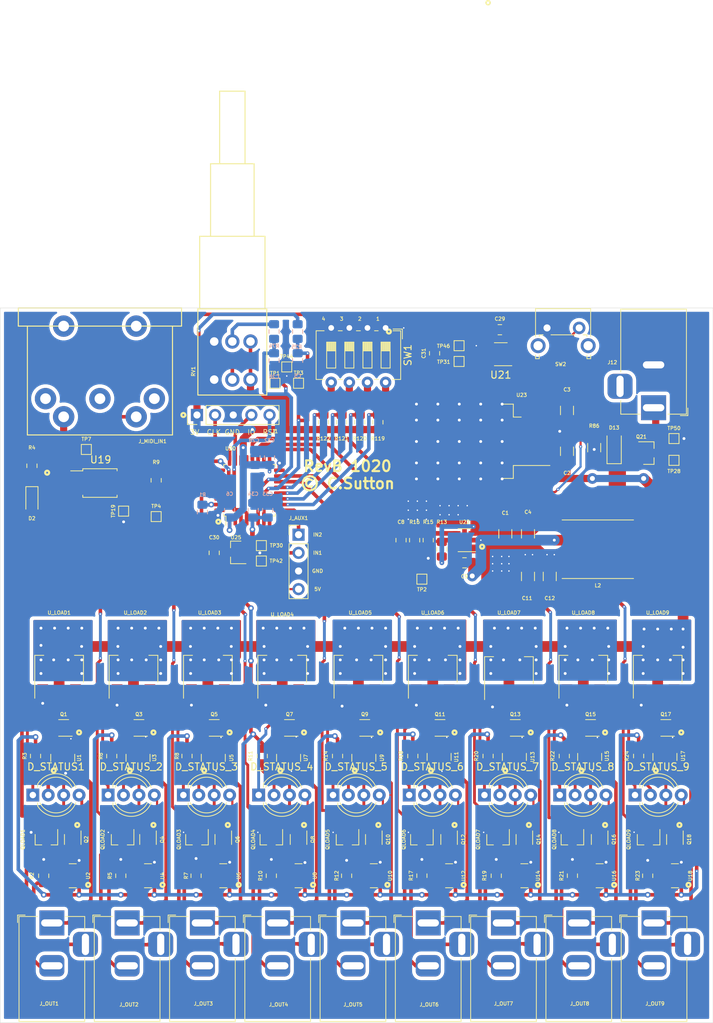
<source format=kicad_pcb>
(kicad_pcb (version 20171130) (host pcbnew 5.1.5-52549c5~84~ubuntu18.04.1)
  (title_block (rev C) (company "C Sutton"))
  (layers (0 F.Cu signal) (31 B.Cu signal) (34 B.Paste user) (35 F.Paste user) (36 B.SilkS user) (37 F.SilkS user) (38 B.Mask user) (39 F.Mask user) (44 Edge.Cuts user))
  (net 0 "")
  (net 1 GNDS)
  (net 2 +5V)
  (net 3 +3V3)
  (net 4 /ADC_IN0)
  (net 5 "Net-(D2-Pad2)")
  (net 6 "Net-(D2-Pad1)")
  (net 7 /NRST)
  (net 8 /SWDIO)
  (net 9 /SWCLK)
  (net 10 "Net-(J_MIDI_IN1-Pad4)")
  (net 11 +3.3VA)
  (net 12 /TIM1_CH3)
  (net 13 /TIM3_CH2)
  (net 14 /TIM3_CH1)
  (net 15 /TIM3_CH4)
  (net 16 /TIM3_CH3)
  (net 17 /TIM1_CH2)
  (net 18 /TIM1_CH1)
  (net 19 /TIM2_CH2)
  (net 20 /TIM2_CH1)
  (net 21 "Net-(R1-Pad1)")
  (net 22 /MIDI_RX)
  (net 23 "Net-(R74-Pad1)")
  (net 24 "Net-(D13-Pad2)")
  (net 25 /PowerSupply/VIN)
  (net 26 /PowerSupply/VIN_POL)
  (net 27 /CH1_PWR)
  (net 28 /CH2_PWR)
  (net 29 /ChannelStatusLED1/CH_LED3)
  (net 30 /ChannelStatusLED2/CH_LED3)
  (net 31 /CH3_PWR)
  (net 32 /ChannelStatusLED3/CH_LED3)
  (net 33 /CH4_PWR)
  (net 34 /ChannelStatusLED4/CH_LED3)
  (net 35 /CH5_PWR)
  (net 36 /ChannelStatusLED5/CH_LED3)
  (net 37 /CH6_PWR)
  (net 38 /ChannelStatusLED6/CH_LED3)
  (net 39 /CH7_PWR)
  (net 40 /ChannelStatusLED7/CH_LED3)
  (net 41 /CH8_PWR)
  (net 42 /ChannelStatusLED8/CH_LED3)
  (net 43 /CH9_PWR)
  (net 44 /ChannelStatusLED9/CH_LED3)
  (net 45 /ChannelNMOS1/CH_CATHODE)
  (net 46 /ChannelNMOS2/CH_CATHODE)
  (net 47 /ChannelNMOS3/CH_CATHODE)
  (net 48 /ChannelNMOS4/CH_CATHODE)
  (net 49 /ChannelNMOS5/CH_CATHODE)
  (net 50 /ChannelNMOS6/CH_CATHODE)
  (net 51 /ChannelNMOS7/CH_CATHODE)
  (net 52 /ChannelNMOS8/CH_CATHODE)
  (net 53 /ChannelNMOS9/CH_CATHODE)
  (net 54 /STATUS1_ANODE)
  (net 55 /STATUS2_ANODE)
  (net 56 /STATUS3_ANODE)
  (net 57 /STATUS4_ANODE)
  (net 58 /STATUS5_ANODE)
  (net 59 /STATUS6_ANODE)
  (net 60 /STATUS7_ANODE)
  (net 61 /STATUS8_ANODE)
  (net 62 /STATUS9_ANODE)
  (net 63 /ChannelStatusLED1/CH_DISABLE_SW)
  (net 64 /ChannelStatusLED2/CH_DISABLE_SW)
  (net 65 /ChannelStatusLED3/CH_DISABLE_SW)
  (net 66 /ChannelStatusLED4/CH_DISABLE_SW)
  (net 67 /ChannelStatusLED5/CH_DISABLE_SW)
  (net 68 /ChannelStatusLED6/CH_DISABLE_SW)
  (net 69 /ChannelStatusLED7/CH_DISABLE_SW)
  (net 70 /ChannelStatusLED8/CH_DISABLE_SW)
  (net 71 /ChannelStatusLED9/CH_DISABLE_SW)
  (net 72 /CONFIG1)
  (net 73 /CONFIG2)
  (net 74 /CONFIG3)
  (net 75 /CONFIG4)
  (net 76 /ADC_IN2)
  (net 77 /ADC_IN1)
  (net 78 "Net-(Q1-Pad2)")
  (net 79 "Net-(Q1-Pad5)")
  (net 80 "Net-(Q2-Pad2)")
  (net 81 "Net-(Q3-Pad2)")
  (net 82 "Net-(Q3-Pad5)")
  (net 83 "Net-(Q4-Pad2)")
  (net 84 "Net-(Q5-Pad2)")
  (net 85 "Net-(Q5-Pad5)")
  (net 86 "Net-(Q6-Pad2)")
  (net 87 "Net-(Q7-Pad2)")
  (net 88 "Net-(Q7-Pad5)")
  (net 89 "Net-(Q8-Pad2)")
  (net 90 "Net-(Q9-Pad2)")
  (net 91 "Net-(Q9-Pad5)")
  (net 92 VPP)
  (net 93 "Net-(C9-Pad2)")
  (net 94 "Net-(C9-Pad1)")
  (net 95 /PowerSupply/ENSW)
  (net 96 /ChannelStatusLED1/CH_LED4)
  (net 97 /ChannelStatusLED1/CH_LED1)
  (net 98 /ChannelStatusLED2/CH_LED4)
  (net 99 /ChannelStatusLED2/CH_LED1)
  (net 100 /ChannelStatusLED3/CH_LED4)
  (net 101 /ChannelStatusLED3/CH_LED1)
  (net 102 /ChannelStatusLED4/CH_LED4)
  (net 103 /ChannelStatusLED4/CH_LED1)
  (net 104 /ChannelStatusLED5/CH_LED4)
  (net 105 /ChannelStatusLED5/CH_LED1)
  (net 106 /ChannelStatusLED6/CH_LED4)
  (net 107 /ChannelStatusLED6/CH_LED1)
  (net 108 /ChannelStatusLED7/CH_LED4)
  (net 109 /ChannelStatusLED7/CH_LED1)
  (net 110 /ChannelStatusLED8/CH_LED4)
  (net 111 /ChannelStatusLED8/CH_LED1)
  (net 112 /ChannelStatusLED9/CH_LED4)
  (net 113 /ChannelStatusLED9/CH_LED1)
  (net 114 "Net-(J_MIDI_IN1-Pad1)")
  (net 115 "Net-(J_MIDI_IN1-Pad3)")
  (net 116 "Net-(J_MIDI_IN1-Pad2)")
  (net 117 "Net-(Q1-Pad6)")
  (net 118 "Net-(Q1-Pad3)")
  (net 119 "Net-(Q2-Pad4)")
  (net 120 "Net-(Q2-Pad1)")
  (net 121 "Net-(Q3-Pad6)")
  (net 122 "Net-(Q3-Pad3)")
  (net 123 "Net-(Q4-Pad4)")
  (net 124 "Net-(Q4-Pad1)")
  (net 125 "Net-(Q5-Pad6)")
  (net 126 "Net-(Q5-Pad3)")
  (net 127 "Net-(Q6-Pad4)")
  (net 128 "Net-(Q6-Pad1)")
  (net 129 "Net-(Q7-Pad6)")
  (net 130 "Net-(Q7-Pad3)")
  (net 131 "Net-(Q8-Pad4)")
  (net 132 "Net-(Q8-Pad1)")
  (net 133 "Net-(Q9-Pad6)")
  (net 134 "Net-(Q9-Pad3)")
  (net 135 "Net-(Q10-Pad4)")
  (net 136 "Net-(Q10-Pad2)")
  (net 137 "Net-(Q10-Pad1)")
  (net 138 "Net-(Q11-Pad6)")
  (net 139 "Net-(Q11-Pad2)")
  (net 140 "Net-(Q11-Pad5)")
  (net 141 "Net-(Q11-Pad3)")
  (net 142 "Net-(Q12-Pad4)")
  (net 143 "Net-(Q12-Pad2)")
  (net 144 "Net-(Q12-Pad1)")
  (net 145 "Net-(Q13-Pad6)")
  (net 146 "Net-(Q13-Pad2)")
  (net 147 "Net-(Q13-Pad5)")
  (net 148 "Net-(Q13-Pad3)")
  (net 149 "Net-(Q14-Pad4)")
  (net 150 "Net-(Q14-Pad2)")
  (net 151 "Net-(Q14-Pad1)")
  (net 152 "Net-(Q15-Pad6)")
  (net 153 "Net-(Q15-Pad2)")
  (net 154 "Net-(Q15-Pad5)")
  (net 155 "Net-(Q15-Pad3)")
  (net 156 "Net-(Q16-Pad4)")
  (net 157 "Net-(Q16-Pad2)")
  (net 158 "Net-(Q16-Pad1)")
  (net 159 "Net-(Q17-Pad6)")
  (net 160 "Net-(Q17-Pad2)")
  (net 161 "Net-(Q17-Pad5)")
  (net 162 "Net-(Q17-Pad3)")
  (net 163 "Net-(Q18-Pad4)")
  (net 164 "Net-(Q18-Pad2)")
  (net 165 "Net-(Q18-Pad1)")
  (net 166 "Net-(U20-Pad29)")
  (net 167 "Net-(U20-Pad22)")
  (net 168 "Net-(U20-Pad21)")
  (net 169 "Net-(U20-Pad3)")
  (net 170 "Net-(U20-Pad2)")
  (net 171 /ADC_IN3)
  (net 172 "Net-(R25-Pad1)")
  (net 173 "Net-(C8-Pad2)")
  (net 174 "Net-(U21-Pad4)")
  (module Package_TO_SOT_SMD:SOT-23-5 (layer F.Cu) (at 163.449 49.911 180)
    (fp_text reference U21 (at 0 -2.9) (layer F.SilkS))
    (fp_text value LP3993-33B5F)
    (pad 5 smd rect (at 1.1 -0.95 180) (size 1.06 0.65) (layers F.Cu F.Paste F.Mask) (net 3 +3V3))
    (pad 4 smd rect (at 1.1 0.95 180) (size 1.06 0.65) (layers F.Cu F.Paste F.Mask) (net 174 "Net-(U21-Pad4)"))
    (pad 3 smd rect (at -1.1 0.95 180) (size 1.06 0.65) (layers F.Cu F.Paste F.Mask) (net 2 +5V))
    (pad 2 smd rect (at -1.1 0 180) (size 1.06 0.65) (layers F.Cu F.Paste F.Mask) (net 1 GNDS))
    (pad 1 smd rect (at -1.1 -0.95 180) (size 1.06 0.65) (layers F.Cu F.Paste F.Mask) (net 2 +5V))
  )
  (module Package_SO:SO-6_4.4x3.6mm_P1.27mm (layer F.Cu) (at 107.315 67.945)
    (fp_text reference U19 (at 0.1 -3.265) (layer F.SilkS))
    (fp_text value TLP2361)
    (pad 6 smd rect (at 3.15 -1.27) (size 2 0.64) (layers F.Cu F.Paste F.Mask) (net 2 +5V))
    (pad 5 smd rect (at 3.15 0) (size 2 0.64) (layers F.Cu F.Paste F.Mask) (net 22 /MIDI_RX))
    (pad 4 smd rect (at 3.15 1.27) (size 2 0.64) (layers F.Cu F.Paste F.Mask) (net 1 GNDS))
    (pad 3 smd rect (at -3.15 1.27) (size 2 0.64) (layers F.Cu F.Paste F.Mask) (net 5 "Net-(D2-Pad2)"))
    (pad 2 smd rect (at -3.15 0) (size 2 0.64) (layers F.Cu F.Paste F.Mask))
    (pad 1 smd rect (at -3.15 -1.27) (size 2 0.64) (layers F.Cu F.Paste F.Mask) (net 6 "Net-(D2-Pad1)"))
  )
  (module LED_THT:LED_D5.0mm-4_RGB_Wide_Pins (layer F.Cu) (at 182.245 111.633)
    (fp_text reference D_STATUS_9 (at 3.2385 -3.96) (layer F.SilkS))
    (fp_text value LED_RAGB)
    (pad 4 thru_hole circle (at 6.477 0) (size 1.8 1.8) (drill 0.9) (layers *.Cu *.Mask) (net 112 /ChannelStatusLED9/CH_LED4))
    (pad 3 thru_hole circle (at 4.318 0) (size 1.8 1.8) (drill 0.9) (layers *.Cu *.Mask) (net 44 /ChannelStatusLED9/CH_LED3))
    (pad 2 thru_hole circle (at 2.159 0) (size 1.8 1.8) (drill 0.9) (layers *.Cu *.Mask) (net 62 /STATUS9_ANODE))
    (pad 1 thru_hole rect (at 0 0) (size 1.8 1.8) (drill 0.9) (layers *.Cu *.Mask) (net 113 /ChannelStatusLED9/CH_LED1))
  )
  (module LED_THT:LED_D5.0mm-4_RGB_Wide_Pins (layer F.Cu) (at 171.704 111.633)
    (fp_text reference D_STATUS_8 (at 3.2385 -3.96) (layer F.SilkS))
    (fp_text value LED_RAGB)
    (pad 4 thru_hole circle (at 6.477 0) (size 1.8 1.8) (drill 0.9) (layers *.Cu *.Mask) (net 110 /ChannelStatusLED8/CH_LED4))
    (pad 3 thru_hole circle (at 4.318 0) (size 1.8 1.8) (drill 0.9) (layers *.Cu *.Mask) (net 42 /ChannelStatusLED8/CH_LED3))
    (pad 2 thru_hole circle (at 2.159 0) (size 1.8 1.8) (drill 0.9) (layers *.Cu *.Mask) (net 61 /STATUS8_ANODE))
    (pad 1 thru_hole rect (at 0 0) (size 1.8 1.8) (drill 0.9) (layers *.Cu *.Mask) (net 111 /ChannelStatusLED8/CH_LED1))
  )
  (module LED_THT:LED_D5.0mm-4_RGB_Wide_Pins (layer F.Cu) (at 161.163 111.633)
    (fp_text reference D_STATUS_7 (at 3.2385 -3.96) (layer F.SilkS))
    (fp_text value LED_RAGB)
    (pad 4 thru_hole circle (at 6.477 0) (size 1.8 1.8) (drill 0.9) (layers *.Cu *.Mask) (net 108 /ChannelStatusLED7/CH_LED4))
    (pad 3 thru_hole circle (at 4.318 0) (size 1.8 1.8) (drill 0.9) (layers *.Cu *.Mask) (net 40 /ChannelStatusLED7/CH_LED3))
    (pad 2 thru_hole circle (at 2.159 0) (size 1.8 1.8) (drill 0.9) (layers *.Cu *.Mask) (net 60 /STATUS7_ANODE))
    (pad 1 thru_hole rect (at 0 0) (size 1.8 1.8) (drill 0.9) (layers *.Cu *.Mask) (net 109 /ChannelStatusLED7/CH_LED1))
  )
  (module LED_THT:LED_D5.0mm-4_RGB_Wide_Pins (layer F.Cu) (at 150.622 111.633)
    (fp_text reference D_STATUS_6 (at 3.2385 -3.96) (layer F.SilkS))
    (fp_text value LED_RAGB)
    (pad 4 thru_hole circle (at 6.477 0) (size 1.8 1.8) (drill 0.9) (layers *.Cu *.Mask) (net 106 /ChannelStatusLED6/CH_LED4))
    (pad 3 thru_hole circle (at 4.318 0) (size 1.8 1.8) (drill 0.9) (layers *.Cu *.Mask) (net 38 /ChannelStatusLED6/CH_LED3))
    (pad 2 thru_hole circle (at 2.159 0) (size 1.8 1.8) (drill 0.9) (layers *.Cu *.Mask) (net 59 /STATUS6_ANODE))
    (pad 1 thru_hole rect (at 0 0) (size 1.8 1.8) (drill 0.9) (layers *.Cu *.Mask) (net 107 /ChannelStatusLED6/CH_LED1))
  )
  (module LED_THT:LED_D5.0mm-4_RGB_Wide_Pins (layer F.Cu) (at 139.954 111.633)
    (fp_text reference D_STATUS_5 (at 3.2385 -3.96) (layer F.SilkS))
    (fp_text value LED_RAGB)
    (pad 4 thru_hole circle (at 6.477 0) (size 1.8 1.8) (drill 0.9) (layers *.Cu *.Mask) (net 104 /ChannelStatusLED5/CH_LED4))
    (pad 3 thru_hole circle (at 4.318 0) (size 1.8 1.8) (drill 0.9) (layers *.Cu *.Mask) (net 36 /ChannelStatusLED5/CH_LED3))
    (pad 2 thru_hole circle (at 2.159 0) (size 1.8 1.8) (drill 0.9) (layers *.Cu *.Mask) (net 58 /STATUS5_ANODE))
    (pad 1 thru_hole rect (at 0 0) (size 1.8 1.8) (drill 0.9) (layers *.Cu *.Mask) (net 105 /ChannelStatusLED5/CH_LED1))
  )
  (module LED_THT:LED_D5.0mm-4_RGB_Wide_Pins (layer F.Cu) (at 129.54 111.633)
    (fp_text reference D_STATUS_4 (at 3.2385 -3.96) (layer F.SilkS))
    (fp_text value LED_RAGB)
    (pad 4 thru_hole circle (at 6.477 0) (size 1.8 1.8) (drill 0.9) (layers *.Cu *.Mask) (net 102 /ChannelStatusLED4/CH_LED4))
    (pad 3 thru_hole circle (at 4.318 0) (size 1.8 1.8) (drill 0.9) (layers *.Cu *.Mask) (net 34 /ChannelStatusLED4/CH_LED3))
    (pad 2 thru_hole circle (at 2.159 0) (size 1.8 1.8) (drill 0.9) (layers *.Cu *.Mask) (net 57 /STATUS4_ANODE))
    (pad 1 thru_hole rect (at 0 0) (size 1.8 1.8) (drill 0.9) (layers *.Cu *.Mask) (net 103 /ChannelStatusLED4/CH_LED1))
  )
  (module LED_THT:LED_D5.0mm-4_RGB_Wide_Pins (layer F.Cu) (at 118.999 111.633)
    (fp_text reference D_STATUS_3 (at 3.2385 -3.96) (layer F.SilkS))
    (fp_text value LED_RAGB)
    (pad 4 thru_hole circle (at 6.477 0) (size 1.8 1.8) (drill 0.9) (layers *.Cu *.Mask) (net 100 /ChannelStatusLED3/CH_LED4))
    (pad 3 thru_hole circle (at 4.318 0) (size 1.8 1.8) (drill 0.9) (layers *.Cu *.Mask) (net 32 /ChannelStatusLED3/CH_LED3))
    (pad 2 thru_hole circle (at 2.159 0) (size 1.8 1.8) (drill 0.9) (layers *.Cu *.Mask) (net 56 /STATUS3_ANODE))
    (pad 1 thru_hole rect (at 0 0) (size 1.8 1.8) (drill 0.9) (layers *.Cu *.Mask) (net 101 /ChannelStatusLED3/CH_LED1))
  )
  (module LED_THT:LED_D5.0mm-4_RGB_Wide_Pins (layer F.Cu) (at 108.458 111.633)
    (fp_text reference D_STATUS_2 (at 3.2385 -3.96) (layer F.SilkS))
    (fp_text value LED_RAGB)
    (pad 4 thru_hole circle (at 6.477 0) (size 1.8 1.8) (drill 0.9) (layers *.Cu *.Mask) (net 98 /ChannelStatusLED2/CH_LED4))
    (pad 3 thru_hole circle (at 4.318 0) (size 1.8 1.8) (drill 0.9) (layers *.Cu *.Mask) (net 30 /ChannelStatusLED2/CH_LED3))
    (pad 2 thru_hole circle (at 2.159 0) (size 1.8 1.8) (drill 0.9) (layers *.Cu *.Mask) (net 55 /STATUS2_ANODE))
    (pad 1 thru_hole rect (at 0 0) (size 1.8 1.8) (drill 0.9) (layers *.Cu *.Mask) (net 99 /ChannelStatusLED2/CH_LED1))
  )
  (module LED_THT:LED_D5.0mm-4_RGB_Wide_Pins (layer F.Cu) (at 97.917 111.633)
    (fp_text reference D_STATUS1 (at 3.2385 -3.96) (layer F.SilkS))
    (fp_text value LED_RAGB)
    (pad 4 thru_hole circle (at 6.477 0) (size 1.8 1.8) (drill 0.9) (layers *.Cu *.Mask) (net 96 /ChannelStatusLED1/CH_LED4))
    (pad 3 thru_hole circle (at 4.318 0) (size 1.8 1.8) (drill 0.9) (layers *.Cu *.Mask) (net 29 /ChannelStatusLED1/CH_LED3))
    (pad 2 thru_hole circle (at 2.159 0) (size 1.8 1.8) (drill 0.9) (layers *.Cu *.Mask) (net 54 /STATUS1_ANODE))
    (pad 1 thru_hole rect (at 0 0) (size 1.8 1.8) (drill 0.9) (layers *.Cu *.Mask) (net 97 /ChannelStatusLED1/CH_LED1))
  )
  (module Button_Switch_THT:SW_DIP_SPSTx04_Slide_6.7x11.72mm_W7.62mm_P2.54mm_LowProfile (layer F.Cu) (at 147.32 46.228 270)
    (fp_text reference SW1 (at 3.81 -3.11 90) (layer F.SilkS))
    (fp_text value SW_DIP_x04)
    (pad 8 thru_hole oval (at 7.62 0 270) (size 1.6 1.6) (drill 0.8) (layers *.Cu *.Mask) (net 72 /CONFIG1))
    (pad 4 thru_hole oval (at 0 7.62 270) (size 1.6 1.6) (drill 0.8) (layers *.Cu *.Mask) (net 1 GNDS))
    (pad 7 thru_hole oval (at 7.62 2.54 270) (size 1.6 1.6) (drill 0.8) (layers *.Cu *.Mask) (net 73 /CONFIG2))
    (pad 3 thru_hole oval (at 0 5.08 270) (size 1.6 1.6) (drill 0.8) (layers *.Cu *.Mask) (net 1 GNDS))
    (pad 6 thru_hole oval (at 7.62 5.08 270) (size 1.6 1.6) (drill 0.8) (layers *.Cu *.Mask) (net 74 /CONFIG3))
    (pad 2 thru_hole oval (at 0 2.54 270) (size 1.6 1.6) (drill 0.8) (layers *.Cu *.Mask) (net 1 GNDS))
    (pad 5 thru_hole oval (at 7.62 7.62 270) (size 1.6 1.6) (drill 0.8) (layers *.Cu *.Mask) (net 75 /CONFIG4))
    (pad 1 thru_hole rect (at 0 0 270) (size 1.6 1.6) (drill 0.8) (layers *.Cu *.Mask) (net 1 GNDS))
  )
  (module Package_TO_SOT_SMD:TO-263-2 (layer F.Cu) (at 162.2552 62.103 180)
    (fp_text reference U23 (at -4.1148 6.477) (layer F.SilkS) (effects (font (size 0.5 0.5) (thickness 0.1))))
    (fp_text value L7805)
    (pad 2 smd rect (at 3.375 0 180) (size 9.4 10.8) (layers F.Cu F.Mask) (net 1 GNDS))
    (pad 3 smd rect (at -5.775 2.54 180) (size 4.6 1.1) (layers F.Cu F.Paste F.Mask) (net 2 +5V))
    (pad 1 smd rect (at -5.775 -2.54 180) (size 4.6 1.1) (layers F.Cu F.Paste F.Mask) (net 92 VPP))
  )
  (module TestPoint:TestPoint_Pad_1.0x1.0mm (layer F.Cu) (at 135.128 53.975)
    (fp_text reference TP3 (at 0 -1.448) (layer F.SilkS) (effects (font (size 0.5 0.5) (thickness 0.1))))
    (fp_text value TestPoint)
    (pad 1 smd rect (at 0 0) (size 1 1) (layers F.Cu F.Mask) (net 77 /ADC_IN1))
  )
  (module PTH901:PTH901 (layer F.Cu) (at 125.857 51.181 90)
    (fp_text reference RV1 (at -1.143 -5.461 90) (layer F.SilkS) (effects (font (size 0.5 0.5) (thickness 0.1))))
    (fp_text value PTH901)
    (pad 6 thru_hole circle (at -2.286 2.54 90) (size 2 2) (drill 1.2) (layers *.Cu *.Mask) (net 3 +3V3))
    (pad 5 thru_hole circle (at -2.286 0 90) (size 2 2) (drill 1.2) (layers *.Cu *.Mask) (net 172 "Net-(R25-Pad1)"))
    (pad 4 thru_hole circle (at -2.286 -2.54 90) (size 2 2) (drill 1.2) (layers *.Cu *.Mask) (net 1 GNDS))
    (pad 3 thru_hole circle (at 3.048 2.54 90) (size 2 2) (drill 1.2) (layers *.Cu *.Mask) (net 3 +3V3))
    (pad 2 thru_hole circle (at 3.048 0 90) (size 2 2) (drill 1.2) (layers *.Cu *.Mask) (net 23 "Net-(R74-Pad1)"))
    (pad 1 thru_hole circle (at 3.048 -2.54 90) (size 2 2) (drill 1.2) (layers *.Cu *.Mask) (net 1 GNDS))
  )
  (module Resistor_SMD:R_0805_2012Metric_Pad1.15x1.40mm_HandSolder (layer B.Cu) (at 135.001 46.736 270)
    (fp_text reference R25 (at 2.159 0.127) (layer B.SilkS) (effects (font (size 0.5 0.5) (thickness 0.1)) (justify mirror)))
    (fp_text value 100R)
    (pad 2 smd roundrect (at 1.025 0 270) (size 1.15 1.4) (layers B.Cu B.Paste B.Mask) (roundrect_rratio 0.217391) (net 77 /ADC_IN1))
    (pad 1 smd roundrect (at -1.025 0 270) (size 1.15 1.4) (layers B.Cu B.Paste B.Mask) (roundrect_rratio 0.217391) (net 172 "Net-(R25-Pad1)"))
  )
  (module Capacitor_SMD:C_0805_2012Metric_Pad1.15x1.40mm_HandSolder (layer B.Cu) (at 135.001 50.8 90)
    (fp_text reference C5 (at -2.159 0) (layer B.SilkS) (effects (font (size 0.5 0.5) (thickness 0.1)) (justify mirror)))
    (fp_text value 100pF)
    (pad 2 smd roundrect (at 1.025 0 90) (size 1.15 1.4) (layers B.Cu B.Paste B.Mask) (roundrect_rratio 0.217391) (net 77 /ADC_IN1))
    (pad 1 smd roundrect (at -1.025 0 90) (size 1.15 1.4) (layers B.Cu B.Paste B.Mask) (roundrect_rratio 0.217391) (net 1 GNDS))
  )
  (module Package_TO_SOT_SMD:SOT-23 (layer F.Cu) (at 184.15 117.856 270)
    (fp_text reference QLOAD9 (at 0 2.794 90) (layer F.SilkS) (effects (font (size 0.5 0.5) (thickness 0.1))))
    (fp_text value MMBT3904)
    (pad 3 smd rect (at 1 0 270) (size 0.9 0.8) (layers F.Cu F.Paste F.Mask) (net 53 /ChannelNMOS9/CH_CATHODE))
    (pad 2 smd rect (at -1 0.95 270) (size 0.9 0.8) (layers F.Cu F.Paste F.Mask) (net 1 GNDS))
    (pad 1 smd rect (at -1 -0.95 270) (size 0.9 0.8) (layers F.Cu F.Paste F.Mask) (net 12 /TIM1_CH3))
  )
  (module Package_TO_SOT_SMD:SOT-23 (layer F.Cu) (at 173.482 117.856 270)
    (fp_text reference QLOAD8 (at 0 2.54 90) (layer F.SilkS) (effects (font (size 0.5 0.5) (thickness 0.1))))
    (fp_text value MMBT3904)
    (pad 3 smd rect (at 1 0 270) (size 0.9 0.8) (layers F.Cu F.Paste F.Mask) (net 52 /ChannelNMOS8/CH_CATHODE))
    (pad 2 smd rect (at -1 0.95 270) (size 0.9 0.8) (layers F.Cu F.Paste F.Mask) (net 1 GNDS))
    (pad 1 smd rect (at -1 -0.95 270) (size 0.9 0.8) (layers F.Cu F.Paste F.Mask) (net 17 /TIM1_CH2))
  )
  (module Package_TO_SOT_SMD:SOT-23 (layer F.Cu) (at 163.068 117.856 270)
    (fp_text reference QLOAD7 (at 0 2.794 90) (layer F.SilkS) (effects (font (size 0.5 0.5) (thickness 0.1))))
    (fp_text value MMBT3904)
    (pad 3 smd rect (at 1 0 270) (size 0.9 0.8) (layers F.Cu F.Paste F.Mask) (net 51 /ChannelNMOS7/CH_CATHODE))
    (pad 2 smd rect (at -1 0.95 270) (size 0.9 0.8) (layers F.Cu F.Paste F.Mask) (net 1 GNDS))
    (pad 1 smd rect (at -1 -0.95 270) (size 0.9 0.8) (layers F.Cu F.Paste F.Mask) (net 18 /TIM1_CH1))
  )
  (module Package_TO_SOT_SMD:SOT-23 (layer F.Cu) (at 152.4 117.856 270)
    (fp_text reference QLOAD6 (at 0 2.54 90) (layer F.SilkS) (effects (font (size 0.5 0.5) (thickness 0.1))))
    (fp_text value MMBT3904)
    (pad 3 smd rect (at 1 0 270) (size 0.9 0.8) (layers F.Cu F.Paste F.Mask) (net 50 /ChannelNMOS6/CH_CATHODE))
    (pad 2 smd rect (at -1 0.95 270) (size 0.9 0.8) (layers F.Cu F.Paste F.Mask) (net 1 GNDS))
    (pad 1 smd rect (at -1 -0.95 270) (size 0.9 0.8) (layers F.Cu F.Paste F.Mask) (net 15 /TIM3_CH4))
  )
  (module Package_TO_SOT_SMD:SOT-23 (layer F.Cu) (at 141.986 117.856 270)
    (fp_text reference QLOAD5 (at 0 2.794 90) (layer F.SilkS) (effects (font (size 0.5 0.5) (thickness 0.1))))
    (fp_text value MMBT3904)
    (pad 3 smd rect (at 1 0 270) (size 0.9 0.8) (layers F.Cu F.Paste F.Mask) (net 49 /ChannelNMOS5/CH_CATHODE))
    (pad 2 smd rect (at -1 0.95 270) (size 0.9 0.8) (layers F.Cu F.Paste F.Mask) (net 1 GNDS))
    (pad 1 smd rect (at -1 -0.95 270) (size 0.9 0.8) (layers F.Cu F.Paste F.Mask) (net 16 /TIM3_CH3))
  )
  (module Package_TO_SOT_SMD:SOT-23 (layer F.Cu) (at 131.318 117.856 270)
    (fp_text reference QLOAD4 (at 0 2.54 90) (layer F.SilkS) (effects (font (size 0.5 0.5) (thickness 0.1))))
    (fp_text value MMBT3904)
    (pad 3 smd rect (at 1 0 270) (size 0.9 0.8) (layers F.Cu F.Paste F.Mask) (net 48 /ChannelNMOS4/CH_CATHODE))
    (pad 2 smd rect (at -1 0.95 270) (size 0.9 0.8) (layers F.Cu F.Paste F.Mask) (net 1 GNDS))
    (pad 1 smd rect (at -1 -0.95 270) (size 0.9 0.8) (layers F.Cu F.Paste F.Mask) (net 13 /TIM3_CH2))
  )
  (module Package_TO_SOT_SMD:SOT-23 (layer F.Cu) (at 120.904 117.856 270)
    (fp_text reference QLOAD3 (at 0 2.54 90) (layer F.SilkS) (effects (font (size 0.5 0.5) (thickness 0.1))))
    (fp_text value MMBT3904)
    (pad 3 smd rect (at 1 0 270) (size 0.9 0.8) (layers F.Cu F.Paste F.Mask) (net 47 /ChannelNMOS3/CH_CATHODE))
    (pad 2 smd rect (at -1 0.95 270) (size 0.9 0.8) (layers F.Cu F.Paste F.Mask) (net 1 GNDS))
    (pad 1 smd rect (at -1 -0.95 270) (size 0.9 0.8) (layers F.Cu F.Paste F.Mask) (net 14 /TIM3_CH1))
  )
  (module Package_TO_SOT_SMD:SOT-23 (layer F.Cu) (at 110.49 117.856 270)
    (fp_text reference QLOAD2 (at 0 2.794 90) (layer F.SilkS) (effects (font (size 0.5 0.5) (thickness 0.1))))
    (fp_text value MMBT3904)
    (pad 3 smd rect (at 1 0 270) (size 0.9 0.8) (layers F.Cu F.Paste F.Mask) (net 46 /ChannelNMOS2/CH_CATHODE))
    (pad 2 smd rect (at -1 0.95 270) (size 0.9 0.8) (layers F.Cu F.Paste F.Mask) (net 1 GNDS))
    (pad 1 smd rect (at -1 -0.95 270) (size 0.9 0.8) (layers F.Cu F.Paste F.Mask) (net 19 /TIM2_CH2))
  )
  (module Package_TO_SOT_SMD:SOT-23 (layer F.Cu) (at 99.822 117.856 270)
    (fp_text reference QLOAD1 (at 0 3.302 270) (layer F.SilkS) (effects (font (size 0.5 0.5) (thickness 0.1))))
    (fp_text value MMBT3904)
    (pad 3 smd rect (at 1 0 270) (size 0.9 0.8) (layers F.Cu F.Paste F.Mask) (net 45 /ChannelNMOS1/CH_CATHODE))
    (pad 2 smd rect (at -1 0.95 270) (size 0.9 0.8) (layers F.Cu F.Paste F.Mask) (net 1 GNDS))
    (pad 1 smd rect (at -1 -0.95 270) (size 0.9 0.8) (layers F.Cu F.Paste F.Mask) (net 20 /TIM2_CH1))
  )
  (module Resistor_SMD:R_Array_Convex_4x0603 (layer F.Cu) (at 187.833 122.936 180)
    (fp_text reference U18 (at -2.159 0 270) (layer F.SilkS) (effects (font (size 0.5 0.5) (thickness 0.1))))
    (fp_text value "RAx4_4 1K")
    (pad 5 smd rect (at 0.9 1.2 180) (size 0.8 0.5) (layers F.Cu F.Paste F.Mask) (net 165 "Net-(Q18-Pad1)"))
    (pad 6 smd rect (at 0.9 0.4 180) (size 0.8 0.4) (layers F.Cu F.Paste F.Mask) (net 164 "Net-(Q18-Pad2)"))
    (pad 8 smd rect (at 0.9 -1.2 180) (size 0.8 0.5) (layers F.Cu F.Paste F.Mask) (net 53 /ChannelNMOS9/CH_CATHODE))
    (pad 7 smd rect (at 0.9 -0.4 180) (size 0.8 0.4) (layers F.Cu F.Paste F.Mask) (net 163 "Net-(Q18-Pad4)"))
    (pad 4 smd rect (at -0.9 1.2 180) (size 0.8 0.5) (layers F.Cu F.Paste F.Mask) (net 1 GNDS))
    (pad 2 smd rect (at -0.9 -0.4 180) (size 0.8 0.4) (layers F.Cu F.Paste F.Mask) (net 2 +5V))
    (pad 3 smd rect (at -0.9 0.4 180) (size 0.8 0.4) (layers F.Cu F.Paste F.Mask) (net 71 /ChannelStatusLED9/CH_DISABLE_SW))
    (pad 1 smd rect (at -0.9 -1.2 180) (size 0.8 0.5) (layers F.Cu F.Paste F.Mask) (net 2 +5V))
  )
  (module Resistor_SMD:R_Array_Convex_4x0603 (layer F.Cu) (at 177.292 122.936 180)
    (fp_text reference U16 (at -2.032 0 90) (layer F.SilkS) (effects (font (size 0.5 0.5) (thickness 0.1))))
    (fp_text value "RAx4_4 1K")
    (pad 5 smd rect (at 0.9 1.2 180) (size 0.8 0.5) (layers F.Cu F.Paste F.Mask) (net 158 "Net-(Q16-Pad1)"))
    (pad 6 smd rect (at 0.9 0.4 180) (size 0.8 0.4) (layers F.Cu F.Paste F.Mask) (net 157 "Net-(Q16-Pad2)"))
    (pad 8 smd rect (at 0.9 -1.2 180) (size 0.8 0.5) (layers F.Cu F.Paste F.Mask) (net 52 /ChannelNMOS8/CH_CATHODE))
    (pad 7 smd rect (at 0.9 -0.4 180) (size 0.8 0.4) (layers F.Cu F.Paste F.Mask) (net 156 "Net-(Q16-Pad4)"))
    (pad 4 smd rect (at -0.9 1.2 180) (size 0.8 0.5) (layers F.Cu F.Paste F.Mask) (net 1 GNDS))
    (pad 2 smd rect (at -0.9 -0.4 180) (size 0.8 0.4) (layers F.Cu F.Paste F.Mask) (net 2 +5V))
    (pad 3 smd rect (at -0.9 0.4 180) (size 0.8 0.4) (layers F.Cu F.Paste F.Mask) (net 70 /ChannelStatusLED8/CH_DISABLE_SW))
    (pad 1 smd rect (at -0.9 -1.2 180) (size 0.8 0.5) (layers F.Cu F.Paste F.Mask) (net 2 +5V))
  )
  (module Resistor_SMD:R_Array_Convex_4x0603 (layer F.Cu) (at 166.751 122.936 180)
    (fp_text reference U14 (at -1.905 0 270) (layer F.SilkS) (effects (font (size 0.5 0.5) (thickness 0.1))))
    (fp_text value "RAx4_4 1K")
    (pad 5 smd rect (at 0.9 1.2 180) (size 0.8 0.5) (layers F.Cu F.Paste F.Mask) (net 151 "Net-(Q14-Pad1)"))
    (pad 6 smd rect (at 0.9 0.4 180) (size 0.8 0.4) (layers F.Cu F.Paste F.Mask) (net 150 "Net-(Q14-Pad2)"))
    (pad 8 smd rect (at 0.9 -1.2 180) (size 0.8 0.5) (layers F.Cu F.Paste F.Mask) (net 51 /ChannelNMOS7/CH_CATHODE))
    (pad 7 smd rect (at 0.9 -0.4 180) (size 0.8 0.4) (layers F.Cu F.Paste F.Mask) (net 149 "Net-(Q14-Pad4)"))
    (pad 4 smd rect (at -0.9 1.2 180) (size 0.8 0.5) (layers F.Cu F.Paste F.Mask) (net 1 GNDS))
    (pad 2 smd rect (at -0.9 -0.4 180) (size 0.8 0.4) (layers F.Cu F.Paste F.Mask) (net 2 +5V))
    (pad 3 smd rect (at -0.9 0.4 180) (size 0.8 0.4) (layers F.Cu F.Paste F.Mask) (net 69 /ChannelStatusLED7/CH_DISABLE_SW))
    (pad 1 smd rect (at -0.9 -1.2 180) (size 0.8 0.5) (layers F.Cu F.Paste F.Mask) (net 2 +5V))
  )
  (module Resistor_SMD:R_Array_Convex_4x0603 (layer F.Cu) (at 156.21 122.936 180)
    (fp_text reference U12 (at -2.032 0 270) (layer F.SilkS) (effects (font (size 0.5 0.5) (thickness 0.1))))
    (fp_text value "RAx4_4 1K")
    (pad 5 smd rect (at 0.9 1.2 180) (size 0.8 0.5) (layers F.Cu F.Paste F.Mask) (net 144 "Net-(Q12-Pad1)"))
    (pad 6 smd rect (at 0.9 0.4 180) (size 0.8 0.4) (layers F.Cu F.Paste F.Mask) (net 143 "Net-(Q12-Pad2)"))
    (pad 8 smd rect (at 0.9 -1.2 180) (size 0.8 0.5) (layers F.Cu F.Paste F.Mask) (net 50 /ChannelNMOS6/CH_CATHODE))
    (pad 7 smd rect (at 0.9 -0.4 180) (size 0.8 0.4) (layers F.Cu F.Paste F.Mask) (net 142 "Net-(Q12-Pad4)"))
    (pad 4 smd rect (at -0.9 1.2 180) (size 0.8 0.5) (layers F.Cu F.Paste F.Mask) (net 1 GNDS))
    (pad 2 smd rect (at -0.9 -0.4 180) (size 0.8 0.4) (layers F.Cu F.Paste F.Mask) (net 2 +5V))
    (pad 3 smd rect (at -0.9 0.4 180) (size 0.8 0.4) (layers F.Cu F.Paste F.Mask) (net 68 /ChannelStatusLED6/CH_DISABLE_SW))
    (pad 1 smd rect (at -0.9 -1.2 180) (size 0.8 0.5) (layers F.Cu F.Paste F.Mask) (net 2 +5V))
  )
  (module Resistor_SMD:R_Array_Convex_4x0603 (layer F.Cu) (at 145.669 122.936 180)
    (fp_text reference U10 (at -2.286 0 270) (layer F.SilkS) (effects (font (size 0.5 0.5) (thickness 0.1))))
    (fp_text value "RAx4_4 1K")
    (pad 5 smd rect (at 0.9 1.2 180) (size 0.8 0.5) (layers F.Cu F.Paste F.Mask) (net 137 "Net-(Q10-Pad1)"))
    (pad 6 smd rect (at 0.9 0.4 180) (size 0.8 0.4) (layers F.Cu F.Paste F.Mask) (net 136 "Net-(Q10-Pad2)"))
    (pad 8 smd rect (at 0.9 -1.2 180) (size 0.8 0.5) (layers F.Cu F.Paste F.Mask) (net 49 /ChannelNMOS5/CH_CATHODE))
    (pad 7 smd rect (at 0.9 -0.4 180) (size 0.8 0.4) (layers F.Cu F.Paste F.Mask) (net 135 "Net-(Q10-Pad4)"))
    (pad 4 smd rect (at -0.9 1.2 180) (size 0.8 0.5) (layers F.Cu F.Paste F.Mask) (net 1 GNDS))
    (pad 2 smd rect (at -0.9 -0.4 180) (size 0.8 0.4) (layers F.Cu F.Paste F.Mask) (net 2 +5V))
    (pad 3 smd rect (at -0.9 0.4 180) (size 0.8 0.4) (layers F.Cu F.Paste F.Mask) (net 67 /ChannelStatusLED5/CH_DISABLE_SW))
    (pad 1 smd rect (at -0.9 -1.2 180) (size 0.8 0.5) (layers F.Cu F.Paste F.Mask) (net 2 +5V))
  )
  (module Resistor_SMD:R_Array_Convex_4x0603 (layer F.Cu) (at 135.128 122.936 180)
    (fp_text reference U8 (at -2.286 0 90) (layer F.SilkS) (effects (font (size 0.5 0.5) (thickness 0.1))))
    (fp_text value "RAx4_4 1K")
    (pad 5 smd rect (at 0.9 1.2 180) (size 0.8 0.5) (layers F.Cu F.Paste F.Mask) (net 132 "Net-(Q8-Pad1)"))
    (pad 6 smd rect (at 0.9 0.4 180) (size 0.8 0.4) (layers F.Cu F.Paste F.Mask) (net 89 "Net-(Q8-Pad2)"))
    (pad 8 smd rect (at 0.9 -1.2 180) (size 0.8 0.5) (layers F.Cu F.Paste F.Mask) (net 48 /ChannelNMOS4/CH_CATHODE))
    (pad 7 smd rect (at 0.9 -0.4 180) (size 0.8 0.4) (layers F.Cu F.Paste F.Mask) (net 131 "Net-(Q8-Pad4)"))
    (pad 4 smd rect (at -0.9 1.2 180) (size 0.8 0.5) (layers F.Cu F.Paste F.Mask) (net 1 GNDS))
    (pad 2 smd rect (at -0.9 -0.4 180) (size 0.8 0.4) (layers F.Cu F.Paste F.Mask) (net 2 +5V))
    (pad 3 smd rect (at -0.9 0.4 180) (size 0.8 0.4) (layers F.Cu F.Paste F.Mask) (net 66 /ChannelStatusLED4/CH_DISABLE_SW))
    (pad 1 smd rect (at -0.9 -1.2 180) (size 0.8 0.5) (layers F.Cu F.Paste F.Mask) (net 2 +5V))
  )
  (module Resistor_SMD:R_Array_Convex_4x0603 (layer F.Cu) (at 124.587 122.936 180)
    (fp_text reference U6 (at -2.159 0 90) (layer F.SilkS) (effects (font (size 0.5 0.5) (thickness 0.1))))
    (fp_text value "RAx4_4 1K")
    (pad 5 smd rect (at 0.9 1.2 180) (size 0.8 0.5) (layers F.Cu F.Paste F.Mask) (net 128 "Net-(Q6-Pad1)"))
    (pad 6 smd rect (at 0.9 0.4 180) (size 0.8 0.4) (layers F.Cu F.Paste F.Mask) (net 86 "Net-(Q6-Pad2)"))
    (pad 8 smd rect (at 0.9 -1.2 180) (size 0.8 0.5) (layers F.Cu F.Paste F.Mask) (net 47 /ChannelNMOS3/CH_CATHODE))
    (pad 7 smd rect (at 0.9 -0.4 180) (size 0.8 0.4) (layers F.Cu F.Paste F.Mask) (net 127 "Net-(Q6-Pad4)"))
    (pad 4 smd rect (at -0.9 1.2 180) (size 0.8 0.5) (layers F.Cu F.Paste F.Mask) (net 1 GNDS))
    (pad 2 smd rect (at -0.9 -0.4 180) (size 0.8 0.4) (layers F.Cu F.Paste F.Mask) (net 2 +5V))
    (pad 3 smd rect (at -0.9 0.4 180) (size 0.8 0.4) (layers F.Cu F.Paste F.Mask) (net 65 /ChannelStatusLED3/CH_DISABLE_SW))
    (pad 1 smd rect (at -0.9 -1.2 180) (size 0.8 0.5) (layers F.Cu F.Paste F.Mask) (net 2 +5V))
  )
  (module Resistor_SMD:R_Array_Convex_4x0603 (layer F.Cu) (at 114.046 122.936 180)
    (fp_text reference U4 (at -2.032 0 90) (layer F.SilkS) (effects (font (size 0.5 0.5) (thickness 0.1))))
    (fp_text value "RAx4_4 1K")
    (pad 5 smd rect (at 0.9 1.2 180) (size 0.8 0.5) (layers F.Cu F.Paste F.Mask) (net 124 "Net-(Q4-Pad1)"))
    (pad 6 smd rect (at 0.9 0.4 180) (size 0.8 0.4) (layers F.Cu F.Paste F.Mask) (net 83 "Net-(Q4-Pad2)"))
    (pad 8 smd rect (at 0.9 -1.2 180) (size 0.8 0.5) (layers F.Cu F.Paste F.Mask) (net 46 /ChannelNMOS2/CH_CATHODE))
    (pad 7 smd rect (at 0.9 -0.4 180) (size 0.8 0.4) (layers F.Cu F.Paste F.Mask) (net 123 "Net-(Q4-Pad4)"))
    (pad 4 smd rect (at -0.9 1.2 180) (size 0.8 0.5) (layers F.Cu F.Paste F.Mask) (net 1 GNDS))
    (pad 2 smd rect (at -0.9 -0.4 180) (size 0.8 0.4) (layers F.Cu F.Paste F.Mask) (net 2 +5V))
    (pad 3 smd rect (at -0.9 0.4 180) (size 0.8 0.4) (layers F.Cu F.Paste F.Mask) (net 64 /ChannelStatusLED2/CH_DISABLE_SW))
    (pad 1 smd rect (at -0.9 -1.2 180) (size 0.8 0.5) (layers F.Cu F.Paste F.Mask) (net 2 +5V))
  )
  (module Resistor_SMD:R_Array_Convex_4x0603 (layer F.Cu) (at 103.505 122.936 180)
    (fp_text reference U2 (at -2.159 0 90) (layer F.SilkS) (effects (font (size 0.5 0.5) (thickness 0.1))))
    (fp_text value "RAx4_4 1K")
    (pad 5 smd rect (at 0.9 1.2 180) (size 0.8 0.5) (layers F.Cu F.Paste F.Mask) (net 120 "Net-(Q2-Pad1)"))
    (pad 6 smd rect (at 0.9 0.4 180) (size 0.8 0.4) (layers F.Cu F.Paste F.Mask) (net 80 "Net-(Q2-Pad2)"))
    (pad 8 smd rect (at 0.9 -1.2 180) (size 0.8 0.5) (layers F.Cu F.Paste F.Mask) (net 45 /ChannelNMOS1/CH_CATHODE))
    (pad 7 smd rect (at 0.9 -0.4 180) (size 0.8 0.4) (layers F.Cu F.Paste F.Mask) (net 119 "Net-(Q2-Pad4)"))
    (pad 4 smd rect (at -0.9 1.2 180) (size 0.8 0.5) (layers F.Cu F.Paste F.Mask) (net 1 GNDS))
    (pad 2 smd rect (at -0.9 -0.4 180) (size 0.8 0.4) (layers F.Cu F.Paste F.Mask) (net 2 +5V))
    (pad 3 smd rect (at -0.9 0.4 180) (size 0.8 0.4) (layers F.Cu F.Paste F.Mask) (net 63 /ChannelStatusLED1/CH_DISABLE_SW))
    (pad 1 smd rect (at -0.9 -1.2 180) (size 0.8 0.5) (layers F.Cu F.Paste F.Mask) (net 2 +5V))
  )
  (module Package_TO_SOT_SMD:SOT-223-3_TabPin2 (layer F.Cu) (at 101.6 93.98 90)
    (fp_text reference U_LOAD1 (at 7.874 0 180) (layer F.SilkS) (effects (font (size 0.5 0.5) (thickness 0.1))))
    (fp_text value NCV8450)
    (pad 1 smd rect (at -3.15 -2.3 90) (size 2 1.5) (layers F.Cu F.Paste F.Mask) (net 1 GNDS))
    (pad 3 smd rect (at -3.15 2.3 90) (size 2 1.5) (layers F.Cu F.Paste F.Mask) (net 27 /CH1_PWR))
    (pad 2 smd rect (at -3.15 0 90) (size 2 1.5) (layers F.Cu F.Paste F.Mask) (net 92 VPP))
    (pad 2 smd rect (at 3.15 0 90) (size 2 3.8) (layers F.Cu F.Paste F.Mask) (net 92 VPP))
  )
  (module Package_TO_SOT_SMD:SOT-223-3_TabPin2 (layer F.Cu) (at 185.42 93.98 90)
    (fp_text reference U_LOAD9 (at 7.874 0 180) (layer F.SilkS) (effects (font (size 0.5 0.5) (thickness 0.1))))
    (fp_text value NCV8450)
    (pad 1 smd rect (at -3.15 -2.3 90) (size 2 1.5) (layers F.Cu F.Paste F.Mask) (net 1 GNDS))
    (pad 3 smd rect (at -3.15 2.3 90) (size 2 1.5) (layers F.Cu F.Paste F.Mask) (net 43 /CH9_PWR))
    (pad 2 smd rect (at -3.15 0 90) (size 2 1.5) (layers F.Cu F.Paste F.Mask) (net 92 VPP))
    (pad 2 smd rect (at 3.15 0 90) (size 2 3.8) (layers F.Cu F.Paste F.Mask) (net 92 VPP))
  )
  (module Package_TO_SOT_SMD:SOT-223-3_TabPin2 (layer F.Cu) (at 175.006 93.98 90)
    (fp_text reference U_LOAD8 (at 7.874 0 180) (layer F.SilkS) (effects (font (size 0.5 0.5) (thickness 0.1))))
    (fp_text value NCV8450)
    (pad 1 smd rect (at -3.15 -2.3 90) (size 2 1.5) (layers F.Cu F.Paste F.Mask) (net 1 GNDS))
    (pad 3 smd rect (at -3.15 2.3 90) (size 2 1.5) (layers F.Cu F.Paste F.Mask) (net 41 /CH8_PWR))
    (pad 2 smd rect (at -3.15 0 90) (size 2 1.5) (layers F.Cu F.Paste F.Mask) (net 92 VPP))
    (pad 2 smd rect (at 3.15 0 90) (size 2 3.8) (layers F.Cu F.Paste F.Mask) (net 92 VPP))
  )
  (module Package_TO_SOT_SMD:SOT-223-3_TabPin2 (layer F.Cu) (at 164.592 94.173 90)
    (fp_text reference U_LOAD7 (at 8.067 0 180) (layer F.SilkS) (effects (font (size 0.5 0.5) (thickness 0.1))))
    (fp_text value NCV8450)
    (pad 1 smd rect (at -3.15 -2.3 90) (size 2 1.5) (layers F.Cu F.Paste F.Mask) (net 1 GNDS))
    (pad 3 smd rect (at -3.15 2.3 90) (size 2 1.5) (layers F.Cu F.Paste F.Mask) (net 39 /CH7_PWR))
    (pad 2 smd rect (at -3.15 0 90) (size 2 1.5) (layers F.Cu F.Paste F.Mask) (net 92 VPP))
    (pad 2 smd rect (at 3.15 0 90) (size 2 3.8) (layers F.Cu F.Paste F.Mask) (net 92 VPP))
  )
  (module Package_TO_SOT_SMD:SOT-223-3_TabPin2 (layer F.Cu) (at 153.924 93.98 90)
    (fp_text reference U_LOAD6 (at 7.874 0 180) (layer F.SilkS) (effects (font (size 0.5 0.5) (thickness 0.1))))
    (fp_text value NCV8450)
    (pad 1 smd rect (at -3.15 -2.3 90) (size 2 1.5) (layers F.Cu F.Paste F.Mask) (net 1 GNDS))
    (pad 3 smd rect (at -3.15 2.3 90) (size 2 1.5) (layers F.Cu F.Paste F.Mask) (net 37 /CH6_PWR))
    (pad 2 smd rect (at -3.15 0 90) (size 2 1.5) (layers F.Cu F.Paste F.Mask) (net 92 VPP))
    (pad 2 smd rect (at 3.15 0 90) (size 2 3.8) (layers F.Cu F.Paste F.Mask) (net 92 VPP))
  )
  (module Package_TO_SOT_SMD:SOT-223-3_TabPin2 (layer F.Cu) (at 143.51 93.98 90)
    (fp_text reference U_LOAD5 (at 7.874 0.254 180) (layer F.SilkS) (effects (font (size 0.5 0.5) (thickness 0.1))))
    (fp_text value NCV8450)
    (pad 1 smd rect (at -3.15 -2.3 90) (size 2 1.5) (layers F.Cu F.Paste F.Mask) (net 1 GNDS))
    (pad 3 smd rect (at -3.15 2.3 90) (size 2 1.5) (layers F.Cu F.Paste F.Mask) (net 35 /CH5_PWR))
    (pad 2 smd rect (at -3.15 0 90) (size 2 1.5) (layers F.Cu F.Paste F.Mask) (net 92 VPP))
    (pad 2 smd rect (at 3.15 0 90) (size 2 3.8) (layers F.Cu F.Paste F.Mask) (net 92 VPP))
  )
  (module Package_TO_SOT_SMD:SOT-223-3_TabPin2 (layer F.Cu) (at 132.842 93.98 90)
    (fp_text reference U_LOAD4 (at 7.62 0 180) (layer F.SilkS) (effects (font (size 0.5 0.5) (thickness 0.1))))
    (fp_text value NCV8450)
    (pad 1 smd rect (at -3.15 -2.3 90) (size 2 1.5) (layers F.Cu F.Paste F.Mask) (net 1 GNDS))
    (pad 3 smd rect (at -3.15 2.3 90) (size 2 1.5) (layers F.Cu F.Paste F.Mask) (net 33 /CH4_PWR))
    (pad 2 smd rect (at -3.15 0 90) (size 2 1.5) (layers F.Cu F.Paste F.Mask) (net 92 VPP))
    (pad 2 smd rect (at 3.15 0 90) (size 2 3.8) (layers F.Cu F.Paste F.Mask) (net 92 VPP))
  )
  (module Package_TO_SOT_SMD:SOT-223-3_TabPin2 (layer F.Cu) (at 122.428 93.98 90)
    (fp_text reference U_LOAD3 (at 7.874 0.254 180) (layer F.SilkS) (effects (font (size 0.5 0.5) (thickness 0.1))))
    (fp_text value NCV8450)
    (pad 1 smd rect (at -3.15 -2.3 90) (size 2 1.5) (layers F.Cu F.Paste F.Mask) (net 1 GNDS))
    (pad 3 smd rect (at -3.15 2.3 90) (size 2 1.5) (layers F.Cu F.Paste F.Mask) (net 31 /CH3_PWR))
    (pad 2 smd rect (at -3.15 0 90) (size 2 1.5) (layers F.Cu F.Paste F.Mask) (net 92 VPP))
    (pad 2 smd rect (at 3.15 0 90) (size 2 3.8) (layers F.Cu F.Paste F.Mask) (net 92 VPP))
  )
  (module Package_TO_SOT_SMD:SOT-223-3_TabPin2 (layer F.Cu) (at 112.014 93.98 90)
    (fp_text reference U_LOAD2 (at 7.874 0.254 180) (layer F.SilkS) (effects (font (size 0.5 0.5) (thickness 0.1))))
    (fp_text value NCV8450)
    (pad 1 smd rect (at -3.15 -2.3 90) (size 2 1.5) (layers F.Cu F.Paste F.Mask) (net 1 GNDS))
    (pad 3 smd rect (at -3.15 2.3 90) (size 2 1.5) (layers F.Cu F.Paste F.Mask) (net 28 /CH2_PWR))
    (pad 2 smd rect (at -3.15 0 90) (size 2 1.5) (layers F.Cu F.Paste F.Mask) (net 92 VPP))
    (pad 2 smd rect (at 3.15 0 90) (size 2 3.8) (layers F.Cu F.Paste F.Mask) (net 92 VPP))
  )
  (module Resistor_SMD:R_Array_Convex_4x0603 (layer F.Cu) (at 186.436 106.299 90)
    (fp_text reference U17 (at 0.127 2.54 90) (layer F.SilkS) (effects (font (size 0.5 0.5) (thickness 0.1))))
    (fp_text value "RAx4_4 1K")
    (pad 5 smd rect (at 0.9 1.2 90) (size 0.8 0.5) (layers F.Cu F.Paste F.Mask) (net 160 "Net-(Q17-Pad2)"))
    (pad 6 smd rect (at 0.9 0.4 90) (size 0.8 0.4) (layers F.Cu F.Paste F.Mask) (net 162 "Net-(Q17-Pad3)"))
    (pad 8 smd rect (at 0.9 -1.2 90) (size 0.8 0.5) (layers F.Cu F.Paste F.Mask) (net 161 "Net-(Q17-Pad5)"))
    (pad 7 smd rect (at 0.9 -0.4 90) (size 0.8 0.4) (layers F.Cu F.Paste F.Mask) (net 159 "Net-(Q17-Pad6)"))
    (pad 4 smd rect (at -0.9 1.2 90) (size 0.8 0.5) (layers F.Cu F.Paste F.Mask) (net 43 /CH9_PWR))
    (pad 2 smd rect (at -0.9 -0.4 90) (size 0.8 0.4) (layers F.Cu F.Paste F.Mask) (net 44 /ChannelStatusLED9/CH_LED3))
    (pad 3 smd rect (at -0.9 0.4 90) (size 0.8 0.4) (layers F.Cu F.Paste F.Mask) (net 1 GNDS))
    (pad 1 smd rect (at -0.9 -1.2 90) (size 0.8 0.5) (layers F.Cu F.Paste F.Mask) (net 43 /CH9_PWR))
  )
  (module Resistor_SMD:R_Array_Convex_4x0603 (layer F.Cu) (at 175.895 106.299 90)
    (fp_text reference U15 (at 0.127 2.413 90) (layer F.SilkS) (effects (font (size 0.5 0.5) (thickness 0.1))))
    (fp_text value "RAx4_4 1K")
    (pad 5 smd rect (at 0.9 1.2 90) (size 0.8 0.5) (layers F.Cu F.Paste F.Mask) (net 153 "Net-(Q15-Pad2)"))
    (pad 6 smd rect (at 0.9 0.4 90) (size 0.8 0.4) (layers F.Cu F.Paste F.Mask) (net 155 "Net-(Q15-Pad3)"))
    (pad 8 smd rect (at 0.9 -1.2 90) (size 0.8 0.5) (layers F.Cu F.Paste F.Mask) (net 154 "Net-(Q15-Pad5)"))
    (pad 7 smd rect (at 0.9 -0.4 90) (size 0.8 0.4) (layers F.Cu F.Paste F.Mask) (net 152 "Net-(Q15-Pad6)"))
    (pad 4 smd rect (at -0.9 1.2 90) (size 0.8 0.5) (layers F.Cu F.Paste F.Mask) (net 41 /CH8_PWR))
    (pad 2 smd rect (at -0.9 -0.4 90) (size 0.8 0.4) (layers F.Cu F.Paste F.Mask) (net 42 /ChannelStatusLED8/CH_LED3))
    (pad 3 smd rect (at -0.9 0.4 90) (size 0.8 0.4) (layers F.Cu F.Paste F.Mask) (net 1 GNDS))
    (pad 1 smd rect (at -0.9 -1.2 90) (size 0.8 0.5) (layers F.Cu F.Paste F.Mask) (net 41 /CH8_PWR))
  )
  (module Resistor_SMD:R_Array_Convex_4x0603 (layer F.Cu) (at 165.354 106.299 90)
    (fp_text reference U13 (at 0 2.54 90) (layer F.SilkS) (effects (font (size 0.5 0.5) (thickness 0.1))))
    (fp_text value "RAx4_4 1K")
    (pad 5 smd rect (at 0.9 1.2 90) (size 0.8 0.5) (layers F.Cu F.Paste F.Mask) (net 146 "Net-(Q13-Pad2)"))
    (pad 6 smd rect (at 0.9 0.4 90) (size 0.8 0.4) (layers F.Cu F.Paste F.Mask) (net 148 "Net-(Q13-Pad3)"))
    (pad 8 smd rect (at 0.9 -1.2 90) (size 0.8 0.5) (layers F.Cu F.Paste F.Mask) (net 147 "Net-(Q13-Pad5)"))
    (pad 7 smd rect (at 0.9 -0.4 90) (size 0.8 0.4) (layers F.Cu F.Paste F.Mask) (net 145 "Net-(Q13-Pad6)"))
    (pad 4 smd rect (at -0.9 1.2 90) (size 0.8 0.5) (layers F.Cu F.Paste F.Mask) (net 39 /CH7_PWR))
    (pad 2 smd rect (at -0.9 -0.4 90) (size 0.8 0.4) (layers F.Cu F.Paste F.Mask) (net 40 /ChannelStatusLED7/CH_LED3))
    (pad 3 smd rect (at -0.9 0.4 90) (size 0.8 0.4) (layers F.Cu F.Paste F.Mask) (net 1 GNDS))
    (pad 1 smd rect (at -0.9 -1.2 90) (size 0.8 0.5) (layers F.Cu F.Paste F.Mask) (net 39 /CH7_PWR))
  )
  (module Resistor_SMD:R_Array_Convex_4x0603 (layer F.Cu) (at 154.813 106.299 90)
    (fp_text reference U11 (at 0 2.413 90) (layer F.SilkS) (effects (font (size 0.5 0.5) (thickness 0.1))))
    (fp_text value "RAx4_4 1K")
    (pad 5 smd rect (at 0.9 1.2 90) (size 0.8 0.5) (layers F.Cu F.Paste F.Mask) (net 139 "Net-(Q11-Pad2)"))
    (pad 6 smd rect (at 0.9 0.4 90) (size 0.8 0.4) (layers F.Cu F.Paste F.Mask) (net 141 "Net-(Q11-Pad3)"))
    (pad 8 smd rect (at 0.9 -1.2 90) (size 0.8 0.5) (layers F.Cu F.Paste F.Mask) (net 140 "Net-(Q11-Pad5)"))
    (pad 7 smd rect (at 0.9 -0.4 90) (size 0.8 0.4) (layers F.Cu F.Paste F.Mask) (net 138 "Net-(Q11-Pad6)"))
    (pad 4 smd rect (at -0.9 1.2 90) (size 0.8 0.5) (layers F.Cu F.Paste F.Mask) (net 37 /CH6_PWR))
    (pad 2 smd rect (at -0.9 -0.4 90) (size 0.8 0.4) (layers F.Cu F.Paste F.Mask) (net 38 /ChannelStatusLED6/CH_LED3))
    (pad 3 smd rect (at -0.9 0.4 90) (size 0.8 0.4) (layers F.Cu F.Paste F.Mask) (net 1 GNDS))
    (pad 1 smd rect (at -0.9 -1.2 90) (size 0.8 0.5) (layers F.Cu F.Paste F.Mask) (net 37 /CH6_PWR))
  )
  (module Resistor_SMD:R_Array_Convex_4x0603 (layer F.Cu) (at 144.272 106.426 90)
    (fp_text reference U9 (at 0 2.54 90) (layer F.SilkS) (effects (font (size 0.5 0.5) (thickness 0.1))))
    (fp_text value "RAx4_4 1K")
    (pad 5 smd rect (at 0.9 1.2 90) (size 0.8 0.5) (layers F.Cu F.Paste F.Mask) (net 90 "Net-(Q9-Pad2)"))
    (pad 6 smd rect (at 0.9 0.4 90) (size 0.8 0.4) (layers F.Cu F.Paste F.Mask) (net 134 "Net-(Q9-Pad3)"))
    (pad 8 smd rect (at 0.9 -1.2 90) (size 0.8 0.5) (layers F.Cu F.Paste F.Mask) (net 91 "Net-(Q9-Pad5)"))
    (pad 7 smd rect (at 0.9 -0.4 90) (size 0.8 0.4) (layers F.Cu F.Paste F.Mask) (net 133 "Net-(Q9-Pad6)"))
    (pad 4 smd rect (at -0.9 1.2 90) (size 0.8 0.5) (layers F.Cu F.Paste F.Mask) (net 35 /CH5_PWR))
    (pad 2 smd rect (at -0.9 -0.4 90) (size 0.8 0.4) (layers F.Cu F.Paste F.Mask) (net 36 /ChannelStatusLED5/CH_LED3))
    (pad 3 smd rect (at -0.9 0.4 90) (size 0.8 0.4) (layers F.Cu F.Paste F.Mask) (net 1 GNDS))
    (pad 1 smd rect (at -0.9 -1.2 90) (size 0.8 0.5) (layers F.Cu F.Paste F.Mask) (net 35 /CH5_PWR))
  )
  (module Resistor_SMD:R_Array_Convex_4x0603 (layer F.Cu) (at 133.731 106.426 90)
    (fp_text reference U7 (at 0 2.413 90) (layer F.SilkS) (effects (font (size 0.5 0.5) (thickness 0.1))))
    (fp_text value "RAx4_4 1K")
    (pad 5 smd rect (at 0.9 1.2 90) (size 0.8 0.5) (layers F.Cu F.Paste F.Mask) (net 87 "Net-(Q7-Pad2)"))
    (pad 6 smd rect (at 0.9 0.4 90) (size 0.8 0.4) (layers F.Cu F.Paste F.Mask) (net 130 "Net-(Q7-Pad3)"))
    (pad 8 smd rect (at 0.9 -1.2 90) (size 0.8 0.5) (layers F.Cu F.Paste F.Mask) (net 88 "Net-(Q7-Pad5)"))
    (pad 7 smd rect (at 0.9 -0.4 90) (size 0.8 0.4) (layers F.Cu F.Paste F.Mask) (net 129 "Net-(Q7-Pad6)"))
    (pad 4 smd rect (at -0.9 1.2 90) (size 0.8 0.5) (layers F.Cu F.Paste F.Mask) (net 33 /CH4_PWR))
    (pad 2 smd rect (at -0.9 -0.4 90) (size 0.8 0.4) (layers F.Cu F.Paste F.Mask) (net 34 /ChannelStatusLED4/CH_LED3))
    (pad 3 smd rect (at -0.9 0.4 90) (size 0.8 0.4) (layers F.Cu F.Paste F.Mask) (net 1 GNDS))
    (pad 1 smd rect (at -0.9 -1.2 90) (size 0.8 0.5) (layers F.Cu F.Paste F.Mask) (net 33 /CH4_PWR))
  )
  (module Resistor_SMD:R_Array_Convex_4x0603 (layer F.Cu) (at 123.19 106.426 90)
    (fp_text reference U5 (at 0 2.54 270) (layer F.SilkS) (effects (font (size 0.5 0.5) (thickness 0.1))))
    (fp_text value "RAx4_4 1K")
    (pad 5 smd rect (at 0.9 1.2 90) (size 0.8 0.5) (layers F.Cu F.Paste F.Mask) (net 84 "Net-(Q5-Pad2)"))
    (pad 6 smd rect (at 0.9 0.4 90) (size 0.8 0.4) (layers F.Cu F.Paste F.Mask) (net 126 "Net-(Q5-Pad3)"))
    (pad 8 smd rect (at 0.9 -1.2 90) (size 0.8 0.5) (layers F.Cu F.Paste F.Mask) (net 85 "Net-(Q5-Pad5)"))
    (pad 7 smd rect (at 0.9 -0.4 90) (size 0.8 0.4) (layers F.Cu F.Paste F.Mask) (net 125 "Net-(Q5-Pad6)"))
    (pad 4 smd rect (at -0.9 1.2 90) (size 0.8 0.5) (layers F.Cu F.Paste F.Mask) (net 31 /CH3_PWR))
    (pad 2 smd rect (at -0.9 -0.4 90) (size 0.8 0.4) (layers F.Cu F.Paste F.Mask) (net 32 /ChannelStatusLED3/CH_LED3))
    (pad 3 smd rect (at -0.9 0.4 90) (size 0.8 0.4) (layers F.Cu F.Paste F.Mask) (net 1 GNDS))
    (pad 1 smd rect (at -0.9 -1.2 90) (size 0.8 0.5) (layers F.Cu F.Paste F.Mask) (net 31 /CH3_PWR))
  )
  (module Resistor_SMD:R_Array_Convex_4x0603 (layer F.Cu) (at 112.649 106.426 90)
    (fp_text reference U3 (at 0 2.286 90) (layer F.SilkS) (effects (font (size 0.5 0.5) (thickness 0.1))))
    (fp_text value "RAx4_4 1K")
    (pad 5 smd rect (at 0.9 1.2 90) (size 0.8 0.5) (layers F.Cu F.Paste F.Mask) (net 81 "Net-(Q3-Pad2)"))
    (pad 6 smd rect (at 0.9 0.4 90) (size 0.8 0.4) (layers F.Cu F.Paste F.Mask) (net 122 "Net-(Q3-Pad3)"))
    (pad 8 smd rect (at 0.9 -1.2 90) (size 0.8 0.5) (layers F.Cu F.Paste F.Mask) (net 82 "Net-(Q3-Pad5)"))
    (pad 7 smd rect (at 0.9 -0.4 90) (size 0.8 0.4) (layers F.Cu F.Paste F.Mask) (net 121 "Net-(Q3-Pad6)"))
    (pad 4 smd rect (at -0.9 1.2 90) (size 0.8 0.5) (layers F.Cu F.Paste F.Mask) (net 28 /CH2_PWR))
    (pad 2 smd rect (at -0.9 -0.4 90) (size 0.8 0.4) (layers F.Cu F.Paste F.Mask) (net 30 /ChannelStatusLED2/CH_LED3))
    (pad 3 smd rect (at -0.9 0.4 90) (size 0.8 0.4) (layers F.Cu F.Paste F.Mask) (net 1 GNDS))
    (pad 1 smd rect (at -0.9 -1.2 90) (size 0.8 0.5) (layers F.Cu F.Paste F.Mask) (net 28 /CH2_PWR))
  )
  (module Resistor_SMD:R_Array_Convex_4x0603 (layer F.Cu) (at 102.108 106.426 90)
    (fp_text reference U1 (at 0 2.286 270) (layer F.SilkS) (effects (font (size 0.5 0.5) (thickness 0.1))))
    (fp_text value "RAx4_4 1K")
    (pad 5 smd rect (at 0.9 1.2 90) (size 0.8 0.5) (layers F.Cu F.Paste F.Mask) (net 78 "Net-(Q1-Pad2)"))
    (pad 6 smd rect (at 0.9 0.4 90) (size 0.8 0.4) (layers F.Cu F.Paste F.Mask) (net 118 "Net-(Q1-Pad3)"))
    (pad 8 smd rect (at 0.9 -1.2 90) (size 0.8 0.5) (layers F.Cu F.Paste F.Mask) (net 79 "Net-(Q1-Pad5)"))
    (pad 7 smd rect (at 0.9 -0.4 90) (size 0.8 0.4) (layers F.Cu F.Paste F.Mask) (net 117 "Net-(Q1-Pad6)"))
    (pad 4 smd rect (at -0.9 1.2 90) (size 0.8 0.5) (layers F.Cu F.Paste F.Mask) (net 27 /CH1_PWR))
    (pad 2 smd rect (at -0.9 -0.4 90) (size 0.8 0.4) (layers F.Cu F.Paste F.Mask) (net 29 /ChannelStatusLED1/CH_LED3))
    (pad 3 smd rect (at -0.9 0.4 90) (size 0.8 0.4) (layers F.Cu F.Paste F.Mask) (net 1 GNDS))
    (pad 1 smd rect (at -0.9 -1.2 90) (size 0.8 0.5) (layers F.Cu F.Paste F.Mask) (net 27 /CH1_PWR))
  )
  (module Resistor_SMD:R_0805_2012Metric_Pad1.15x1.40mm_HandSolder (layer F.Cu) (at 182.753 106.172 90)
    (fp_text reference R24 (at 0 -1.65 90) (layer F.SilkS) (effects (font (size 0.5 0.5) (thickness 0.1))))
    (fp_text value 10K)
    (pad 1 smd roundrect (at -1.025 0 90) (size 1.15 1.4) (layers F.Cu F.Paste F.Mask) (roundrect_rratio 0.217391) (net 62 /STATUS9_ANODE))
    (pad 2 smd roundrect (at 1.025 0 90) (size 1.15 1.4) (layers F.Cu F.Paste F.Mask) (roundrect_rratio 0.217391) (net 2 +5V))
  )
  (module Resistor_SMD:R_0805_2012Metric_Pad1.15x1.40mm_HandSolder (layer F.Cu) (at 184.023 122.936 270)
    (fp_text reference R23 (at 0 1.397 270) (layer F.SilkS) (effects (font (size 0.5 0.5) (thickness 0.1))))
    (fp_text value 10K)
    (pad 2 smd roundrect (at 1.025 0 270) (size 1.15 1.4) (layers F.Cu F.Paste F.Mask) (roundrect_rratio 0.217391) (net 71 /ChannelStatusLED9/CH_DISABLE_SW))
    (pad 1 smd roundrect (at -1.025 0 270) (size 1.15 1.4) (layers F.Cu F.Paste F.Mask) (roundrect_rratio 0.217391) (net 1 GNDS))
  )
  (module Resistor_SMD:R_0805_2012Metric_Pad1.15x1.40mm_HandSolder (layer F.Cu) (at 172.339 106.172 90)
    (fp_text reference R22 (at 0 -1.65 90) (layer F.SilkS) (effects (font (size 0.5 0.5) (thickness 0.1))))
    (fp_text value 10K)
    (pad 2 smd roundrect (at 1.025 0 90) (size 1.15 1.4) (layers F.Cu F.Paste F.Mask) (roundrect_rratio 0.217391) (net 2 +5V))
    (pad 1 smd roundrect (at -1.025 0 90) (size 1.15 1.4) (layers F.Cu F.Paste F.Mask) (roundrect_rratio 0.217391) (net 61 /STATUS8_ANODE))
  )
  (module Resistor_SMD:R_0805_2012Metric_Pad1.15x1.40mm_HandSolder (layer F.Cu) (at 173.482 122.927 270)
    (fp_text reference R21 (at 0.009 1.524 270) (layer F.SilkS) (effects (font (size 0.5 0.5) (thickness 0.1))))
    (fp_text value 10K)
    (pad 2 smd roundrect (at 1.025 0 270) (size 1.15 1.4) (layers F.Cu F.Paste F.Mask) (roundrect_rratio 0.217391) (net 70 /ChannelStatusLED8/CH_DISABLE_SW))
    (pad 1 smd roundrect (at -1.025 0 270) (size 1.15 1.4) (layers F.Cu F.Paste F.Mask) (roundrect_rratio 0.217391) (net 1 GNDS))
  )
  (module Resistor_SMD:R_0805_2012Metric_Pad1.15x1.40mm_HandSolder (layer F.Cu) (at 161.671 106.172 90)
    (fp_text reference R20 (at 0 -1.65 90) (layer F.SilkS) (effects (font (size 0.5 0.5) (thickness 0.1))))
    (fp_text value 10K)
    (pad 2 smd roundrect (at 1.025 0 90) (size 1.15 1.4) (layers F.Cu F.Paste F.Mask) (roundrect_rratio 0.217391) (net 2 +5V))
    (pad 1 smd roundrect (at -1.025 0 90) (size 1.15 1.4) (layers F.Cu F.Paste F.Mask) (roundrect_rratio 0.217391) (net 60 /STATUS7_ANODE))
  )
  (module Resistor_SMD:R_0805_2012Metric_Pad1.15x1.40mm_HandSolder (layer F.Cu) (at 162.814 122.936 270)
    (fp_text reference R19 (at 0 1.651 270) (layer F.SilkS) (effects (font (size 0.5 0.5) (thickness 0.1))))
    (fp_text value 10K)
    (pad 2 smd roundrect (at 1.025 0 270) (size 1.15 1.4) (layers F.Cu F.Paste F.Mask) (roundrect_rratio 0.217391) (net 69 /ChannelStatusLED7/CH_DISABLE_SW))
    (pad 1 smd roundrect (at -1.025 0 270) (size 1.15 1.4) (layers F.Cu F.Paste F.Mask) (roundrect_rratio 0.217391) (net 1 GNDS))
  )
  (module Resistor_SMD:R_0805_2012Metric_Pad1.15x1.40mm_HandSolder (layer F.Cu) (at 151.13 106.172 90)
    (fp_text reference R18 (at 0 -1.65 90) (layer F.SilkS) (effects (font (size 0.5 0.5) (thickness 0.1))))
    (fp_text value 10K)
    (pad 2 smd roundrect (at 1.025 0 90) (size 1.15 1.4) (layers F.Cu F.Paste F.Mask) (roundrect_rratio 0.217391) (net 2 +5V))
    (pad 1 smd roundrect (at -1.025 0 90) (size 1.15 1.4) (layers F.Cu F.Paste F.Mask) (roundrect_rratio 0.217391) (net 59 /STATUS6_ANODE))
  )
  (module Resistor_SMD:R_0805_2012Metric_Pad1.15x1.40mm_HandSolder (layer F.Cu) (at 152.4 122.927 270)
    (fp_text reference R17 (at 0 1.524 270) (layer F.SilkS) (effects (font (size 0.5 0.5) (thickness 0.1))))
    (fp_text value 10K)
    (pad 2 smd roundrect (at 1.025 0 270) (size 1.15 1.4) (layers F.Cu F.Paste F.Mask) (roundrect_rratio 0.217391) (net 68 /ChannelStatusLED6/CH_DISABLE_SW))
    (pad 1 smd roundrect (at -1.025 0 270) (size 1.15 1.4) (layers F.Cu F.Paste F.Mask) (roundrect_rratio 0.217391) (net 1 GNDS))
  )
  (module Resistor_SMD:R_0805_2012Metric_Pad1.15x1.40mm_HandSolder (layer F.Cu) (at 140.589 106.172 90)
    (fp_text reference R14 (at 0 -1.65 90) (layer F.SilkS) (effects (font (size 0.5 0.5) (thickness 0.1))))
    (fp_text value 10K)
    (pad 2 smd roundrect (at 1.025 0 90) (size 1.15 1.4) (layers F.Cu F.Paste F.Mask) (roundrect_rratio 0.217391) (net 2 +5V))
    (pad 1 smd roundrect (at -1.025 0 90) (size 1.15 1.4) (layers F.Cu F.Paste F.Mask) (roundrect_rratio 0.217391) (net 58 /STATUS5_ANODE))
  )
  (module Resistor_SMD:R_0805_2012Metric_Pad1.15x1.40mm_HandSolder (layer F.Cu) (at 141.859 122.936 270)
    (fp_text reference R12 (at 0 1.397 270) (layer F.SilkS) (effects (font (size 0.5 0.5) (thickness 0.1))))
    (fp_text value 10K)
    (pad 2 smd roundrect (at 1.025 0 270) (size 1.15 1.4) (layers F.Cu F.Paste F.Mask) (roundrect_rratio 0.217391) (net 67 /ChannelStatusLED5/CH_DISABLE_SW))
    (pad 1 smd roundrect (at -1.025 0 270) (size 1.15 1.4) (layers F.Cu F.Paste F.Mask) (roundrect_rratio 0.217391) (net 1 GNDS))
  )
  (module Resistor_SMD:R_0805_2012Metric_Pad1.15x1.40mm_HandSolder (layer F.Cu) (at 130.048 106.172 90)
    (fp_text reference R11 (at 0 -1.65 90) (layer F.SilkS) (effects (font (size 0.5 0.5) (thickness 0.1))))
    (fp_text value 10K)
    (pad 2 smd roundrect (at 1.025 0 90) (size 1.15 1.4) (layers F.Cu F.Paste F.Mask) (roundrect_rratio 0.217391) (net 2 +5V))
    (pad 1 smd roundrect (at -1.025 0 90) (size 1.15 1.4) (layers F.Cu F.Paste F.Mask) (roundrect_rratio 0.217391) (net 57 /STATUS4_ANODE))
  )
  (module Resistor_SMD:R_0805_2012Metric_Pad1.15x1.40mm_HandSolder (layer F.Cu) (at 131.318 122.936 270)
    (fp_text reference R10 (at 0 1.524 270) (layer F.SilkS) (effects (font (size 0.5 0.5) (thickness 0.1))))
    (fp_text value 10K)
    (pad 2 smd roundrect (at 1.025 0 270) (size 1.15 1.4) (layers F.Cu F.Paste F.Mask) (roundrect_rratio 0.217391) (net 66 /ChannelStatusLED4/CH_DISABLE_SW))
    (pad 1 smd roundrect (at -1.025 0 270) (size 1.15 1.4) (layers F.Cu F.Paste F.Mask) (roundrect_rratio 0.217391) (net 1 GNDS))
  )
  (module Resistor_SMD:R_0805_2012Metric_Pad1.15x1.40mm_HandSolder (layer F.Cu) (at 119.507 106.172 90)
    (fp_text reference R8 (at 0 -1.397 90) (layer F.SilkS) (effects (font (size 0.5 0.5) (thickness 0.1))))
    (fp_text value 10K)
    (pad 2 smd roundrect (at 1.025 0 90) (size 1.15 1.4) (layers F.Cu F.Paste F.Mask) (roundrect_rratio 0.217391) (net 2 +5V))
    (pad 1 smd roundrect (at -1.025 0 90) (size 1.15 1.4) (layers F.Cu F.Paste F.Mask) (roundrect_rratio 0.217391) (net 56 /STATUS3_ANODE))
  )
  (module Resistor_SMD:R_0805_2012Metric_Pad1.15x1.40mm_HandSolder (layer F.Cu) (at 120.777 122.936 270)
    (fp_text reference R7 (at 0 1.397 270) (layer F.SilkS) (effects (font (size 0.5 0.5) (thickness 0.1))))
    (fp_text value 10K)
    (pad 2 smd roundrect (at 1.025 0 270) (size 1.15 1.4) (layers F.Cu F.Paste F.Mask) (roundrect_rratio 0.217391) (net 65 /ChannelStatusLED3/CH_DISABLE_SW))
    (pad 1 smd roundrect (at -1.025 0 270) (size 1.15 1.4) (layers F.Cu F.Paste F.Mask) (roundrect_rratio 0.217391) (net 1 GNDS))
  )
  (module Resistor_SMD:R_0805_2012Metric_Pad1.15x1.40mm_HandSolder (layer F.Cu) (at 108.966 106.181 90)
    (fp_text reference R6 (at 0 -1.524 90) (layer F.SilkS) (effects (font (size 0.5 0.5) (thickness 0.1))))
    (fp_text value 10K)
    (pad 2 smd roundrect (at 1.025 0 90) (size 1.15 1.4) (layers F.Cu F.Paste F.Mask) (roundrect_rratio 0.217391) (net 2 +5V))
    (pad 1 smd roundrect (at -1.025 0 90) (size 1.15 1.4) (layers F.Cu F.Paste F.Mask) (roundrect_rratio 0.217391) (net 55 /STATUS2_ANODE))
  )
  (module Resistor_SMD:R_0805_2012Metric_Pad1.15x1.40mm_HandSolder (layer F.Cu) (at 110.236 122.936 270)
    (fp_text reference R5 (at 0 1.524 270) (layer F.SilkS) (effects (font (size 0.5 0.5) (thickness 0.1))))
    (fp_text value 10K)
    (pad 2 smd roundrect (at 1.025 0 270) (size 1.15 1.4) (layers F.Cu F.Paste F.Mask) (roundrect_rratio 0.217391) (net 64 /ChannelStatusLED2/CH_DISABLE_SW))
    (pad 1 smd roundrect (at -1.025 0 270) (size 1.15 1.4) (layers F.Cu F.Paste F.Mask) (roundrect_rratio 0.217391) (net 1 GNDS))
  )
  (module Resistor_SMD:R_0805_2012Metric_Pad1.15x1.40mm_HandSolder (layer F.Cu) (at 98.298 106.172 90)
    (fp_text reference R3 (at 0 -1.524 270) (layer F.SilkS) (effects (font (size 0.5 0.5) (thickness 0.1))))
    (fp_text value 10K)
    (pad 2 smd roundrect (at 1.025 0 90) (size 1.15 1.4) (layers F.Cu F.Paste F.Mask) (roundrect_rratio 0.217391) (net 2 +5V))
    (pad 1 smd roundrect (at -1.025 0 90) (size 1.15 1.4) (layers F.Cu F.Paste F.Mask) (roundrect_rratio 0.217391) (net 54 /STATUS1_ANODE))
  )
  (module Resistor_SMD:R_0805_2012Metric_Pad1.15x1.40mm_HandSolder (layer F.Cu) (at 99.441 122.936 270)
    (fp_text reference R2 (at 0 1.651 270) (layer F.SilkS) (effects (font (size 0.5 0.5) (thickness 0.1))))
    (fp_text value 10K)
    (pad 2 smd roundrect (at 1.025 0 270) (size 1.15 1.4) (layers F.Cu F.Paste F.Mask) (roundrect_rratio 0.217391) (net 63 /ChannelStatusLED1/CH_DISABLE_SW))
    (pad 1 smd roundrect (at -1.025 0 270) (size 1.15 1.4) (layers F.Cu F.Paste F.Mask) (roundrect_rratio 0.217391) (net 1 GNDS))
  )
  (module Package_TO_SOT_SMD:SOT-363_SC-70-6 (layer F.Cu) (at 187.833 117.856 270)
    (fp_text reference Q18 (at 0 -2 90) (layer F.SilkS) (effects (font (size 0.5 0.5) (thickness 0.1))))
    (fp_text value MBT3946DW1T1)
    (pad 6 smd rect (at 0.95 -0.65 270) (size 0.65 0.4) (layers F.Cu F.Paste F.Mask) (net 112 /ChannelStatusLED9/CH_LED4))
    (pad 4 smd rect (at 0.95 0.65 270) (size 0.65 0.4) (layers F.Cu F.Paste F.Mask) (net 163 "Net-(Q18-Pad4)"))
    (pad 2 smd rect (at -0.95 0 270) (size 0.65 0.4) (layers F.Cu F.Paste F.Mask) (net 164 "Net-(Q18-Pad2)"))
    (pad 5 smd rect (at 0.95 0 270) (size 0.65 0.4) (layers F.Cu F.Paste F.Mask) (net 112 /ChannelStatusLED9/CH_LED4))
    (pad 3 smd rect (at -0.95 0.65 270) (size 0.65 0.4) (layers F.Cu F.Paste F.Mask) (net 44 /ChannelStatusLED9/CH_LED3))
    (pad 1 smd rect (at -0.95 -0.65 270) (size 0.65 0.4) (layers F.Cu F.Paste F.Mask) (net 165 "Net-(Q18-Pad1)"))
  )
  (module Package_TO_SOT_SMD:SOT-363_SC-70-6 (layer F.Cu) (at 186.563 102.235 180)
    (fp_text reference Q17 (at 0 1.905) (layer F.SilkS) (effects (font (size 0.5 0.5) (thickness 0.1))))
    (fp_text value MBT3946DW1T1)
    (pad 6 smd rect (at 0.95 -0.65 180) (size 0.65 0.4) (layers F.Cu F.Paste F.Mask) (net 159 "Net-(Q17-Pad6)"))
    (pad 4 smd rect (at 0.95 0.65 180) (size 0.65 0.4) (layers F.Cu F.Paste F.Mask) (net 113 /ChannelStatusLED9/CH_LED1))
    (pad 2 smd rect (at -0.95 0 180) (size 0.65 0.4) (layers F.Cu F.Paste F.Mask) (net 160 "Net-(Q17-Pad2)"))
    (pad 5 smd rect (at 0.95 0 180) (size 0.65 0.4) (layers F.Cu F.Paste F.Mask) (net 161 "Net-(Q17-Pad5)"))
    (pad 3 smd rect (at -0.95 0.65 180) (size 0.65 0.4) (layers F.Cu F.Paste F.Mask) (net 162 "Net-(Q17-Pad3)"))
    (pad 1 smd rect (at -0.95 -0.65 180) (size 0.65 0.4) (layers F.Cu F.Paste F.Mask) (net 1 GNDS))
  )
  (module Package_TO_SOT_SMD:SOT-363_SC-70-6 (layer F.Cu) (at 177.292 117.856 270)
    (fp_text reference Q16 (at 0 -2 90) (layer F.SilkS) (effects (font (size 0.5 0.5) (thickness 0.1))))
    (fp_text value MBT3946DW1T1)
    (pad 6 smd rect (at 0.95 -0.65 270) (size 0.65 0.4) (layers F.Cu F.Paste F.Mask) (net 110 /ChannelStatusLED8/CH_LED4))
    (pad 4 smd rect (at 0.95 0.65 270) (size 0.65 0.4) (layers F.Cu F.Paste F.Mask) (net 156 "Net-(Q16-Pad4)"))
    (pad 2 smd rect (at -0.95 0 270) (size 0.65 0.4) (layers F.Cu F.Paste F.Mask) (net 157 "Net-(Q16-Pad2)"))
    (pad 5 smd rect (at 0.95 0 270) (size 0.65 0.4) (layers F.Cu F.Paste F.Mask) (net 110 /ChannelStatusLED8/CH_LED4))
    (pad 3 smd rect (at -0.95 0.65 270) (size 0.65 0.4) (layers F.Cu F.Paste F.Mask) (net 42 /ChannelStatusLED8/CH_LED3))
    (pad 1 smd rect (at -0.95 -0.65 270) (size 0.65 0.4) (layers F.Cu F.Paste F.Mask) (net 158 "Net-(Q16-Pad1)"))
  )
  (module Package_TO_SOT_SMD:SOT-363_SC-70-6 (layer F.Cu) (at 176.022 102.235 180)
    (fp_text reference Q15 (at 0 1.905) (layer F.SilkS) (effects (font (size 0.5 0.5) (thickness 0.1))))
    (fp_text value MBT3946DW1T1)
    (pad 6 smd rect (at 0.95 -0.65 180) (size 0.65 0.4) (layers F.Cu F.Paste F.Mask) (net 152 "Net-(Q15-Pad6)"))
    (pad 4 smd rect (at 0.95 0.65 180) (size 0.65 0.4) (layers F.Cu F.Paste F.Mask) (net 111 /ChannelStatusLED8/CH_LED1))
    (pad 2 smd rect (at -0.95 0 180) (size 0.65 0.4) (layers F.Cu F.Paste F.Mask) (net 153 "Net-(Q15-Pad2)"))
    (pad 5 smd rect (at 0.95 0 180) (size 0.65 0.4) (layers F.Cu F.Paste F.Mask) (net 154 "Net-(Q15-Pad5)"))
    (pad 3 smd rect (at -0.95 0.65 180) (size 0.65 0.4) (layers F.Cu F.Paste F.Mask) (net 155 "Net-(Q15-Pad3)"))
    (pad 1 smd rect (at -0.95 -0.65 180) (size 0.65 0.4) (layers F.Cu F.Paste F.Mask) (net 1 GNDS))
  )
  (module Package_TO_SOT_SMD:SOT-363_SC-70-6 (layer F.Cu) (at 166.751 117.856 270)
    (fp_text reference Q14 (at 0 -2 90) (layer F.SilkS) (effects (font (size 0.5 0.5) (thickness 0.1))))
    (fp_text value MBT3946DW1T1)
    (pad 6 smd rect (at 0.95 -0.65 270) (size 0.65 0.4) (layers F.Cu F.Paste F.Mask) (net 108 /ChannelStatusLED7/CH_LED4))
    (pad 4 smd rect (at 0.95 0.65 270) (size 0.65 0.4) (layers F.Cu F.Paste F.Mask) (net 149 "Net-(Q14-Pad4)"))
    (pad 2 smd rect (at -0.95 0 270) (size 0.65 0.4) (layers F.Cu F.Paste F.Mask) (net 150 "Net-(Q14-Pad2)"))
    (pad 5 smd rect (at 0.95 0 270) (size 0.65 0.4) (layers F.Cu F.Paste F.Mask) (net 108 /ChannelStatusLED7/CH_LED4))
    (pad 3 smd rect (at -0.95 0.65 270) (size 0.65 0.4) (layers F.Cu F.Paste F.Mask) (net 40 /ChannelStatusLED7/CH_LED3))
    (pad 1 smd rect (at -0.95 -0.65 270) (size 0.65 0.4) (layers F.Cu F.Paste F.Mask) (net 151 "Net-(Q14-Pad1)"))
  )
  (module Package_TO_SOT_SMD:SOT-363_SC-70-6 (layer F.Cu) (at 165.481 102.235 180)
    (fp_text reference Q13 (at 0 1.905) (layer F.SilkS) (effects (font (size 0.5 0.5) (thickness 0.1))))
    (fp_text value MBT3946DW1T1)
    (pad 6 smd rect (at 0.95 -0.65 180) (size 0.65 0.4) (layers F.Cu F.Paste F.Mask) (net 145 "Net-(Q13-Pad6)"))
    (pad 4 smd rect (at 0.95 0.65 180) (size 0.65 0.4) (layers F.Cu F.Paste F.Mask) (net 109 /ChannelStatusLED7/CH_LED1))
    (pad 2 smd rect (at -0.95 0 180) (size 0.65 0.4) (layers F.Cu F.Paste F.Mask) (net 146 "Net-(Q13-Pad2)"))
    (pad 5 smd rect (at 0.95 0 180) (size 0.65 0.4) (layers F.Cu F.Paste F.Mask) (net 147 "Net-(Q13-Pad5)"))
    (pad 3 smd rect (at -0.95 0.65 180) (size 0.65 0.4) (layers F.Cu F.Paste F.Mask) (net 148 "Net-(Q13-Pad3)"))
    (pad 1 smd rect (at -0.95 -0.65 180) (size 0.65 0.4) (layers F.Cu F.Paste F.Mask) (net 1 GNDS))
  )
  (module Package_TO_SOT_SMD:SOT-363_SC-70-6 (layer F.Cu) (at 156.21 117.856 270)
    (fp_text reference Q12 (at 0 -2 90) (layer F.SilkS) (effects (font (size 0.5 0.5) (thickness 0.1))))
    (fp_text value MBT3946DW1T1)
    (pad 6 smd rect (at 0.95 -0.65 270) (size 0.65 0.4) (layers F.Cu F.Paste F.Mask) (net 106 /ChannelStatusLED6/CH_LED4))
    (pad 4 smd rect (at 0.95 0.65 270) (size 0.65 0.4) (layers F.Cu F.Paste F.Mask) (net 142 "Net-(Q12-Pad4)"))
    (pad 2 smd rect (at -0.95 0 270) (size 0.65 0.4) (layers F.Cu F.Paste F.Mask) (net 143 "Net-(Q12-Pad2)"))
    (pad 5 smd rect (at 0.95 0 270) (size 0.65 0.4) (layers F.Cu F.Paste F.Mask) (net 106 /ChannelStatusLED6/CH_LED4))
    (pad 3 smd rect (at -0.95 0.65 270) (size 0.65 0.4) (layers F.Cu F.Paste F.Mask) (net 38 /ChannelStatusLED6/CH_LED3))
    (pad 1 smd rect (at -0.95 -0.65 270) (size 0.65 0.4) (layers F.Cu F.Paste F.Mask) (net 144 "Net-(Q12-Pad1)"))
  )
  (module Package_TO_SOT_SMD:SOT-363_SC-70-6 (layer F.Cu) (at 154.94 102.235 180)
    (fp_text reference Q11 (at 0 1.905) (layer F.SilkS) (effects (font (size 0.5 0.5) (thickness 0.1))))
    (fp_text value MBT3946DW1T1)
    (pad 6 smd rect (at 0.95 -0.65 180) (size 0.65 0.4) (layers F.Cu F.Paste F.Mask) (net 138 "Net-(Q11-Pad6)"))
    (pad 4 smd rect (at 0.95 0.65 180) (size 0.65 0.4) (layers F.Cu F.Paste F.Mask) (net 107 /ChannelStatusLED6/CH_LED1))
    (pad 2 smd rect (at -0.95 0 180) (size 0.65 0.4) (layers F.Cu F.Paste F.Mask) (net 139 "Net-(Q11-Pad2)"))
    (pad 5 smd rect (at 0.95 0 180) (size 0.65 0.4) (layers F.Cu F.Paste F.Mask) (net 140 "Net-(Q11-Pad5)"))
    (pad 3 smd rect (at -0.95 0.65 180) (size 0.65 0.4) (layers F.Cu F.Paste F.Mask) (net 141 "Net-(Q11-Pad3)"))
    (pad 1 smd rect (at -0.95 -0.65 180) (size 0.65 0.4) (layers F.Cu F.Paste F.Mask) (net 1 GNDS))
  )
  (module Package_TO_SOT_SMD:SOT-363_SC-70-6 (layer F.Cu) (at 145.669 117.856 270)
    (fp_text reference Q10 (at 0 -2 90) (layer F.SilkS) (effects (font (size 0.5 0.5) (thickness 0.1))))
    (fp_text value MBT3946DW1T1)
    (pad 6 smd rect (at 0.95 -0.65 270) (size 0.65 0.4) (layers F.Cu F.Paste F.Mask) (net 104 /ChannelStatusLED5/CH_LED4))
    (pad 4 smd rect (at 0.95 0.65 270) (size 0.65 0.4) (layers F.Cu F.Paste F.Mask) (net 135 "Net-(Q10-Pad4)"))
    (pad 2 smd rect (at -0.95 0 270) (size 0.65 0.4) (layers F.Cu F.Paste F.Mask) (net 136 "Net-(Q10-Pad2)"))
    (pad 5 smd rect (at 0.95 0 270) (size 0.65 0.4) (layers F.Cu F.Paste F.Mask) (net 104 /ChannelStatusLED5/CH_LED4))
    (pad 3 smd rect (at -0.95 0.65 270) (size 0.65 0.4) (layers F.Cu F.Paste F.Mask) (net 36 /ChannelStatusLED5/CH_LED3))
    (pad 1 smd rect (at -0.95 -0.65 270) (size 0.65 0.4) (layers F.Cu F.Paste F.Mask) (net 137 "Net-(Q10-Pad1)"))
  )
  (module Package_TO_SOT_SMD:SOT-363_SC-70-6 (layer F.Cu) (at 144.399 102.235 180)
    (fp_text reference Q9 (at 0 1.905) (layer F.SilkS) (effects (font (size 0.5 0.5) (thickness 0.1))))
    (fp_text value MBT3946DW1T1)
    (pad 6 smd rect (at 0.95 -0.65 180) (size 0.65 0.4) (layers F.Cu F.Paste F.Mask) (net 133 "Net-(Q9-Pad6)"))
    (pad 4 smd rect (at 0.95 0.65 180) (size 0.65 0.4) (layers F.Cu F.Paste F.Mask) (net 105 /ChannelStatusLED5/CH_LED1))
    (pad 2 smd rect (at -0.95 0 180) (size 0.65 0.4) (layers F.Cu F.Paste F.Mask) (net 90 "Net-(Q9-Pad2)"))
    (pad 5 smd rect (at 0.95 0 180) (size 0.65 0.4) (layers F.Cu F.Paste F.Mask) (net 91 "Net-(Q9-Pad5)"))
    (pad 3 smd rect (at -0.95 0.65 180) (size 0.65 0.4) (layers F.Cu F.Paste F.Mask) (net 134 "Net-(Q9-Pad3)"))
    (pad 1 smd rect (at -0.95 -0.65 180) (size 0.65 0.4) (layers F.Cu F.Paste F.Mask) (net 1 GNDS))
  )
  (module Package_TO_SOT_SMD:SOT-363_SC-70-6 (layer F.Cu) (at 135.128 117.856 270)
    (fp_text reference Q8 (at 0 -2 90) (layer F.SilkS) (effects (font (size 0.5 0.5) (thickness 0.1))))
    (fp_text value MBT3946DW1T1)
    (pad 6 smd rect (at 0.95 -0.65 270) (size 0.65 0.4) (layers F.Cu F.Paste F.Mask) (net 102 /ChannelStatusLED4/CH_LED4))
    (pad 4 smd rect (at 0.95 0.65 270) (size 0.65 0.4) (layers F.Cu F.Paste F.Mask) (net 131 "Net-(Q8-Pad4)"))
    (pad 2 smd rect (at -0.95 0 270) (size 0.65 0.4) (layers F.Cu F.Paste F.Mask) (net 89 "Net-(Q8-Pad2)"))
    (pad 5 smd rect (at 0.95 0 270) (size 0.65 0.4) (layers F.Cu F.Paste F.Mask) (net 102 /ChannelStatusLED4/CH_LED4))
    (pad 3 smd rect (at -0.95 0.65 270) (size 0.65 0.4) (layers F.Cu F.Paste F.Mask) (net 34 /ChannelStatusLED4/CH_LED3))
    (pad 1 smd rect (at -0.95 -0.65 270) (size 0.65 0.4) (layers F.Cu F.Paste F.Mask) (net 132 "Net-(Q8-Pad1)"))
  )
  (module Package_TO_SOT_SMD:SOT-363_SC-70-6 (layer F.Cu) (at 133.858 102.235 180)
    (fp_text reference Q7 (at 0 1.905) (layer F.SilkS) (effects (font (size 0.5 0.5) (thickness 0.1))))
    (fp_text value MBT3946DW1T1)
    (pad 6 smd rect (at 0.95 -0.65 180) (size 0.65 0.4) (layers F.Cu F.Paste F.Mask) (net 129 "Net-(Q7-Pad6)"))
    (pad 4 smd rect (at 0.95 0.65 180) (size 0.65 0.4) (layers F.Cu F.Paste F.Mask) (net 103 /ChannelStatusLED4/CH_LED1))
    (pad 2 smd rect (at -0.95 0 180) (size 0.65 0.4) (layers F.Cu F.Paste F.Mask) (net 87 "Net-(Q7-Pad2)"))
    (pad 5 smd rect (at 0.95 0 180) (size 0.65 0.4) (layers F.Cu F.Paste F.Mask) (net 88 "Net-(Q7-Pad5)"))
    (pad 3 smd rect (at -0.95 0.65 180) (size 0.65 0.4) (layers F.Cu F.Paste F.Mask) (net 130 "Net-(Q7-Pad3)"))
    (pad 1 smd rect (at -0.95 -0.65 180) (size 0.65 0.4) (layers F.Cu F.Paste F.Mask) (net 1 GNDS))
  )
  (module Package_TO_SOT_SMD:SOT-363_SC-70-6 (layer F.Cu) (at 124.587 117.856 270)
    (fp_text reference Q6 (at 0 -2 90) (layer F.SilkS) (effects (font (size 0.5 0.5) (thickness 0.1))))
    (fp_text value MBT3946DW1T1)
    (pad 6 smd rect (at 0.95 -0.65 270) (size 0.65 0.4) (layers F.Cu F.Paste F.Mask) (net 100 /ChannelStatusLED3/CH_LED4))
    (pad 4 smd rect (at 0.95 0.65 270) (size 0.65 0.4) (layers F.Cu F.Paste F.Mask) (net 127 "Net-(Q6-Pad4)"))
    (pad 2 smd rect (at -0.95 0 270) (size 0.65 0.4) (layers F.Cu F.Paste F.Mask) (net 86 "Net-(Q6-Pad2)"))
    (pad 5 smd rect (at 0.95 0 270) (size 0.65 0.4) (layers F.Cu F.Paste F.Mask) (net 100 /ChannelStatusLED3/CH_LED4))
    (pad 3 smd rect (at -0.95 0.65 270) (size 0.65 0.4) (layers F.Cu F.Paste F.Mask) (net 32 /ChannelStatusLED3/CH_LED3))
    (pad 1 smd rect (at -0.95 -0.65 270) (size 0.65 0.4) (layers F.Cu F.Paste F.Mask) (net 128 "Net-(Q6-Pad1)"))
  )
  (module Package_TO_SOT_SMD:SOT-363_SC-70-6 (layer F.Cu) (at 123.317 102.235 180)
    (fp_text reference Q5 (at 0 1.905) (layer F.SilkS) (effects (font (size 0.5 0.5) (thickness 0.1))))
    (fp_text value MBT3946DW1T1)
    (pad 6 smd rect (at 0.95 -0.65 180) (size 0.65 0.4) (layers F.Cu F.Paste F.Mask) (net 125 "Net-(Q5-Pad6)"))
    (pad 4 smd rect (at 0.95 0.65 180) (size 0.65 0.4) (layers F.Cu F.Paste F.Mask) (net 101 /ChannelStatusLED3/CH_LED1))
    (pad 2 smd rect (at -0.95 0 180) (size 0.65 0.4) (layers F.Cu F.Paste F.Mask) (net 84 "Net-(Q5-Pad2)"))
    (pad 5 smd rect (at 0.95 0 180) (size 0.65 0.4) (layers F.Cu F.Paste F.Mask) (net 85 "Net-(Q5-Pad5)"))
    (pad 3 smd rect (at -0.95 0.65 180) (size 0.65 0.4) (layers F.Cu F.Paste F.Mask) (net 126 "Net-(Q5-Pad3)"))
    (pad 1 smd rect (at -0.95 -0.65 180) (size 0.65 0.4) (layers F.Cu F.Paste F.Mask) (net 1 GNDS))
  )
  (module Package_TO_SOT_SMD:SOT-363_SC-70-6 (layer F.Cu) (at 114.046 117.856 270)
    (fp_text reference Q4 (at 0 -2 90) (layer F.SilkS) (effects (font (size 0.5 0.5) (thickness 0.1))))
    (fp_text value MBT3946DW1T1)
    (pad 6 smd rect (at 0.95 -0.65 270) (size 0.65 0.4) (layers F.Cu F.Paste F.Mask) (net 98 /ChannelStatusLED2/CH_LED4))
    (pad 4 smd rect (at 0.95 0.65 270) (size 0.65 0.4) (layers F.Cu F.Paste F.Mask) (net 123 "Net-(Q4-Pad4)"))
    (pad 2 smd rect (at -0.95 0 270) (size 0.65 0.4) (layers F.Cu F.Paste F.Mask) (net 83 "Net-(Q4-Pad2)"))
    (pad 5 smd rect (at 0.95 0 270) (size 0.65 0.4) (layers F.Cu F.Paste F.Mask) (net 98 /ChannelStatusLED2/CH_LED4))
    (pad 3 smd rect (at -0.95 0.65 270) (size 0.65 0.4) (layers F.Cu F.Paste F.Mask) (net 30 /ChannelStatusLED2/CH_LED3))
    (pad 1 smd rect (at -0.95 -0.65 270) (size 0.65 0.4) (layers F.Cu F.Paste F.Mask) (net 124 "Net-(Q4-Pad1)"))
  )
  (module Package_TO_SOT_SMD:SOT-363_SC-70-6 (layer F.Cu) (at 112.776 102.235 180)
    (fp_text reference Q3 (at 0 1.905) (layer F.SilkS) (effects (font (size 0.5 0.5) (thickness 0.1))))
    (fp_text value MBT3946DW1T1)
    (pad 6 smd rect (at 0.95 -0.65 180) (size 0.65 0.4) (layers F.Cu F.Paste F.Mask) (net 121 "Net-(Q3-Pad6)"))
    (pad 4 smd rect (at 0.95 0.65 180) (size 0.65 0.4) (layers F.Cu F.Paste F.Mask) (net 99 /ChannelStatusLED2/CH_LED1))
    (pad 2 smd rect (at -0.95 0 180) (size 0.65 0.4) (layers F.Cu F.Paste F.Mask) (net 81 "Net-(Q3-Pad2)"))
    (pad 5 smd rect (at 0.95 0 180) (size 0.65 0.4) (layers F.Cu F.Paste F.Mask) (net 82 "Net-(Q3-Pad5)"))
    (pad 3 smd rect (at -0.95 0.65 180) (size 0.65 0.4) (layers F.Cu F.Paste F.Mask) (net 122 "Net-(Q3-Pad3)"))
    (pad 1 smd rect (at -0.95 -0.65 180) (size 0.65 0.4) (layers F.Cu F.Paste F.Mask) (net 1 GNDS))
  )
  (module Package_TO_SOT_SMD:SOT-363_SC-70-6 (layer F.Cu) (at 103.505 117.856 270)
    (fp_text reference Q2 (at 0 -1.905 270) (layer F.SilkS) (effects (font (size 0.5 0.5) (thickness 0.1))))
    (fp_text value MBT3946DW1T1)
    (pad 6 smd rect (at 0.95 -0.65 270) (size 0.65 0.4) (layers F.Cu F.Paste F.Mask) (net 96 /ChannelStatusLED1/CH_LED4))
    (pad 4 smd rect (at 0.95 0.65 270) (size 0.65 0.4) (layers F.Cu F.Paste F.Mask) (net 119 "Net-(Q2-Pad4)"))
    (pad 2 smd rect (at -0.95 0 270) (size 0.65 0.4) (layers F.Cu F.Paste F.Mask) (net 80 "Net-(Q2-Pad2)"))
    (pad 5 smd rect (at 0.95 0 270) (size 0.65 0.4) (layers F.Cu F.Paste F.Mask) (net 96 /ChannelStatusLED1/CH_LED4))
    (pad 3 smd rect (at -0.95 0.65 270) (size 0.65 0.4) (layers F.Cu F.Paste F.Mask) (net 29 /ChannelStatusLED1/CH_LED3))
    (pad 1 smd rect (at -0.95 -0.65 270) (size 0.65 0.4) (layers F.Cu F.Paste F.Mask) (net 120 "Net-(Q2-Pad1)"))
  )
  (module Package_TO_SOT_SMD:SOT-363_SC-70-6 (layer F.Cu) (at 102.235 102.235 180)
    (fp_text reference Q1 (at 0 1.905) (layer F.SilkS) (effects (font (size 0.5 0.5) (thickness 0.1))))
    (fp_text value MBT3946DW1T1)
    (pad 6 smd rect (at 0.95 -0.65 180) (size 0.65 0.4) (layers F.Cu F.Paste F.Mask) (net 117 "Net-(Q1-Pad6)"))
    (pad 4 smd rect (at 0.95 0.65 180) (size 0.65 0.4) (layers F.Cu F.Paste F.Mask) (net 97 /ChannelStatusLED1/CH_LED1))
    (pad 2 smd rect (at -0.95 0 180) (size 0.65 0.4) (layers F.Cu F.Paste F.Mask) (net 78 "Net-(Q1-Pad2)"))
    (pad 5 smd rect (at 0.95 0 180) (size 0.65 0.4) (layers F.Cu F.Paste F.Mask) (net 79 "Net-(Q1-Pad5)"))
    (pad 3 smd rect (at -0.95 0.65 180) (size 0.65 0.4) (layers F.Cu F.Paste F.Mask) (net 118 "Net-(Q1-Pad3)"))
    (pad 1 smd rect (at -0.95 -0.65 180) (size 0.65 0.4) (layers F.Cu F.Paste F.Mask) (net 1 GNDS))
  )
  (module Capacitor_SMD:C_1206_3216Metric_Pad1.42x1.75mm_HandSolder (layer F.Cu) (at 172.72 57.785 270)
    (fp_text reference C3 (at -2.921 0 180) (layer F.SilkS) (effects (font (size 0.5 0.5) (thickness 0.1))))
    (fp_text value 100nF)
    (pad 2 smd roundrect (at 1.4875 0 270) (size 1.425 1.75) (layers F.Cu F.Paste F.Mask) (roundrect_rratio 0.175439) (net 1 GNDS))
    (pad 1 smd roundrect (at -1.4875 0 270) (size 1.425 1.75) (layers F.Cu F.Paste F.Mask) (roundrect_rratio 0.175439) (net 2 +5V))
  )
  (module Capacitor_SMD:C_1206_3216Metric_Pad1.42x1.75mm_HandSolder (layer F.Cu) (at 172.72 63.5 90)
    (fp_text reference C2 (at -3.048 0 180) (layer F.SilkS) (effects (font (size 0.5 0.5) (thickness 0.1))))
    (fp_text value 330nF)
    (pad 2 smd roundrect (at 1.4875 0 90) (size 1.425 1.75) (layers F.Cu F.Paste F.Mask) (roundrect_rratio 0.175439) (net 1 GNDS))
    (pad 1 smd roundrect (at -1.4875 0 90) (size 1.425 1.75) (layers F.Cu F.Paste F.Mask) (roundrect_rratio 0.175439) (net 92 VPP))
  )
  (module Resistor_SMD:R_0805_2012Metric_Pad1.15x1.40mm_HandSolder (layer F.Cu) (at 149.479 75.946 90)
    (fp_text reference C8 (at 2.54 0 180) (layer F.SilkS) (effects (font (size 0.5 0.5) (thickness 0.1))))
    (fp_text value 180pF)
    (pad 2 smd roundrect (at 1.025 0 90) (size 1.15 1.4) (layers F.Cu F.Paste F.Mask) (roundrect_rratio 0.217391) (net 173 "Net-(C8-Pad2)"))
    (pad 1 smd roundrect (at -1.025 0 90) (size 1.15 1.4) (layers F.Cu F.Paste F.Mask) (roundrect_rratio 0.217391) (net 92 VPP))
  )
  (module TestPoint:TestPoint_Pad_1.0x1.0mm (layer F.Cu) (at 187.706 64.77)
    (fp_text reference TP28 (at 0 1.524) (layer F.SilkS) (effects (font (size 0.5 0.5) (thickness 0.1))))
    (fp_text value TestPoint)
    (pad 1 smd rect (at 0 0) (size 1 1) (layers F.Cu F.Mask) (net 25 /PowerSupply/VIN))
  )
  (module Package_TO_SOT_SMD:SOT-23-6 (layer F.Cu) (at 158.369 75.946 180)
    (fp_text reference U22 (at 0 2.54) (layer F.SilkS) (effects (font (size 0.5 0.5) (thickness 0.1))))
    (fp_text value " TPS54202DDCR")
    (pad 5 smd rect (at 1.1 0 180) (size 1.06 0.65) (layers F.Cu F.Paste F.Mask) (net 95 /PowerSupply/ENSW))
    (pad 6 smd rect (at 1.1 -0.95 180) (size 1.06 0.65) (layers F.Cu F.Paste F.Mask) (net 93 "Net-(C9-Pad2)"))
    (pad 4 smd rect (at 1.1 0.95 180) (size 1.06 0.65) (layers F.Cu F.Paste F.Mask) (net 173 "Net-(C8-Pad2)"))
    (pad 3 smd rect (at -1.1 0.95 180) (size 1.06 0.65) (layers F.Cu F.Paste F.Mask) (net 26 /PowerSupply/VIN_POL))
    (pad 2 smd rect (at -1.1 0 180) (size 1.06 0.65) (layers F.Cu F.Paste F.Mask) (net 94 "Net-(C9-Pad1)"))
    (pad 1 smd rect (at -1.1 -0.95 180) (size 1.06 0.65) (layers F.Cu F.Paste F.Mask) (net 1 GNDS))
  )
  (module TestPoint:TestPoint_Pad_1.0x1.0mm (layer F.Cu) (at 152.4 81.407 180)
    (fp_text reference TP2 (at 0 -1.448) (layer F.SilkS) (effects (font (size 0.5 0.5) (thickness 0.1))))
    (fp_text value TestPoint)
    (pad 1 smd rect (at 0 0 180) (size 1 1) (layers F.Cu F.Mask) (net 92 VPP))
  )
  (module Button_Switch_THT:SW_Tactile_SPST_Angled_PTS645Vx31-2LFS (layer F.Cu) (at 169.926 46.228)
    (fp_text reference SW2 (at 1.905 5.08) (layer F.SilkS) (effects (font (size 0.5 0.5) (thickness 0.1))))
    (fp_text value SW_SPST)
    (pad "" thru_hole circle (at -1.25 2.49) (size 2.1 2.1) (drill 1.3) (layers *.Cu *.Mask))
    (pad 1 thru_hole circle (at 0 0) (size 1.75 1.75) (drill 0.99) (layers *.Cu *.Mask) (net 1 GNDS))
    (pad 2 thru_hole circle (at 4.5 0) (size 1.75 1.75) (drill 0.99) (layers *.Cu *.Mask) (net 95 /PowerSupply/ENSW))
    (pad "" thru_hole circle (at 5.76 2.49) (size 2.1 2.1) (drill 1.3) (layers *.Cu *.Mask))
  )
  (module Resistor_SMD:R_0805_2012Metric_Pad1.15x1.40mm_HandSolder (layer F.Cu) (at 153.289 75.946 90)
    (fp_text reference R16 (at 2.54 -1.905 180) (layer F.SilkS) (effects (font (size 0.5 0.5) (thickness 0.1))))
    (fp_text value 6K2)
    (pad 2 smd roundrect (at 1.025 0 90) (size 1.15 1.4) (layers F.Cu F.Paste F.Mask) (roundrect_rratio 0.217391) (net 173 "Net-(C8-Pad2)"))
    (pad 1 smd roundrect (at -1.025 0 90) (size 1.15 1.4) (layers F.Cu F.Paste F.Mask) (roundrect_rratio 0.217391) (net 1 GNDS))
  )
  (module Resistor_SMD:R_0805_2012Metric_Pad1.15x1.40mm_HandSolder (layer F.Cu) (at 151.384 75.946 270)
    (fp_text reference R15 (at -2.54 -1.905 180) (layer F.SilkS) (effects (font (size 0.5 0.5) (thickness 0.1))))
    (fp_text value 100K)
    (pad 2 smd roundrect (at 1.025 0 270) (size 1.15 1.4) (layers F.Cu F.Paste F.Mask) (roundrect_rratio 0.217391) (net 92 VPP))
    (pad 1 smd roundrect (at -1.025 0 270) (size 1.15 1.4) (layers F.Cu F.Paste F.Mask) (roundrect_rratio 0.217391) (net 173 "Net-(C8-Pad2)"))
  )
  (module Resistor_SMD:R_0805_2012Metric_Pad1.15x1.40mm_HandSolder (layer F.Cu) (at 155.194 77.216 270)
    (fp_text reference R13 (at -3.81 0 180) (layer F.SilkS) (effects (font (size 0.5 0.5) (thickness 0.1))))
    (fp_text value 100K)
    (pad 2 smd roundrect (at 1.025 0 270) (size 1.15 1.4) (layers F.Cu F.Paste F.Mask) (roundrect_rratio 0.217391) (net 26 /PowerSupply/VIN_POL))
    (pad 1 smd roundrect (at -1.025 0 270) (size 1.15 1.4) (layers F.Cu F.Paste F.Mask) (roundrect_rratio 0.217391) (net 95 /PowerSupply/ENSW))
  )
  (module Inductor_SMD:L_Taiyo-Yuden_NR-80xx_HandSoldering (layer F.Cu) (at 177.038 77.216)
    (fp_text reference L2 (at 0 5.08) (layer F.SilkS) (effects (font (size 0.5 0.5) (thickness 0.1))))
    (fp_text value 4.7uH)
    (pad 2 smd rect (at 3.45 0) (size 3.1 7.7) (layers F.Cu F.Paste F.Mask) (net 92 VPP))
    (pad 1 smd rect (at -3.45 0) (size 3.1 7.7) (layers F.Cu F.Paste F.Mask) (net 94 "Net-(C9-Pad1)"))
  )
  (module Capacitor_SMD:C_1206_3216Metric_Pad1.42x1.75mm_HandSolder (layer F.Cu) (at 170.307 81.026 90)
    (fp_text reference C12 (at -3.048 0 180) (layer F.SilkS) (effects (font (size 0.5 0.5) (thickness 0.1))))
    (fp_text value 22uF)
    (pad 2 smd roundrect (at 1.4875 0 90) (size 1.425 1.75) (layers F.Cu F.Paste F.Mask) (roundrect_rratio 0.175439) (net 1 GNDS))
    (pad 1 smd roundrect (at -1.4875 0 90) (size 1.425 1.75) (layers F.Cu F.Paste F.Mask) (roundrect_rratio 0.175439) (net 92 VPP))
  )
  (module Capacitor_SMD:C_1206_3216Metric_Pad1.42x1.75mm_HandSolder (layer F.Cu) (at 167.259 81.026 90)
    (fp_text reference C11 (at -3.048 -0.127 180) (layer F.SilkS) (effects (font (size 0.5 0.5) (thickness 0.1))))
    (fp_text value 22uF)
    (pad 2 smd roundrect (at 1.4875 0 90) (size 1.425 1.75) (layers F.Cu F.Paste F.Mask) (roundrect_rratio 0.175439) (net 1 GNDS))
    (pad 1 smd roundrect (at -1.4875 0 90) (size 1.425 1.75) (layers F.Cu F.Paste F.Mask) (roundrect_rratio 0.175439) (net 92 VPP))
  )
  (module Resistor_SMD:R_0805_2012Metric_Pad1.15x1.40mm_HandSolder (layer F.Cu) (at 158.369 79.121 180)
    (fp_text reference C9 (at 0 -1.905) (layer F.SilkS) (effects (font (size 0.5 0.5) (thickness 0.1))))
    (fp_text value 100nF)
    (pad 2 smd roundrect (at 1.025 0 180) (size 1.15 1.4) (layers F.Cu F.Paste F.Mask) (roundrect_rratio 0.217391) (net 93 "Net-(C9-Pad2)"))
    (pad 1 smd roundrect (at -1.025 0 180) (size 1.15 1.4) (layers F.Cu F.Paste F.Mask) (roundrect_rratio 0.217391) (net 94 "Net-(C9-Pad1)"))
  )
  (module Capacitor_SMD:C_1206_3216Metric_Pad1.42x1.75mm_HandSolder (layer F.Cu) (at 167.259 75.057 270)
    (fp_text reference C4 (at -3.048 0 180) (layer F.SilkS) (effects (font (size 0.5 0.5) (thickness 0.1))))
    (fp_text value 10u)
    (pad 2 smd roundrect (at 1.4875 0 270) (size 1.425 1.75) (layers F.Cu F.Paste F.Mask) (roundrect_rratio 0.175439) (net 1 GNDS))
    (pad 1 smd roundrect (at -1.4875 0 270) (size 1.425 1.75) (layers F.Cu F.Paste F.Mask) (roundrect_rratio 0.175439) (net 26 /PowerSupply/VIN_POL))
  )
  (module Capacitor_SMD:C_1206_3216Metric_Pad1.42x1.75mm_HandSolder (layer F.Cu) (at 164.084 75.057 270)
    (fp_text reference C1 (at -2.921 0 180) (layer F.SilkS) (effects (font (size 0.5 0.5) (thickness 0.1))))
    (fp_text value 10u)
    (pad 2 smd roundrect (at 1.4875 0 270) (size 1.425 1.75) (layers F.Cu F.Paste F.Mask) (roundrect_rratio 0.175439) (net 1 GNDS))
    (pad 1 smd roundrect (at -1.4875 0 270) (size 1.425 1.75) (layers F.Cu F.Paste F.Mask) (roundrect_rratio 0.175439) (net 26 /PowerSupply/VIN_POL))
  )
  (module Connector_PinHeader_2.54mm:PinHeader_1x04_P2.54mm_Vertical (layer F.Cu) (at 135.128 75.184)
    (fp_text reference J_AUX1 (at 0 -2.33) (layer F.SilkS) (effects (font (size 0.5 0.5) (thickness 0.1))))
    (fp_text value Conn_01x04)
    (pad 4 thru_hole oval (at 0 7.62) (size 1.7 1.7) (drill 1) (layers *.Cu *.Mask) (net 2 +5V))
    (pad 3 thru_hole oval (at 0 5.08) (size 1.7 1.7) (drill 1) (layers *.Cu *.Mask) (net 1 GNDS))
    (pad 2 thru_hole oval (at 0 2.54) (size 1.7 1.7) (drill 1) (layers *.Cu *.Mask) (net 76 /ADC_IN2))
    (pad 1 thru_hole rect (at 0 0) (size 1.7 1.7) (drill 1) (layers *.Cu *.Mask) (net 171 /ADC_IN3))
  )
  (module Connector_BarrelJack:BarrelJack_Horizontal (layer F.Cu) (at 184.8485 57.404 270)
    (fp_text reference J12 (at -6.35 5.7785 180) (layer F.SilkS) (effects (font (size 0.5 0.5) (thickness 0.1))))
    (fp_text value Barrel_Jack)
    (pad 3 thru_hole roundrect (at -3 4.7 270) (size 3.5 3.5) (drill oval 3 1) (layers *.Cu *.Mask))
    (pad 2 thru_hole roundrect (at -6 0 270) (size 3 3.5) (drill oval 1 3) (layers *.Cu *.Mask) (net 1 GNDS))
    (pad 1 thru_hole rect (at 0 0 270) (size 3.5 3.5) (drill oval 1 3) (layers *.Cu *.Mask) (net 25 /PowerSupply/VIN))
  )
  (module TestPoint:TestPoint_Pad_1.0x1.0mm (layer F.Cu) (at 187.706 61.722)
    (fp_text reference TP50 (at 0 -1.448) (layer F.SilkS) (effects (font (size 0.5 0.5) (thickness 0.1))))
    (fp_text value TestPoint)
    (pad 1 smd rect (at 0 0) (size 1 1) (layers F.Cu F.Mask) (net 1 GNDS))
  )
  (module TestPoint:TestPoint_Pad_1.0x1.0mm (layer F.Cu) (at 157.607 48.7172 180)
    (fp_text reference TP46 (at 2.1844 -0.0508) (layer F.SilkS) (effects (font (size 0.5 0.5) (thickness 0.1))))
    (fp_text value TestPoint)
    (pad 1 smd rect (at 0 0 180) (size 1 1) (layers F.Cu F.Mask) (net 1 GNDS))
  )
  (module TestPoint:TestPoint_Pad_1.0x1.0mm (layer F.Cu) (at 133.477 51.689)
    (fp_text reference TP44 (at 0 -1.448) (layer F.SilkS) (effects (font (size 0.5 0.5) (thickness 0.1))))
    (fp_text value TestPoint)
    (pad 1 smd rect (at 0 0) (size 1 1) (layers F.Cu F.Mask) (net 1 GNDS))
  )
  (module TestPoint:TestPoint_Pad_1.0x1.0mm (layer F.Cu) (at 129.921 78.867)
    (fp_text reference TP42 (at 2.0701 -0.0127) (layer F.SilkS) (effects (font (size 0.5 0.5) (thickness 0.1))))
    (fp_text value TestPoint)
    (pad 1 smd rect (at 0 0) (size 1 1) (layers F.Cu F.Mask) (net 1 GNDS))
  )
  (module TestPoint:TestPoint_Pad_1.0x1.0mm (layer F.Cu) (at 110.6297 71.882 90)
    (fp_text reference TP19 (at 0 -1.448 90) (layer F.SilkS) (effects (font (size 0.5 0.5) (thickness 0.1))))
    (fp_text value TestPoint)
    (pad 1 smd rect (at 0 0 90) (size 1 1) (layers F.Cu F.Mask) (net 1 GNDS))
  )
  (module Package_TO_SOT_SMD:SOT-23 (layer F.Cu) (at 184.15 63.754)
    (fp_text reference Q21 (at -1.016 -2.286) (layer F.SilkS) (effects (font (size 0.5 0.5) (thickness 0.1))))
    (fp_text value HX2301A)
    (pad 3 smd rect (at 1 0) (size 0.9 0.8) (layers F.Cu F.Paste F.Mask) (net 25 /PowerSupply/VIN))
    (pad 2 smd rect (at -1 0.95) (size 0.9 0.8) (layers F.Cu F.Paste F.Mask) (net 26 /PowerSupply/VIN_POL))
    (pad 1 smd rect (at -1 -0.95) (size 0.9 0.8) (layers F.Cu F.Paste F.Mask) (net 24 "Net-(D13-Pad2)"))
  )
  (module Resistor_SMD:R_0805_2012Metric_Pad1.15x1.40mm_HandSolder (layer F.Cu) (at 138.6205 59.436 90)
    (fp_text reference R122 (at -2.286 0 180) (layer F.SilkS) (effects (font (size 0.5 0.5) (thickness 0.1))))
    (fp_text value 1K)
    (pad 2 smd roundrect (at 1.025 0 90) (size 1.15 1.4) (layers F.Cu F.Paste F.Mask) (roundrect_rratio 0.217391) (net 75 /CONFIG4))
    (pad 1 smd roundrect (at -1.025 0 90) (size 1.15 1.4) (layers F.Cu F.Paste F.Mask) (roundrect_rratio 0.217391) (net 3 +3V3))
  )
  (module Resistor_SMD:R_0805_2012Metric_Pad1.15x1.40mm_HandSolder (layer F.Cu) (at 141.1605 59.436 90)
    (fp_text reference R121 (at -2.286 0 180) (layer F.SilkS) (effects (font (size 0.5 0.5) (thickness 0.1))))
    (fp_text value 1K)
    (pad 2 smd roundrect (at 1.025 0 90) (size 1.15 1.4) (layers F.Cu F.Paste F.Mask) (roundrect_rratio 0.217391) (net 74 /CONFIG3))
    (pad 1 smd roundrect (at -1.025 0 90) (size 1.15 1.4) (layers F.Cu F.Paste F.Mask) (roundrect_rratio 0.217391) (net 3 +3V3))
  )
  (module Resistor_SMD:R_0805_2012Metric_Pad1.15x1.40mm_HandSolder (layer F.Cu) (at 143.7005 59.436 90)
    (fp_text reference R120 (at -2.286 0 180) (layer F.SilkS) (effects (font (size 0.5 0.5) (thickness 0.1))))
    (fp_text value 1K)
    (pad 2 smd roundrect (at 1.025 0 90) (size 1.15 1.4) (layers F.Cu F.Paste F.Mask) (roundrect_rratio 0.217391) (net 73 /CONFIG2))
    (pad 1 smd roundrect (at -1.025 0 90) (size 1.15 1.4) (layers F.Cu F.Paste F.Mask) (roundrect_rratio 0.217391) (net 3 +3V3))
  )
  (module Resistor_SMD:R_0805_2012Metric_Pad1.15x1.40mm_HandSolder (layer F.Cu) (at 146.2405 59.436 90)
    (fp_text reference R119 (at -2.286 0 180) (layer F.SilkS) (effects (font (size 0.5 0.5) (thickness 0.1))))
    (fp_text value 1K)
    (pad 2 smd roundrect (at 1.025 0 90) (size 1.15 1.4) (layers F.Cu F.Paste F.Mask) (roundrect_rratio 0.217391) (net 72 /CONFIG1))
    (pad 1 smd roundrect (at -1.025 0 90) (size 1.15 1.4) (layers F.Cu F.Paste F.Mask) (roundrect_rratio 0.217391) (net 3 +3V3))
  )
  (module Connector_BarrelJack:BarrelJack_Horizontal (layer F.Cu) (at 184.912 129.54 90)
    (fp_text reference J_OUT9 (at -11.303 0.127 180) (layer F.SilkS) (effects (font (size 0.5 0.5) (thickness 0.1))))
    (fp_text value Barrel_Jack_Switch)
    (pad 3 thru_hole roundrect (at -3 4.7 90) (size 3.5 3.5) (drill oval 3 1) (layers *.Cu *.Mask) (net 71 /ChannelStatusLED9/CH_DISABLE_SW))
    (pad 2 thru_hole roundrect (at -6 0 90) (size 3 3.5) (drill oval 1 3) (layers *.Cu *.Mask) (net 53 /ChannelNMOS9/CH_CATHODE))
    (pad 1 thru_hole rect (at 0 0 90) (size 3.5 3.5) (drill oval 1 3) (layers *.Cu *.Mask) (net 43 /CH9_PWR))
  )
  (module Connector_BarrelJack:BarrelJack_Horizontal (layer F.Cu) (at 174.371 129.54 90)
    (fp_text reference J_OUT8 (at -11.303 0.127 180) (layer F.SilkS) (effects (font (size 0.5 0.5) (thickness 0.1))))
    (fp_text value Barrel_Jack_Switch)
    (pad 3 thru_hole roundrect (at -3 4.7 90) (size 3.5 3.5) (drill oval 3 1) (layers *.Cu *.Mask) (net 70 /ChannelStatusLED8/CH_DISABLE_SW))
    (pad 2 thru_hole roundrect (at -6 0 90) (size 3 3.5) (drill oval 1 3) (layers *.Cu *.Mask) (net 52 /ChannelNMOS8/CH_CATHODE))
    (pad 1 thru_hole rect (at 0 0 90) (size 3.5 3.5) (drill oval 1 3) (layers *.Cu *.Mask) (net 41 /CH8_PWR))
  )
  (module Connector_BarrelJack:BarrelJack_Horizontal (layer F.Cu) (at 163.83 129.54 90)
    (fp_text reference J_OUT7 (at -11.303 0 180) (layer F.SilkS) (effects (font (size 0.5 0.5) (thickness 0.1))))
    (fp_text value Barrel_Jack_Switch)
    (pad 3 thru_hole roundrect (at -3 4.7 90) (size 3.5 3.5) (drill oval 3 1) (layers *.Cu *.Mask) (net 69 /ChannelStatusLED7/CH_DISABLE_SW))
    (pad 2 thru_hole roundrect (at -6 0 90) (size 3 3.5) (drill oval 1 3) (layers *.Cu *.Mask) (net 51 /ChannelNMOS7/CH_CATHODE))
    (pad 1 thru_hole rect (at 0 0 90) (size 3.5 3.5) (drill oval 1 3) (layers *.Cu *.Mask) (net 39 /CH7_PWR))
  )
  (module Connector_BarrelJack:BarrelJack_Horizontal (layer F.Cu) (at 153.289 129.54 90)
    (fp_text reference J_OUT6 (at -11.43 0.127 180) (layer F.SilkS) (effects (font (size 0.5 0.5) (thickness 0.1))))
    (fp_text value Barrel_Jack_Switch)
    (pad 3 thru_hole roundrect (at -3 4.7 90) (size 3.5 3.5) (drill oval 3 1) (layers *.Cu *.Mask) (net 68 /ChannelStatusLED6/CH_DISABLE_SW))
    (pad 2 thru_hole roundrect (at -6 0 90) (size 3 3.5) (drill oval 1 3) (layers *.Cu *.Mask) (net 50 /ChannelNMOS6/CH_CATHODE))
    (pad 1 thru_hole rect (at 0 0 90) (size 3.5 3.5) (drill oval 1 3) (layers *.Cu *.Mask) (net 37 /CH6_PWR))
  )
  (module Connector_BarrelJack:BarrelJack_Horizontal (layer F.Cu) (at 142.748 129.54 90)
    (fp_text reference J_OUT5 (at -11.43 0 180) (layer F.SilkS) (effects (font (size 0.5 0.5) (thickness 0.1))))
    (fp_text value Barrel_Jack_Switch)
    (pad 3 thru_hole roundrect (at -3 4.7 90) (size 3.5 3.5) (drill oval 3 1) (layers *.Cu *.Mask) (net 67 /ChannelStatusLED5/CH_DISABLE_SW))
    (pad 2 thru_hole roundrect (at -6 0 90) (size 3 3.5) (drill oval 1 3) (layers *.Cu *.Mask) (net 49 /ChannelNMOS5/CH_CATHODE))
    (pad 1 thru_hole rect (at 0 0 90) (size 3.5 3.5) (drill oval 1 3) (layers *.Cu *.Mask) (net 35 /CH5_PWR))
  )
  (module Connector_BarrelJack:BarrelJack_Horizontal (layer F.Cu) (at 132.207 129.54 90)
    (fp_text reference J_OUT4 (at -11.43 0.127 180) (layer F.SilkS) (effects (font (size 0.5 0.5) (thickness 0.1))))
    (fp_text value Barrel_Jack_Switch)
    (pad 3 thru_hole roundrect (at -3 4.7 90) (size 3.5 3.5) (drill oval 3 1) (layers *.Cu *.Mask) (net 66 /ChannelStatusLED4/CH_DISABLE_SW))
    (pad 2 thru_hole roundrect (at -6 0 90) (size 3 3.5) (drill oval 1 3) (layers *.Cu *.Mask) (net 48 /ChannelNMOS4/CH_CATHODE))
    (pad 1 thru_hole rect (at 0 0 90) (size 3.5 3.5) (drill oval 1 3) (layers *.Cu *.Mask) (net 33 /CH4_PWR))
  )
  (module Connector_BarrelJack:BarrelJack_Horizontal (layer F.Cu) (at 121.666 129.54 90)
    (fp_text reference J_OUT3 (at -11.303 0.127 180) (layer F.SilkS) (effects (font (size 0.5 0.5) (thickness 0.1))))
    (fp_text value Barrel_Jack_Switch)
    (pad 3 thru_hole roundrect (at -3 4.7 90) (size 3.5 3.5) (drill oval 3 1) (layers *.Cu *.Mask) (net 65 /ChannelStatusLED3/CH_DISABLE_SW))
    (pad 2 thru_hole roundrect (at -6 0 90) (size 3 3.5) (drill oval 1 3) (layers *.Cu *.Mask) (net 47 /ChannelNMOS3/CH_CATHODE))
    (pad 1 thru_hole rect (at 0 0 90) (size 3.5 3.5) (drill oval 1 3) (layers *.Cu *.Mask) (net 31 /CH3_PWR))
  )
  (module Connector_BarrelJack:BarrelJack_Horizontal (layer F.Cu) (at 111.125 129.54 90)
    (fp_text reference J_OUT2 (at -11.43 0.254 180) (layer F.SilkS) (effects (font (size 0.5 0.5) (thickness 0.1))))
    (fp_text value Barrel_Jack_Switch)
    (pad 3 thru_hole roundrect (at -3 4.7 90) (size 3.5 3.5) (drill oval 3 1) (layers *.Cu *.Mask) (net 64 /ChannelStatusLED2/CH_DISABLE_SW))
    (pad 2 thru_hole roundrect (at -6 0 90) (size 3 3.5) (drill oval 1 3) (layers *.Cu *.Mask) (net 46 /ChannelNMOS2/CH_CATHODE))
    (pad 1 thru_hole rect (at 0 0 90) (size 3.5 3.5) (drill oval 1 3) (layers *.Cu *.Mask) (net 28 /CH2_PWR))
  )
  (module Connector_BarrelJack:BarrelJack_Horizontal (layer F.Cu) (at 100.584 129.54 90)
    (fp_text reference J_OUT1 (at -11.303 -0.381 180) (layer F.SilkS) (effects (font (size 0.5 0.5) (thickness 0.1))))
    (fp_text value Barrel_Jack_Switch)
    (pad 3 thru_hole roundrect (at -3 4.7 90) (size 3.5 3.5) (drill oval 3 1) (layers *.Cu *.Mask) (net 63 /ChannelStatusLED1/CH_DISABLE_SW))
    (pad 2 thru_hole roundrect (at -6 0 90) (size 3 3.5) (drill oval 1 3) (layers *.Cu *.Mask) (net 45 /ChannelNMOS1/CH_CATHODE))
    (pad 1 thru_hole rect (at 0 0 90) (size 3.5 3.5) (drill oval 1 3) (layers *.Cu *.Mask) (net 27 /CH1_PWR))
  )
  (module Diode_SMD:D_SOD-323_HandSoldering (layer F.Cu) (at 97.79 70.358 270)
    (fp_text reference D2 (at 2.54 0 180) (layer F.SilkS) (effects (font (size 0.5 0.5) (thickness 0.1))))
    (fp_text value 1N4148)
    (pad 2 smd rect (at 1.25 0 270) (size 1 1) (layers F.Cu F.Paste F.Mask) (net 5 "Net-(D2-Pad2)"))
    (pad 1 smd rect (at -1.25 0 270) (size 1 1) (layers F.Cu F.Paste F.Mask) (net 6 "Net-(D2-Pad1)"))
  )
  (module TestPoint:TestPoint_Pad_1.0x1.0mm (layer F.Cu) (at 105.41 63.246)
    (fp_text reference TP7 (at 0 -1.448) (layer F.SilkS) (effects (font (size 0.5 0.5) (thickness 0.1))))
    (fp_text value TestPoint)
    (pad 1 smd rect (at 0 0) (size 1 1) (layers F.Cu F.Mask) (net 10 "Net-(J_MIDI_IN1-Pad4)"))
  )
  (module TestPoint:TestPoint_Pad_1.0x1.0mm (layer F.Cu) (at 115.189 72.644)
    (fp_text reference TP4 (at 0 -1.448) (layer F.SilkS) (effects (font (size 0.5 0.5) (thickness 0.1))))
    (fp_text value TestPoint)
    (pad 1 smd rect (at 0 0) (size 1 1) (layers F.Cu F.Mask) (net 22 /MIDI_RX))
  )
  (module TestPoint:TestPoint_Pad_1.0x1.0mm (layer F.Cu) (at 131.826 53.975)
    (fp_text reference TP1 (at 0 -1.397 180) (layer F.SilkS) (effects (font (size 0.5 0.5) (thickness 0.1))))
    (fp_text value TestPoint)
    (pad 1 smd rect (at 0 0) (size 1 1) (layers F.Cu F.Mask) (net 4 /ADC_IN0))
  )
  (module TestPoint:TestPoint_Pad_1.0x1.0mm (layer F.Cu) (at 157.607 50.927)
    (fp_text reference TP31 (at -2.159 0.0635) (layer F.SilkS) (effects (font (size 0.5 0.5) (thickness 0.1))))
    (fp_text value TestPoint)
    (pad 1 smd rect (at 0 0) (size 1 1) (layers F.Cu F.Mask) (net 3 +3V3))
  )
  (module TestPoint:TestPoint_Pad_1.0x1.0mm (layer F.Cu) (at 129.921 76.708)
    (fp_text reference TP30 (at 2.1082 -0.0127) (layer F.SilkS) (effects (font (size 0.5 0.5) (thickness 0.1))))
    (fp_text value TestPoint)
    (pad 1 smd rect (at 0 0) (size 1 1) (layers F.Cu F.Mask) (net 11 +3.3VA))
  )
  (module Connector_PinHeader_2.54mm:PinHeader_1x05_P2.54mm_Vertical (layer F.Cu) (at 120.904 58.42 90)
    (fp_text reference J1 (at -2.286 10.922 180) (layer F.SilkS) (effects (font (size 0.5 0.5) (thickness 0.1))))
    (fp_text value "Molex 2Way KK254")
    (pad 5 thru_hole oval (at 0 10.16 90) (size 1.7 1.7) (drill 1) (layers *.Cu *.Mask) (net 7 /NRST))
    (pad 4 thru_hole oval (at 0 7.62 90) (size 1.7 1.7) (drill 1) (layers *.Cu *.Mask) (net 8 /SWDIO))
    (pad 3 thru_hole oval (at 0 5.08 90) (size 1.7 1.7) (drill 1) (layers *.Cu *.Mask) (net 1 GNDS))
    (pad 2 thru_hole oval (at 0 2.54 90) (size 1.7 1.7) (drill 1) (layers *.Cu *.Mask) (net 9 /SWCLK))
    (pad 1 thru_hole rect (at 0 0 90) (size 1.7 1.7) (drill 1) (layers *.Cu *.Mask) (net 3 +3V3))
  )
  (module Package_TO_SOT_SMD:SOT-23 (layer F.Cu) (at 126.365 77.6605 180)
    (fp_text reference U25 (at 0 2.0955) (layer F.SilkS) (effects (font (size 0.5 0.5) (thickness 0.1))))
    (fp_text value NCP51460SN33T1G)
    (pad 3 smd rect (at 1 0 180) (size 0.9 0.8) (layers F.Cu F.Paste F.Mask) (net 1 GNDS))
    (pad 2 smd rect (at -1 0.95 180) (size 0.9 0.8) (layers F.Cu F.Paste F.Mask) (net 11 +3.3VA))
    (pad 1 smd rect (at -1 -0.95 180) (size 0.9 0.8) (layers F.Cu F.Paste F.Mask) (net 2 +5V))
  )
  (module Resistor_SMD:R_0805_2012Metric_Pad1.15x1.40mm_HandSolder (layer F.Cu) (at 123.317 77.724 90)
    (fp_text reference C30 (at 2.159 0 180) (layer F.SilkS) (effects (font (size 0.5 0.5) (thickness 0.1))))
    (fp_text value 100n)
    (pad 2 smd roundrect (at 1.025 0 90) (size 1.15 1.4) (layers F.Cu F.Paste F.Mask) (roundrect_rratio 0.217391) (net 1 GNDS))
    (pad 1 smd roundrect (at -1.025 0 90) (size 1.15 1.4) (layers F.Cu F.Paste F.Mask) (roundrect_rratio 0.217391) (net 2 +5V))
  )
  (module Resistor_SMD:R_1206_3216Metric_Pad1.42x1.75mm_HandSolder (layer F.Cu) (at 176.53 62.992 90)
    (fp_text reference R86 (at 3.048 0) (layer F.SilkS) (effects (font (size 0.5 0.5) (thickness 0.1))))
    (fp_text value 100K)
    (pad 2 smd roundrect (at 1.4875 0 90) (size 1.425 1.75) (layers F.Cu F.Paste F.Mask) (roundrect_rratio 0.175439) (net 24 "Net-(D13-Pad2)"))
    (pad 1 smd roundrect (at -1.4875 0 90) (size 1.425 1.75) (layers F.Cu F.Paste F.Mask) (roundrect_rratio 0.175439) (net 1 GNDS))
  )
  (module Capacitor_SMD:C_0805_2012Metric_Pad1.15x1.40mm_HandSolder (layer B.Cu) (at 128.778 71.755 90)
    (fp_text reference C34 (at 2.286 0 180) (layer B.SilkS) (effects (font (size 0.5 0.5) (thickness 0.1)) (justify mirror)))
    (fp_text value 1u)
    (pad 2 smd roundrect (at 1.025 0 90) (size 1.15 1.4) (layers B.Cu B.Paste B.Mask) (roundrect_rratio 0.217391) (net 1 GNDS))
    (pad 1 smd roundrect (at -1.025 0 90) (size 1.15 1.4) (layers B.Cu B.Paste B.Mask) (roundrect_rratio 0.217391) (net 11 +3.3VA))
  )
  (module Capacitor_SMD:C_0805_2012Metric_Pad1.15x1.40mm_HandSolder (layer B.Cu) (at 130.81 71.755 90)
    (fp_text reference C33 (at 2.286 0 180) (layer B.SilkS) (effects (font (size 0.5 0.5) (thickness 0.1)) (justify mirror)))
    (fp_text value 10n)
    (pad 2 smd roundrect (at 1.025 0 90) (size 1.15 1.4) (layers B.Cu B.Paste B.Mask) (roundrect_rratio 0.217391) (net 1 GNDS))
    (pad 1 smd roundrect (at -1.025 0 90) (size 1.15 1.4) (layers B.Cu B.Paste B.Mask) (roundrect_rratio 0.217391) (net 11 +3.3VA))
  )
  (module Capacitor_SMD:C_0805_2012Metric_Pad1.15x1.40mm_HandSolder (layer B.Cu) (at 131.064 64.389 90)
    (fp_text reference C32 (at 2.413 0 180) (layer B.SilkS) (effects (font (size 0.5 0.5) (thickness 0.1)) (justify mirror)))
    (fp_text value 4.7u)
    (pad 2 smd roundrect (at 1.025 0 90) (size 1.15 1.4) (layers B.Cu B.Paste B.Mask) (roundrect_rratio 0.217391) (net 1 GNDS))
    (pad 1 smd roundrect (at -1.025 0 90) (size 1.15 1.4) (layers B.Cu B.Paste B.Mask) (roundrect_rratio 0.217391) (net 3 +3V3))
  )
  (module Capacitor_SMD:C_0805_2012Metric_Pad1.15x1.40mm_HandSolder (layer B.Cu) (at 129.032 64.389 90)
    (fp_text reference C28 (at 2.413 -0.127 180) (layer B.SilkS) (effects (font (size 0.5 0.5) (thickness 0.1)) (justify mirror)))
    (fp_text value 100n)
    (pad 2 smd roundrect (at 1.025 0 90) (size 1.15 1.4) (layers B.Cu B.Paste B.Mask) (roundrect_rratio 0.217391) (net 1 GNDS))
    (pad 1 smd roundrect (at -1.025 0 90) (size 1.15 1.4) (layers B.Cu B.Paste B.Mask) (roundrect_rratio 0.217391) (net 3 +3V3))
  )
  (module Capacitor_SMD:C_0805_2012Metric_Pad1.15x1.40mm_HandSolder (layer B.Cu) (at 125.476 71.755 90)
    (fp_text reference C6 (at 2.286 0 180) (layer B.SilkS) (effects (font (size 0.5 0.5) (thickness 0.1)) (justify mirror)))
    (fp_text value 100n)
    (pad 2 smd roundrect (at 1.025 0 90) (size 1.15 1.4) (layers B.Cu B.Paste B.Mask) (roundrect_rratio 0.217391) (net 1 GNDS))
    (pad 1 smd roundrect (at -1.025 0 90) (size 1.15 1.4) (layers B.Cu B.Paste B.Mask) (roundrect_rratio 0.217391) (net 3 +3V3))
  )
  (module Diode_SMD:D_SOD-123 (layer F.Cu) (at 179.324 62.992 90)
    (fp_text reference D13 (at 2.794 0 180) (layer F.SilkS) (effects (font (size 0.5 0.5) (thickness 0.1))))
    (fp_text value BZT52C5V1)
    (pad 2 smd rect (at 1.65 0 90) (size 0.9 1.2) (layers F.Cu F.Paste F.Mask) (net 24 "Net-(D13-Pad2)"))
    (pad 1 smd rect (at -1.65 0 90) (size 0.9 1.2) (layers F.Cu F.Paste F.Mask) (net 26 /PowerSupply/VIN_POL))
  )
  (module Capacitor_SMD:C_0805_2012Metric_Pad1.15x1.40mm_HandSolder (layer F.Cu) (at 154.178 49.784 90)
    (fp_text reference C31 (at 0 -1.524 90) (layer F.SilkS) (effects (font (size 0.5 0.5) (thickness 0.1))))
    (fp_text value 1u)
    (pad 2 smd roundrect (at 1.025 0 90) (size 1.15 1.4) (layers F.Cu F.Paste F.Mask) (roundrect_rratio 0.217391) (net 1 GNDS))
    (pad 1 smd roundrect (at -1.025 0 90) (size 1.15 1.4) (layers F.Cu F.Paste F.Mask) (roundrect_rratio 0.217391) (net 3 +3V3))
  )
  (module Capacitor_SMD:C_0805_2012Metric_Pad1.15x1.40mm_HandSolder (layer F.Cu) (at 163.322 46.482 180)
    (fp_text reference C29 (at 0 1.524) (layer F.SilkS) (effects (font (size 0.5 0.5) (thickness 0.1))))
    (fp_text value 1u)
    (pad 2 smd roundrect (at 1.025 0 180) (size 1.15 1.4) (layers F.Cu F.Paste F.Mask) (roundrect_rratio 0.217391) (net 1 GNDS))
    (pad 1 smd roundrect (at -1.025 0 180) (size 1.15 1.4) (layers F.Cu F.Paste F.Mask) (roundrect_rratio 0.217391) (net 2 +5V))
  )
  (module Package_QFP:LQFP-32_7x7mm_P0.8mm (layer F.Cu) (at 128.27 68.961 90)
    (fp_text reference U20 (at 5.842 -2.667 180) (layer F.SilkS) (effects (font (size 0.5 0.5) (thickness 0.1))))
    (fp_text value STM32F051K8Tx)
    (pad 32 smd roundrect (at -2.8 -4.175 90) (size 0.5 1.5) (layers F.Cu F.Paste F.Mask) (net 1 GNDS))
    (pad 31 smd roundrect (at -2 -4.175 90) (size 0.5 1.5) (layers F.Cu F.Paste F.Mask) (net 21 "Net-(R1-Pad1)"))
    (pad 30 smd roundrect (at -1.2 -4.175 90) (size 0.5 1.5) (layers F.Cu F.Paste F.Mask) (net 22 /MIDI_RX))
    (pad 29 smd roundrect (at -0.4 -4.175 90) (size 0.5 1.5) (layers F.Cu F.Paste F.Mask) (net 166 "Net-(U20-Pad29)"))
    (pad 28 smd roundrect (at 0.4 -4.175 90) (size 0.5 1.5) (layers F.Cu F.Paste F.Mask) (net 13 /TIM3_CH2))
    (pad 27 smd roundrect (at 1.2 -4.175 90) (size 0.5 1.5) (layers F.Cu F.Paste F.Mask) (net 14 /TIM3_CH1))
    (pad 26 smd roundrect (at 2 -4.175 90) (size 0.5 1.5) (layers F.Cu F.Paste F.Mask) (net 19 /TIM2_CH2))
    (pad 25 smd roundrect (at 2.8 -4.175 90) (size 0.5 1.5) (layers F.Cu F.Paste F.Mask) (net 20 /TIM2_CH1))
    (pad 24 smd roundrect (at 4.175 -2.8 90) (size 1.5 0.5) (layers F.Cu F.Paste F.Mask) (net 9 /SWCLK))
    (pad 23 smd roundrect (at 4.175 -2 90) (size 1.5 0.5) (layers F.Cu F.Paste F.Mask) (net 8 /SWDIO))
    (pad 22 smd roundrect (at 4.175 -1.2 90) (size 1.5 0.5) (layers F.Cu F.Paste F.Mask) (net 167 "Net-(U20-Pad22)"))
    (pad 21 smd roundrect (at 4.175 -0.4 90) (size 1.5 0.5) (layers F.Cu F.Paste F.Mask) (net 168 "Net-(U20-Pad21)"))
    (pad 20 smd roundrect (at 4.175 0.4 90) (size 1.5 0.5) (layers F.Cu F.Paste F.Mask) (net 12 /TIM1_CH3))
    (pad 19 smd roundrect (at 4.175 1.2 90) (size 1.5 0.5) (layers F.Cu F.Paste F.Mask) (net 17 /TIM1_CH2))
    (pad 18 smd roundrect (at 4.175 2 90) (size 1.5 0.5) (layers F.Cu F.Paste F.Mask) (net 18 /TIM1_CH1))
    (pad 17 smd roundrect (at 4.175 2.8 90) (size 1.5 0.5) (layers F.Cu F.Paste F.Mask) (net 3 +3V3))
    (pad 16 smd roundrect (at 2.8 4.175 90) (size 0.5 1.5) (layers F.Cu F.Paste F.Mask) (net 1 GNDS))
    (pad 15 smd roundrect (at 2 4.175 90) (size 0.5 1.5) (layers F.Cu F.Paste F.Mask) (net 15 /TIM3_CH4))
    (pad 14 smd roundrect (at 1.2 4.175 90) (size 0.5 1.5) (layers F.Cu F.Paste F.Mask) (net 16 /TIM3_CH3))
    (pad 13 smd roundrect (at 0.4 4.175 90) (size 0.5 1.5) (layers F.Cu F.Paste F.Mask) (net 75 /CONFIG4))
    (pad 12 smd roundrect (at -0.4 4.175 90) (size 0.5 1.5) (layers F.Cu F.Paste F.Mask) (net 74 /CONFIG3))
    (pad 11 smd roundrect (at -1.2 4.175 90) (size 0.5 1.5) (layers F.Cu F.Paste F.Mask) (net 73 /CONFIG2))
    (pad 10 smd roundrect (at -2 4.175 90) (size 0.5 1.5) (layers F.Cu F.Paste F.Mask) (net 72 /CONFIG1))
    (pad 9 smd roundrect (at -2.8 4.175 90) (size 0.5 1.5) (layers F.Cu F.Paste F.Mask) (net 171 /ADC_IN3))
    (pad 8 smd roundrect (at -4.175 2.8 90) (size 1.5 0.5) (layers F.Cu F.Paste F.Mask) (net 76 /ADC_IN2))
    (pad 7 smd roundrect (at -4.175 2 90) (size 1.5 0.5) (layers F.Cu F.Paste F.Mask) (net 77 /ADC_IN1))
    (pad 6 smd roundrect (at -4.175 1.2 90) (size 1.5 0.5) (layers F.Cu F.Paste F.Mask) (net 4 /ADC_IN0))
    (pad 5 smd roundrect (at -4.175 0.4 90) (size 1.5 0.5) (layers F.Cu F.Paste F.Mask) (net 11 +3.3VA))
    (pad 4 smd roundrect (at -4.175 -0.4 90) (size 1.5 0.5) (layers F.Cu F.Paste F.Mask) (net 7 /NRST))
    (pad 3 smd roundrect (at -4.175 -1.2 90) (size 1.5 0.5) (layers F.Cu F.Paste F.Mask) (net 169 "Net-(U20-Pad3)"))
    (pad 2 smd roundrect (at -4.175 -2 90) (size 1.5 0.5) (layers F.Cu F.Paste F.Mask) (net 170 "Net-(U20-Pad2)"))
    (pad 1 smd roundrect (at -4.175 -2.8 90) (size 1.5 0.5) (layers F.Cu F.Paste F.Mask) (net 3 +3V3))
  )
  (module Resistor_SMD:R_0805_2012Metric_Pad1.15x1.40mm_HandSolder (layer B.Cu) (at 131.699 46.736 270)
    (fp_text reference R74 (at 2.032 0) (layer B.SilkS) (effects (font (size 0.5 0.5) (thickness 0.1)) (justify mirror)))
    (fp_text value 100R)
    (pad 2 smd roundrect (at 1.025 0 270) (size 1.15 1.4) (layers B.Cu B.Paste B.Mask) (roundrect_rratio 0.217391) (net 4 /ADC_IN0))
    (pad 1 smd roundrect (at -1.025 0 270) (size 1.15 1.4) (layers B.Cu B.Paste B.Mask) (roundrect_rratio 0.217391) (net 23 "Net-(R74-Pad1)"))
  )
  (module Resistor_SMD:R_0805_2012Metric_Pad1.15x1.40mm_HandSolder (layer F.Cu) (at 115.189 67.564 270)
    (fp_text reference R9 (at -2.54 0 180) (layer F.SilkS) (effects (font (size 0.5 0.5) (thickness 0.1))))
    (fp_text value 4K7)
    (pad 2 smd roundrect (at 1.025 0 270) (size 1.15 1.4) (layers F.Cu F.Paste F.Mask) (roundrect_rratio 0.217391) (net 22 /MIDI_RX))
    (pad 1 smd roundrect (at -1.025 0 270) (size 1.15 1.4) (layers F.Cu F.Paste F.Mask) (roundrect_rratio 0.217391) (net 2 +5V))
  )
  (module Resistor_SMD:R_0805_2012Metric_Pad1.15x1.40mm_HandSolder (layer F.Cu) (at 97.79 65.532 90)
    (fp_text reference R4 (at 2.54 0 180) (layer F.SilkS) (effects (font (size 0.5 0.5) (thickness 0.1))))
    (fp_text value 220R)
    (pad 2 smd roundrect (at 1.025 0 90) (size 1.15 1.4) (layers F.Cu F.Paste F.Mask) (roundrect_rratio 0.217391) (net 10 "Net-(J_MIDI_IN1-Pad4)"))
    (pad 1 smd roundrect (at -1.025 0 90) (size 1.15 1.4) (layers F.Cu F.Paste F.Mask) (roundrect_rratio 0.217391) (net 6 "Net-(D2-Pad1)"))
  )
  (module Resistor_SMD:R_0805_2012Metric_Pad1.15x1.40mm_HandSolder (layer B.Cu) (at 121.666 72.009 270)
    (fp_text reference R1 (at -2.413 0) (layer B.SilkS) (effects (font (size 0.5 0.5) (thickness 0.1)) (justify mirror)))
    (fp_text value 10K)
    (pad 2 smd roundrect (at 1.025 0 270) (size 1.15 1.4) (layers B.Cu B.Paste B.Mask) (roundrect_rratio 0.217391) (net 1 GNDS))
    (pad 1 smd roundrect (at -1.025 0 270) (size 1.15 1.4) (layers B.Cu B.Paste B.Mask) (roundrect_rratio 0.217391) (net 21 "Net-(R1-Pad1)"))
  )
  (module custom_sockets:RS_5P180_DIN5_SOCKET_WSHIELD (layer F.Cu) (at 107.315 51.054 270)
    (fp_text reference J_MIDI_IN1 (at 11.049 -7.366 180) (layer F.SilkS) (effects (font (size 0.5 0.5) (thickness 0.1))))
    (fp_text value DIN-5)
    (pad ~ thru_hole circle (at -5.08 5.08 270) (size 3 3) (drill 1.5) (layers *.Cu *.Mask))
    (pad ~ thru_hole circle (at -5.08 -5.08 270) (size 3 3) (drill 1.5) (layers *.Cu *.Mask))
    (pad 5 thru_hole circle (at 7.62 -5.08 270) (size 3 3) (drill 1.5) (layers *.Cu *.Mask) (net 5 "Net-(D2-Pad2)"))
    (pad 4 thru_hole circle (at 7.62 5.08 270) (size 3 3) (drill 1.5) (layers *.Cu *.Mask) (net 10 "Net-(J_MIDI_IN1-Pad4)"))
    (pad 1 thru_hole circle (at 5.08 7.62 270) (size 3 3) (drill 1.5) (layers *.Cu *.Mask) (net 114 "Net-(J_MIDI_IN1-Pad1)"))
    (pad 3 thru_hole circle (at 5.08 -7.62 270) (size 3 3) (drill 1.5) (layers *.Cu *.Mask) (net 115 "Net-(J_MIDI_IN1-Pad3)"))
    (pad 2 thru_hole circle (at 5.08 0 270) (size 3 3) (drill 1.5) (layers *.Cu *.Mask) (net 116 "Net-(J_MIDI_IN1-Pad2)"))
  )
  (module Capacitor_SMD:C_0805_2012Metric_Pad1.15x1.40mm_HandSolder (layer B.Cu) (at 131.699 50.8 90)
    (fp_text reference C26 (at -2.286 0) (layer B.SilkS) (effects (font (size 0.5 0.5) (thickness 0.1)) (justify mirror)))
    (fp_text value 100pF)
    (pad 2 smd roundrect (at 1.025 0 90) (size 1.15 1.4) (layers B.Cu B.Paste B.Mask) (roundrect_rratio 0.217391) (net 4 /ADC_IN0))
    (pad 1 smd roundrect (at -1.025 0 90) (size 1.15 1.4) (layers B.Cu B.Paste B.Mask) (roundrect_rratio 0.217391) (net 1 GNDS))
  )
  (gr_circle (center 105.664 124.206) (end 105.791 124.206) (layer F.SilkS) (width 0.3))
  (gr_circle (center 116.078 124.206) (end 116.205 124.206) (layer F.SilkS) (width 0.3))
  (gr_circle (center 126.746 124.206) (end 126.873 124.206) (layer F.SilkS) (width 0.3))
  (gr_circle (center 137.16 124.206) (end 137.287 124.206) (layer F.SilkS) (width 0.3))
  (gr_circle (center 147.574 124.206) (end 147.701 124.206) (layer F.SilkS) (width 0.3))
  (gr_circle (center 158.242 124.206) (end 158.369 124.206) (layer F.SilkS) (width 0.3))
  (gr_circle (center 168.656 124.206) (end 168.783 124.206) (layer F.SilkS) (width 0.3))
  (gr_circle (center 179.324 124.206) (end 179.451 124.206) (layer F.SilkS) (width 0.3))
  (gr_circle (center 189.738 124.206) (end 189.865 124.206) (layer F.SilkS) (width 0.3))
  (gr_circle (center 188.468 115.824) (end 188.595 115.824) (layer F.SilkS) (width 0.3))
  (gr_circle (center 178.054 115.824) (end 178.181 115.824) (layer F.SilkS) (width 0.3))
  (gr_circle (center 167.386 115.824) (end 167.513 115.824) (layer F.SilkS) (width 0.3))
  (gr_circle (center 156.972 115.824) (end 157.099 115.824) (layer F.SilkS) (width 0.3))
  (gr_circle (center 146.304 115.824) (end 146.431 115.824) (layer F.SilkS) (width 0.3))
  (gr_circle (center 135.89 115.824) (end 136.017 115.824) (layer F.SilkS) (width 0.3))
  (gr_circle (center 125.222 115.824) (end 125.349 115.824) (layer F.SilkS) (width 0.3))
  (gr_circle (center 114.808 115.824) (end 114.935 115.824) (layer F.SilkS) (width 0.3))
  (gr_circle (center 104.14 115.824) (end 104.267 115.824) (layer F.SilkS) (width 0.3))
  (gr_circle (center 114.808 102.87) (end 114.935 102.87) (layer F.SilkS) (width 0.3))
  (gr_circle (center 125.476 102.87) (end 125.603 102.87) (layer F.SilkS) (width 0.3))
  (gr_circle (center 135.89 102.87) (end 136.017 102.87) (layer F.SilkS) (width 0.3))
  (gr_circle (center 146.558 102.87) (end 146.685 102.87) (layer F.SilkS) (width 0.3))
  (gr_circle (center 156.972 102.87) (end 157.099 102.87) (layer F.SilkS) (width 0.3))
  (gr_circle (center 167.64 102.87) (end 167.767 102.87) (layer F.SilkS) (width 0.3))
  (gr_circle (center 178.054 102.87) (end 178.181 102.87) (layer F.SilkS) (width 0.3))
  (gr_circle (center 188.722 102.87) (end 188.849 102.87) (layer F.SilkS) (width 0.3))
  (gr_circle (center 185.166 108.204) (end 185.293 108.204) (layer F.SilkS) (width 0.3))
  (gr_circle (center 174.752 108.204) (end 174.879 108.204) (layer F.SilkS) (width 0.3))
  (gr_circle (center 164.084 108.204) (end 164.211 108.204) (layer F.SilkS) (width 0.3))
  (gr_circle (center 153.67 108.204) (end 153.797 108.204) (layer F.SilkS) (width 0.3))
  (gr_circle (center 143.002 108.204) (end 143.129 108.204) (layer F.SilkS) (width 0.3))
  (gr_circle (center 132.588 108.204) (end 132.715 108.204) (layer F.SilkS) (width 0.3))
  (gr_circle (center 121.92 108.204) (end 122.047 108.204) (layer F.SilkS) (width 0.3))
  (gr_circle (center 111.506 108.204) (end 111.633 108.204) (layer F.SilkS) (width 0.3))
  (gr_circle (center 100.838 108.204) (end 100.965 108.204) (layer F.SilkS) (width 0.3))
  (gr_circle (center 104.394 102.87) (end 104.521 102.87) (layer F.SilkS) (width 0.3))
  (gr_text 5V (at 137.795 82.804) (layer F.SilkS) (effects (font (size 0.5 0.5) (thickness 0.1))))
  (gr_text GND (at 137.795 80.264) (layer F.SilkS) (effects (font (size 0.5 0.5) (thickness 0.1))))
  (gr_circle (center 160.8328 76.8604) (end 160.9598 76.8604) (layer F.SilkS) (width 0.3))
  (gr_circle (center 147.7772 46.736) (end 147.9042 46.736) (layer F.SilkS) (width 0.3))
  (gr_circle (center 123.9012 73.3552) (end 124.0282 73.3552) (layer F.SilkS) (width 0.3))
  (gr_circle (center 99.9236 66.4972) (end 100.0506 66.4972) (layer F.SilkS) (width 0.3))
  (gr_text IN1 (at 137.795 77.724) (layer F.SilkS) (effects (font (size 0.5 0.5) (thickness 0.1))))
  (gr_text IN2 (at 137.795 75.184) (layer F.SilkS) (effects (font (size 0.5 0.5) (thickness 0.1))))
  (gr_text "RevB 1020\n© C.Sutton" (at 141.986 66.802) (layer F.SilkS) (effects (font (size 1.5 1.5) (thickness 0.3))))
  (gr_text 4 (at 138.6205 44.958) (layer F.SilkS) (effects (font (size 0.5 0.5) (thickness 0.1))))
  (gr_text 3 (at 141.1605 44.958) (layer F.SilkS) (effects (font (size 0.5 0.5) (thickness 0.1))))
  (gr_text 2 (at 143.7005 44.958) (layer F.SilkS) (effects (font (size 0.5 0.5) (thickness 0.1))))
  (gr_text 1 (at 146.2405 44.958) (layer F.SilkS) (effects (font (size 0.5 0.5) (thickness 0.1))))
  (gr_text "3V  CLK GND  IO  RST" (at 125.984 60.833) (layer F.SilkS) (effects (font (size 0.7 0.7) (thickness 0.1))))
  (gr_circle (center 118.999 58.42) (end 119.126 58.42) (layer F.SilkS) (width 0.3))
  (gr_circle (center 161.671 0.6985) (end 161.954981 0.6985) (layer F.SilkS) (width 0.2))
  (gr_line (start 93.345 143.51) (end 93.345 43.434) (layer Edge.Cuts) (width 0.05))
  (gr_line (start 193.167 143.51) (end 93.345 143.51) (layer Edge.Cuts) (width 0.05))
  (gr_line (start 193.167 43.434) (end 193.167 143.51) (layer Edge.Cuts) (width 0.05))
  (gr_line (start 93.345 43.434) (end 193.167 43.434) (layer Edge.Cuts) (width 0.05))
  (segment (start 124.095 71.761) (end 123.692 71.761) (width 0.5) (layer F.Cu) (net 1))
  (via (at 132.461 65.151) (size 0.8) (drill 0.4) (layers F.Cu B.Cu) (net 1))
  (segment (start 132.445 65.167) (end 132.461 65.151) (width 0.5) (layer F.Cu) (net 1))
  (segment (start 132.445 66.161) (end 132.445 65.167) (width 0.5) (layer F.Cu) (net 1))
  (via (at 102.508 108.585) (size 0.8) (drill 0.4) (layers F.Cu B.Cu) (net 1))
  (segment (start 102.508 107.326) (end 102.508 108.585) (width 0.4) (layer F.Cu) (net 1))
  (segment (start 99.3 97.13) (end 99.3 98.792) (width 1) (layer F.Cu) (net 1))
  (via (at 99.3 98.792) (size 0.8) (drill 0.4) (layers F.Cu B.Cu) (net 1))
  (via (at 104.405 120.788) (size 0.8) (drill 0.4) (layers F.Cu B.Cu) (net 1))
  (segment (start 104.405 121.736) (end 104.405 120.788) (width 0.4) (layer F.Cu) (net 1))
  (segment (start 98.745 116.856) (end 97.679 116.856) (width 0.65) (layer F.Cu) (net 1))
  (via (at 97.679 116.856) (size 0.8) (drill 0.4) (layers F.Cu B.Cu) (net 1))
  (segment (start 113.726 102.885) (end 113.726 103.485) (width 0.4) (layer F.Cu) (net 1))
  (via (at 113.726 103.485) (size 0.45) (drill 0.2) (layers F.Cu B.Cu) (net 1))
  (segment (start 113.665 103.546) (end 113.726 103.485) (width 0.4) (layer F.Cu) (net 1))
  (via (at 145.3515 103.5685) (size 0.45) (drill 0.2) (layers F.Cu B.Cu) (net 1))
  (via (at 155.8925 103.551) (size 0.45) (drill 0.2) (layers F.Cu B.Cu) (net 1))
  (via (at 166.4335 103.5685) (size 0.45) (drill 0.2) (layers F.Cu B.Cu) (net 1))
  (via (at 176.9745 103.5685) (size 0.45) (drill 0.2) (layers F.Cu B.Cu) (net 1))
  (via (at 187.513 103.5685) (size 0.45) (drill 0.2) (layers F.Cu B.Cu) (net 1))
  (segment (start 113.049 107.326) (end 113.049 108.312) (width 0.4) (layer F.Cu) (net 1))
  (via (at 113.049 108.312) (size 0.45) (drill 0.2) (layers F.Cu B.Cu) (net 1))
  (segment (start 123.59 107.326) (end 123.59 108.312) (width 0.4) (layer F.Cu) (net 1))
  (via (at 123.59 108.312) (size 0.45) (drill 0.2) (layers F.Cu B.Cu) (net 1))
  (segment (start 134.131 107.326) (end 134.131 108.312) (width 0.4) (layer F.Cu) (net 1))
  (via (at 134.131 108.312) (size 0.45) (drill 0.2) (layers F.Cu B.Cu) (net 1))
  (segment (start 144.672 107.326) (end 144.672 108.312) (width 0.4) (layer F.Cu) (net 1))
  (via (at 144.672 108.312) (size 0.45) (drill 0.2) (layers F.Cu B.Cu) (net 1))
  (segment (start 155.213 107.199) (end 155.213 108.312) (width 0.4) (layer F.Cu) (net 1))
  (via (at 155.213 108.312) (size 0.45) (drill 0.2) (layers F.Cu B.Cu) (net 1))
  (segment (start 165.754 107.199) (end 165.754 108.312) (width 0.4) (layer F.Cu) (net 1))
  (via (at 165.754 108.312) (size 0.45) (drill 0.2) (layers F.Cu B.Cu) (net 1))
  (segment (start 176.295 107.199) (end 176.295 108.312) (width 0.4) (layer F.Cu) (net 1))
  (via (at 176.295 108.312) (size 0.45) (drill 0.2) (layers F.Cu B.Cu) (net 1))
  (segment (start 186.836 107.199) (end 186.836 108.185) (width 0.4) (layer F.Cu) (net 1))
  (via (at 186.817 108.204) (size 0.45) (drill 0.2) (layers F.Cu B.Cu) (net 1))
  (segment (start 186.836 108.185) (end 186.817 108.204) (width 0.4) (layer F.Cu) (net 1))
  (segment (start 103.185 103.485) (end 103.251 103.551) (width 0.4) (layer F.Cu) (net 1))
  (segment (start 103.185 102.885) (end 103.185 103.485) (width 0.4) (layer F.Cu) (net 1))
  (via (at 103.251 103.759) (size 0.45) (drill 0.2) (layers F.Cu B.Cu) (net 1))
  (segment (start 103.251 103.551) (end 103.251 103.759) (width 0.4) (layer F.Cu) (net 1))
  (segment (start 109.286 116.856) (end 108.486 116.856) (width 0.4) (layer F.Cu) (net 1))
  (via (at 108.486 116.856) (size 0.45) (drill 0.2) (layers F.Cu B.Cu) (net 1))
  (segment (start 108.47 116.84) (end 108.486 116.856) (width 0.4) (layer F.Cu) (net 1))
  (segment (start 119.827 116.856) (end 119.027 116.856) (width 0.4) (layer F.Cu) (net 1))
  (via (at 119.027 116.856) (size 0.45) (drill 0.2) (layers F.Cu B.Cu) (net 1))
  (segment (start 119.011 116.84) (end 119.027 116.856) (width 0.4) (layer F.Cu) (net 1))
  (segment (start 130.368 116.856) (end 129.429 116.856) (width 0.4) (layer F.Cu) (net 1))
  (via (at 129.429 116.856) (size 0.45) (drill 0.2) (layers F.Cu B.Cu) (net 1))
  (segment (start 140.909 116.856) (end 139.97 116.856) (width 0.4) (layer F.Cu) (net 1))
  (via (at 139.97 116.856) (size 0.45) (drill 0.2) (layers F.Cu B.Cu) (net 1))
  (segment (start 151.45 116.856) (end 150.511 116.856) (width 0.4) (layer F.Cu) (net 1))
  (via (at 150.511 116.856) (size 0.45) (drill 0.2) (layers F.Cu B.Cu) (net 1))
  (segment (start 161.991 116.856) (end 161.052 116.856) (width 0.4) (layer F.Cu) (net 1))
  (via (at 161.052 116.856) (size 0.45) (drill 0.2) (layers F.Cu B.Cu) (net 1))
  (segment (start 171.732 116.856) (end 171.577 116.856) (width 0.4) (layer F.Cu) (net 1))
  (segment (start 171.716 116.84) (end 171.7 116.856) (width 0.4) (layer F.Cu) (net 1))
  (via (at 171.577 116.856) (size 0.45) (drill 0.2) (layers F.Cu B.Cu) (net 1))
  (segment (start 171.7 116.856) (end 171.577 116.856) (width 0.4) (layer F.Cu) (net 1))
  (segment (start 172.532 116.856) (end 171.732 116.856) (width 0.4) (layer F.Cu) (net 1))
  (segment (start 182.273 116.856) (end 182.257 116.84) (width 0.4) (layer F.Cu) (net 1))
  (segment (start 183.073 116.856) (end 182.273 116.856) (width 0.4) (layer F.Cu) (net 1))
  (segment (start 182.257 116.84) (end 182.118 116.84) (width 0.4) (layer F.Cu) (net 1))
  (via (at 182.118 116.84) (size 0.45) (drill 0.2) (layers F.Cu B.Cu) (net 1))
  (segment (start 109.714 97.13) (end 109.714 99.046) (width 1) (layer F.Cu) (net 1))
  (via (at 109.714 99.046) (size 0.8) (drill 0.4) (layers F.Cu B.Cu) (net 1))
  (segment (start 120.128 97.13) (end 120.128 99.046) (width 1) (layer F.Cu) (net 1))
  (via (at 120.128 99.046) (size 0.8) (drill 0.4) (layers F.Cu B.Cu) (net 1))
  (segment (start 130.542 97.13) (end 130.542 99.046) (width 1) (layer F.Cu) (net 1))
  (via (at 130.542 99.046) (size 0.8) (drill 0.4) (layers F.Cu B.Cu) (net 1))
  (via (at 141.224 99.187) (size 0.8) (drill 0.4) (layers F.Cu B.Cu) (net 1))
  (segment (start 141.21 97.13) (end 141.21 99.173) (width 1) (layer F.Cu) (net 1))
  (segment (start 141.21 99.173) (end 141.224 99.187) (width 1) (layer F.Cu) (net 1))
  (segment (start 151.624 97.13) (end 151.624 99.046) (width 1) (layer F.Cu) (net 1))
  (via (at 151.624 99.046) (size 0.8) (drill 0.4) (layers F.Cu B.Cu) (net 1))
  (segment (start 162.292 97.323) (end 162.292 99.3) (width 1) (layer F.Cu) (net 1))
  (via (at 162.292 99.3) (size 0.8) (drill 0.4) (layers F.Cu B.Cu) (net 1))
  (segment (start 172.706 97.13) (end 172.706 99.046) (width 1) (layer F.Cu) (net 1))
  (via (at 172.706 99.046) (size 0.8) (drill 0.4) (layers F.Cu B.Cu) (net 1))
  (segment (start 183.12 97.13) (end 183.12 99.046) (width 1) (layer F.Cu) (net 1))
  (via (at 183.12 99.046) (size 0.8) (drill 0.4) (layers F.Cu B.Cu) (net 1))
  (segment (start 114.946 121.736) (end 114.946 121.042) (width 0.4) (layer F.Cu) (net 1))
  (via (at 114.946 121.042) (size 0.8) (drill 0.4) (layers F.Cu B.Cu) (net 1))
  (segment (start 125.487 121.736) (end 125.487 121.042) (width 0.4) (layer F.Cu) (net 1))
  (via (at 125.487 121.042) (size 0.8) (drill 0.4) (layers F.Cu B.Cu) (net 1))
  (segment (start 136.028 121.736) (end 136.028 121.086) (width 0.4) (layer F.Cu) (net 1))
  (via (at 136.028 121.086) (size 0.8) (drill 0.4) (layers F.Cu B.Cu) (net 1))
  (segment (start 136.017 121.075) (end 136.028 121.086) (width 0.4) (layer F.Cu) (net 1))
  (segment (start 146.569 121.736) (end 146.569 121.042) (width 0.4) (layer F.Cu) (net 1))
  (via (at 146.569 121.042) (size 0.8) (drill 0.4) (layers F.Cu B.Cu) (net 1))
  (segment (start 157.11 121.736) (end 157.11 121.042) (width 0.4) (layer F.Cu) (net 1))
  (via (at 157.11 121.042) (size 0.8) (drill 0.4) (layers F.Cu B.Cu) (net 1))
  (segment (start 167.651 121.736) (end 167.651 121.042) (width 0.4) (layer F.Cu) (net 1))
  (via (at 167.651 121.042) (size 0.8) (drill 0.4) (layers F.Cu B.Cu) (net 1))
  (segment (start 178.192 121.736) (end 178.192 121.042) (width 0.4) (layer F.Cu) (net 1))
  (via (at 178.192 121.042) (size 0.8) (drill 0.4) (layers F.Cu B.Cu) (net 1))
  (segment (start 188.733 121.736) (end 188.733 121.042) (width 0.4) (layer F.Cu) (net 1))
  (via (at 188.733 121.042) (size 0.8) (drill 0.4) (layers F.Cu B.Cu) (net 1))
  (segment (start 153.289 76.971) (end 153.289 77.546) (width 0.5) (layer F.Cu) (net 1))
  (via (at 153.289 78.486) (size 0.8) (drill 0.4) (layers F.Cu B.Cu) (net 1))
  (segment (start 153.289 77.546) (end 153.289 78.486) (width 0.5) (layer F.Cu) (net 1))
  (segment (start 172.72 60.706) (end 172.72 59.2725) (width 1) (layer F.Cu) (net 1))
  (segment (start 172.72 62.0125) (end 172.72 60.706) (width 1) (layer F.Cu) (net 1))
  (segment (start 176.53 64.4795) (end 176.53 63.767) (width 0.5) (layer F.Cu) (net 1))
  (via (at 176.53 63.246) (size 0.8) (drill 0.4) (layers F.Cu B.Cu) (net 1))
  (segment (start 176.53 63.767) (end 176.53 63.246) (width 0.5) (layer F.Cu) (net 1))
  (segment (start 187.706 61.722) (end 188.706 61.722) (width 0.5) (layer F.Cu) (net 1))
  (via (at 189.103 61.722) (size 0.8) (drill 0.4) (layers F.Cu B.Cu) (net 1))
  (segment (start 188.706 61.722) (end 189.103 61.722) (width 0.5) (layer F.Cu) (net 1))
  (segment (start 172.72 60.706) (end 171.704 60.706) (width 0.5) (layer F.Cu) (net 1))
  (via (at 171.704 60.706) (size 0.8) (drill 0.4) (layers F.Cu B.Cu) (net 1))
  (segment (start 124.2785 77.6605) (end 125.365 77.6605) (width 0.65) (layer F.Cu) (net 1))
  (segment (start 123.317 76.699) (end 124.2785 77.6605) (width 0.65) (layer F.Cu) (net 1))
  (segment (start 134.808 102.885) (end 134.808 103.485) (width 0.4) (layer F.Cu) (net 1))
  (via (at 134.808 103.485) (size 0.45) (drill 0.2) (layers F.Cu B.Cu) (net 1))
  (via (at 124.2695 103.5685) (size 0.45) (drill 0.2) (layers F.Cu B.Cu) (net 1))
  (segment (start 124.267 102.885) (end 124.267 103.570994) (width 0.4) (layer F.Cu) (net 1))
  (segment (start 145.349 103.566) (end 145.3515 103.5685) (width 0.4) (layer F.Cu) (net 1))
  (segment (start 145.349 102.885) (end 145.349 103.566) (width 0.4) (layer F.Cu) (net 1))
  (segment (start 155.89 103.5485) (end 155.8925 103.551) (width 0.4) (layer F.Cu) (net 1))
  (segment (start 155.89 102.885) (end 155.89 103.5485) (width 0.4) (layer F.Cu) (net 1))
  (segment (start 166.431 103.566) (end 166.4335 103.5685) (width 0.4) (layer F.Cu) (net 1))
  (segment (start 166.431 102.885) (end 166.431 103.566) (width 0.4) (layer F.Cu) (net 1))
  (segment (start 176.972 103.566) (end 176.9745 103.5685) (width 0.4) (layer F.Cu) (net 1))
  (segment (start 176.972 102.885) (end 176.972 103.566) (width 0.4) (layer F.Cu) (net 1))
  (segment (start 187.513 102.885) (end 187.513 103.5685) (width 0.4) (layer F.Cu) (net 1))
  (segment (start 123.845 72.011) (end 123.845 72.4735) (width 0.5) (layer F.Cu) (net 1))
  (segment (start 124.095 71.761) (end 123.845 72.011) (width 0.5) (layer F.Cu) (net 1))
  (via (at 123.845 72.4735) (size 0.8) (drill 0.4) (layers F.Cu B.Cu) (net 1))
  (segment (start 129.78041 77.72641) (end 129.708305 77.72641) (width 0.5) (layer F.Cu) (net 1))
  (via (at 129.708305 77.72641) (size 0.8) (drill 0.4) (layers F.Cu B.Cu) (net 1))
  (segment (start 129.921 78.867) (end 129.921 77.867) (width 0.5) (layer F.Cu) (net 1))
  (segment (start 129.921 77.867) (end 129.78041 77.72641) (width 0.5) (layer F.Cu) (net 1))
  (segment (start 129.401922 77.72641) (end 129.708305 77.72641) (width 0.5) (layer F.Cu) (net 1))
  (segment (start 125.365 77.6605) (end 125.43091 77.72641) (width 0.5) (layer F.Cu) (net 1))
  (segment (start 125.43091 77.72641) (end 129.401922 77.72641) (width 0.5) (layer F.Cu) (net 1))
  (via (at 151.638 56.896) (size 0.8) (drill 0.4) (layers F.Cu B.Cu) (net 1))
  (via (at 154.638 56.896) (size 0.8) (drill 0.4) (layers F.Cu B.Cu) (net 1))
  (via (at 157.638 56.896) (size 0.8) (drill 0.4) (layers F.Cu B.Cu) (net 1))
  (via (at 160.638 56.896) (size 0.8) (drill 0.4) (layers F.Cu B.Cu) (net 1))
  (via (at 163.638 56.896) (size 0.8) (drill 0.4) (layers F.Cu B.Cu) (net 1))
  (via (at 151.638 59.134) (size 0.8) (drill 0.4) (layers F.Cu B.Cu) (net 1))
  (via (at 154.638 59.134) (size 0.8) (drill 0.4) (layers F.Cu B.Cu) (net 1))
  (via (at 157.638 59.134) (size 0.8) (drill 0.4) (layers F.Cu B.Cu) (net 1))
  (via (at 160.638 59.134) (size 0.8) (drill 0.4) (layers F.Cu B.Cu) (net 1))
  (via (at 163.638 59.134) (size 0.8) (drill 0.4) (layers F.Cu B.Cu) (net 1))
  (via (at 151.638 62.134) (size 0.8) (drill 0.4) (layers F.Cu B.Cu) (net 1))
  (via (at 154.638 62.134) (size 0.8) (drill 0.4) (layers F.Cu B.Cu) (net 1))
  (via (at 157.638 62.134) (size 0.8) (drill 0.4) (layers F.Cu B.Cu) (net 1))
  (via (at 160.638 62.134) (size 0.8) (drill 0.4) (layers F.Cu B.Cu) (net 1))
  (via (at 163.638 62.134) (size 0.8) (drill 0.4) (layers F.Cu B.Cu) (net 1))
  (via (at 151.638 65.134) (size 0.8) (drill 0.4) (layers F.Cu B.Cu) (net 1))
  (via (at 154.638 65.134) (size 0.8) (drill 0.4) (layers F.Cu B.Cu) (net 1))
  (via (at 157.638 65.134) (size 0.8) (drill 0.4) (layers F.Cu B.Cu) (net 1))
  (via (at 160.638 65.134) (size 0.8) (drill 0.4) (layers F.Cu B.Cu) (net 1))
  (via (at 163.638 65.134) (size 0.8) (drill 0.4) (layers F.Cu B.Cu) (net 1))
  (via (at 151.638 67.372) (size 0.8) (drill 0.4) (layers F.Cu B.Cu) (net 1))
  (via (at 154.638 67.372) (size 0.8) (drill 0.4) (layers F.Cu B.Cu) (net 1))
  (via (at 157.638 67.372) (size 0.8) (drill 0.4) (layers F.Cu B.Cu) (net 1))
  (via (at 160.638 67.372) (size 0.8) (drill 0.4) (layers F.Cu B.Cu) (net 1))
  (via (at 163.638 67.372) (size 0.8) (drill 0.4) (layers F.Cu B.Cu) (net 1))
  (via (at 99.441 120.65) (size 0.8) (drill 0.4) (layers F.Cu B.Cu) (net 1))
  (segment (start 99.441 121.911) (end 99.441 120.65) (width 0.65) (layer F.Cu) (net 1))
  (segment (start 110.236 121.911) (end 110.236 120.65) (width 0.65) (layer F.Cu) (net 1))
  (via (at 110.236 120.65) (size 0.8) (drill 0.4) (layers F.Cu B.Cu) (net 1))
  (segment (start 184.023 121.911) (end 184.023 120.777) (width 0.65) (layer F.Cu) (net 1))
  (via (at 184.023 120.777) (size 0.8) (drill 0.4) (layers F.Cu B.Cu) (net 1))
  (segment (start 173.482 121.902) (end 173.482 121.327) (width 0.65) (layer F.Cu) (net 1))
  (via (at 173.482 120.65) (size 0.8) (drill 0.4) (layers F.Cu B.Cu) (net 1))
  (segment (start 173.482 121.327) (end 173.482 120.65) (width 0.65) (layer F.Cu) (net 1))
  (segment (start 162.814 121.911) (end 162.814 120.65) (width 0.65) (layer F.Cu) (net 1))
  (via (at 162.814 120.65) (size 0.8) (drill 0.4) (layers F.Cu B.Cu) (net 1))
  (segment (start 152.4 121.902) (end 152.4 120.65) (width 0.65) (layer F.Cu) (net 1))
  (via (at 152.4 120.65) (size 0.8) (drill 0.4) (layers F.Cu B.Cu) (net 1))
  (segment (start 141.859 121.911) (end 141.859 120.777) (width 0.65) (layer F.Cu) (net 1))
  (via (at 141.859 120.777) (size 0.8) (drill 0.4) (layers F.Cu B.Cu) (net 1))
  (segment (start 131.318 121.911) (end 131.318 121.336) (width 0.65) (layer F.Cu) (net 1))
  (segment (start 131.318 121.336) (end 131.318 120.65) (width 0.65) (layer F.Cu) (net 1))
  (via (at 131.318 120.65) (size 0.8) (drill 0.4) (layers F.Cu B.Cu) (net 1))
  (segment (start 120.777 121.911) (end 120.777 120.523) (width 0.65) (layer F.Cu) (net 1))
  (via (at 120.777 120.523) (size 0.8) (drill 0.4) (layers F.Cu B.Cu) (net 1))
  (segment (start 164.0475 77.47) (end 164.084 77.4335) (width 0.65) (layer F.Cu) (net 1))
  (segment (start 159.469 76.896) (end 159.469 76.9825) (width 0.65) (layer F.Cu) (net 1))
  (segment (start 159.9565 77.47) (end 164.0475 77.47) (width 0.65) (layer F.Cu) (net 1))
  (segment (start 159.469 76.9825) (end 159.9565 77.47) (width 0.65) (layer F.Cu) (net 1))
  (segment (start 159.469 76.896) (end 158.3715 76.896) (width 0.65) (layer F.Cu) (net 1))
  (segment (start 158.3715 76.896) (end 158.369 76.8935) (width 0.65) (layer F.Cu) (net 1))
  (segment (start 158.369 76.8935) (end 158.369 72.644) (width 0.65) (layer F.Cu) (net 1))
  (via (at 150.495 73.025) (size 0.45) (drill 0.2) (layers F.Cu B.Cu) (net 1))
  (via (at 151.765 73.025) (size 0.45) (drill 0.2) (layers F.Cu B.Cu) (net 1))
  (via (at 153.035 73.025) (size 0.45) (drill 0.2) (layers F.Cu B.Cu) (net 1))
  (via (at 157.48 72.39) (size 0.45) (drill 0.2) (layers F.Cu B.Cu) (net 1))
  (via (at 157.48 71.12) (size 0.45) (drill 0.2) (layers F.Cu B.Cu) (net 1))
  (via (at 156.21 71.12) (size 0.45) (drill 0.2) (layers F.Cu B.Cu) (net 1))
  (via (at 156.21 72.39) (size 0.45) (drill 0.2) (layers F.Cu B.Cu) (net 1))
  (via (at 154.94 72.39) (size 0.45) (drill 0.2) (layers F.Cu B.Cu) (net 1))
  (via (at 154.94 71.12) (size 0.45) (drill 0.2) (layers F.Cu B.Cu) (net 1))
  (via (at 153.035 71.755) (size 0.45) (drill 0.2) (layers F.Cu B.Cu) (net 1))
  (via (at 151.765 71.755) (size 0.45) (drill 0.2) (layers F.Cu B.Cu) (net 1))
  (via (at 150.495 71.755) (size 0.45) (drill 0.2) (layers F.Cu B.Cu) (net 1))
  (via (at 169.926 77.978) (size 0.45) (drill 0.2) (layers F.Cu B.Cu) (net 1))
  (via (at 170.942 77.978) (size 0.45) (drill 0.2) (layers F.Cu B.Cu) (net 1))
  (via (at 167.894 77.978) (size 0.45) (drill 0.2) (layers F.Cu B.Cu) (net 1))
  (via (at 166.878 77.978) (size 0.45) (drill 0.2) (layers F.Cu B.Cu) (net 1))
  (via (at 164.592 78.232) (size 0.45) (drill 0.2) (layers F.Cu B.Cu) (net 1))
  (via (at 163.576 78.232) (size 0.45) (drill 0.2) (layers F.Cu B.Cu) (net 1))
  (via (at 164.592 79.248) (size 0.45) (drill 0.2) (layers F.Cu B.Cu) (net 1))
  (via (at 163.576 79.248) (size 0.45) (drill 0.2) (layers F.Cu B.Cu) (net 1))
  (via (at 163.576 80.264) (size 0.45) (drill 0.2) (layers F.Cu B.Cu) (net 1))
  (via (at 164.592 80.264) (size 0.45) (drill 0.2) (layers F.Cu B.Cu) (net 1))
  (via (at 162.306 80.264) (size 0.45) (drill 0.2) (layers F.Cu B.Cu) (net 1))
  (via (at 162.306 79.248) (size 0.45) (drill 0.2) (layers F.Cu B.Cu) (net 1))
  (via (at 162.306 78.232) (size 0.45) (drill 0.2) (layers F.Cu B.Cu) (net 1))
  (via (at 153.035 70.485) (size 0.45) (drill 0.2) (layers F.Cu B.Cu) (net 1))
  (via (at 151.765 70.485) (size 0.45) (drill 0.2) (layers F.Cu B.Cu) (net 1))
  (via (at 150.495 70.485) (size 0.45) (drill 0.2) (layers F.Cu B.Cu) (net 1))
  (via (at 158.75 71.12) (size 0.45) (drill 0.2) (layers F.Cu B.Cu) (net 1))
  (segment (start 159.469 76.896) (end 162.433 76.896) (width 0.65) (layer F.Cu) (net 1))
  (segment (start 158.369 76.8935) (end 158.369 77.47) (width 0.65) (layer F.Cu) (net 1))
  (via (at 149.86 46.228) (size 0.45) (drill 0.2) (layers F.Cu B.Cu) (net 1))
  (via (at 133.477 52.959) (size 0.45) (drill 0.2) (layers F.Cu B.Cu) (net 1))
  (segment (start 133.477 51.689) (end 133.477 52.959) (width 0.5) (layer F.Cu) (net 1))
  (segment (start 150.876 46.228) (end 139.7 46.228) (width 1) (layer F.Cu) (net 1))
  (segment (start 110.6297 73.382) (end 110.6537 73.406) (width 1) (layer F.Cu) (net 1))
  (segment (start 110.6297 71.882) (end 110.6297 73.382) (width 1) (layer F.Cu) (net 1))
  (via (at 110.6297 73.382) (size 0.8) (drill 0.4) (layers F.Cu B.Cu) (net 1))
  (segment (start 110.465 71.7173) (end 110.6297 71.882) (width 0.5) (layer F.Cu) (net 1))
  (segment (start 110.465 69.215) (end 110.465 71.7173) (width 0.5) (layer F.Cu) (net 1))
  (segment (start 157.616 46.482) (end 162.297 46.482) (width 1) (layer F.Cu) (net 1))
  (segment (start 157.607 48.7172) (end 157.607 46.491) (width 1) (layer F.Cu) (net 1))
  (segment (start 157.607 46.491) (end 157.616 46.482) (width 1) (layer F.Cu) (net 1))
  (via (at 160.02 48.7172) (size 0.45) (drill 0.2) (layers F.Cu B.Cu) (net 1))
  (segment (start 160.02 48.7172) (end 161.2138 49.911) (width 0.65) (layer F.Cu) (net 1))
  (segment (start 161.2138 49.911) (end 164.549 49.911) (width 0.65) (layer F.Cu) (net 1))
  (segment (start 154.2198 48.7172) (end 154.178 48.759) (width 0.65) (layer F.Cu) (net 1))
  (segment (start 160.02 48.7172) (end 154.2198 48.7172) (width 0.65) (layer F.Cu) (net 1))
  (segment (start 123.317 78.613) (end 127.4805 78.613) (width 0.65) (layer F.Cu) (net 2))
  (segment (start 127.245 78.7305) (end 127.365 78.6105) (width 0.65) (layer F.Cu) (net 2))
  (via (at 190.881 122.301) (size 0.45) (drill 0.2) (layers F.Cu B.Cu) (net 2))
  (via (at 188.722 125.602998) (size 0.8) (drill 0.4) (layers F.Cu B.Cu) (net 2))
  (segment (start 188.722002 125.603) (end 188.722 125.602998) (width 0.5) (layer B.Cu) (net 2))
  (segment (start 189.865 125.603) (end 188.722002 125.603) (width 0.5) (layer B.Cu) (net 2))
  (segment (start 190.881 122.301) (end 190.881 124.587) (width 0.5) (layer B.Cu) (net 2))
  (segment (start 190.881 124.587) (end 189.865 125.603) (width 0.5) (layer B.Cu) (net 2))
  (segment (start 188.733 125.591998) (end 188.722 125.602998) (width 0.5) (layer F.Cu) (net 2))
  (segment (start 188.733 123.336) (end 188.733 125.591998) (width 0.5) (layer F.Cu) (net 2))
  (segment (start 188.156315 125.602998) (end 188.722 125.602998) (width 0.5) (layer F.Cu) (net 2))
  (segment (start 184.023 125.602998) (end 188.156315 125.602998) (width 0.5) (layer F.Cu) (net 2))
  (via (at 178.181 125.603) (size 0.8) (drill 0.4) (layers F.Cu B.Cu) (net 2))
  (segment (start 178.181 125.603) (end 177.615315 125.603) (width 0.5) (layer F.Cu) (net 2))
  (segment (start 177.615315 125.603) (end 173.482 125.603) (width 0.5) (layer F.Cu) (net 2))
  (via (at 184.023002 125.603) (size 0.8) (drill 0.4) (layers F.Cu B.Cu) (net 2))
  (segment (start 184.023 125.602998) (end 184.023002 125.603) (width 0.5) (layer F.Cu) (net 2))
  (segment (start 178.181 125.603) (end 178.746685 125.603) (width 0.5) (layer B.Cu) (net 2))
  (via (at 173.482 125.603) (size 0.8) (drill 0.4) (layers F.Cu B.Cu) (net 2))
  (segment (start 173.482 125.603) (end 172.916315 125.603) (width 0.5) (layer B.Cu) (net 2))
  (via (at 167.64 125.603) (size 0.8) (drill 0.4) (layers F.Cu B.Cu) (net 2))
  (segment (start 167.64 125.603) (end 162.941 125.603) (width 0.5) (layer F.Cu) (net 2))
  (via (at 162.941 125.603) (size 0.8) (drill 0.4) (layers F.Cu B.Cu) (net 2))
  (segment (start 162.941 125.603) (end 162.375315 125.603) (width 0.5) (layer B.Cu) (net 2))
  (via (at 157.099 125.603) (size 0.8) (drill 0.4) (layers F.Cu B.Cu) (net 2))
  (segment (start 157.099 125.603) (end 156.533315 125.603) (width 0.5) (layer F.Cu) (net 2))
  (segment (start 156.533315 125.603) (end 152.4 125.603) (width 0.5) (layer F.Cu) (net 2))
  (via (at 152.4 125.603) (size 0.8) (drill 0.4) (layers F.Cu B.Cu) (net 2))
  (via (at 146.558 125.603) (size 0.8) (drill 0.4) (layers F.Cu B.Cu) (net 2))
  (segment (start 146.558 125.603) (end 141.859 125.603) (width 0.5) (layer F.Cu) (net 2))
  (via (at 141.859 125.603) (size 0.8) (drill 0.4) (layers F.Cu B.Cu) (net 2))
  (via (at 136.017 125.603) (size 0.8) (drill 0.4) (layers F.Cu B.Cu) (net 2))
  (segment (start 136.017 125.603) (end 131.318 125.603) (width 0.5) (layer F.Cu) (net 2))
  (via (at 131.318 125.603) (size 0.8) (drill 0.4) (layers F.Cu B.Cu) (net 2))
  (via (at 125.476 125.603) (size 0.8) (drill 0.4) (layers F.Cu B.Cu) (net 2))
  (segment (start 125.476 125.603) (end 120.777 125.603) (width 0.5) (layer F.Cu) (net 2))
  (via (at 120.777 125.603) (size 0.8) (drill 0.4) (layers F.Cu B.Cu) (net 2))
  (via (at 114.935 125.603) (size 0.8) (drill 0.4) (layers F.Cu B.Cu) (net 2))
  (segment (start 114.935 125.603) (end 110.236 125.603) (width 0.5) (layer F.Cu) (net 2))
  (via (at 110.236 125.603) (size 0.8) (drill 0.4) (layers F.Cu B.Cu) (net 2))
  (segment (start 110.236 125.603) (end 109.670315 125.603) (width 0.5) (layer B.Cu) (net 2))
  (via (at 104.394 125.603) (size 0.8) (drill 0.4) (layers F.Cu B.Cu) (net 2))
  (segment (start 104.394 125.603) (end 99.441 125.603) (width 0.5) (layer F.Cu) (net 2))
  (segment (start 104.405 125.592) (end 104.394 125.603) (width 0.5) (layer F.Cu) (net 2))
  (segment (start 104.405 123.336) (end 104.405 125.592) (width 0.5) (layer F.Cu) (net 2))
  (segment (start 114.946 125.592) (end 114.935 125.603) (width 0.5) (layer F.Cu) (net 2))
  (segment (start 114.946 123.336) (end 114.946 125.592) (width 0.5) (layer F.Cu) (net 2))
  (segment (start 125.476 123.347) (end 125.487 123.336) (width 0.5) (layer F.Cu) (net 2))
  (segment (start 125.476 125.603) (end 125.476 123.347) (width 0.5) (layer F.Cu) (net 2))
  (segment (start 136.028 125.592) (end 136.017 125.603) (width 0.5) (layer F.Cu) (net 2))
  (segment (start 136.028 123.336) (end 136.028 125.592) (width 0.5) (layer F.Cu) (net 2))
  (segment (start 146.569 125.592) (end 146.558 125.603) (width 0.5) (layer F.Cu) (net 2))
  (segment (start 146.569 123.336) (end 146.569 125.592) (width 0.5) (layer F.Cu) (net 2))
  (segment (start 157.11 125.592) (end 157.099 125.603) (width 0.5) (layer F.Cu) (net 2))
  (segment (start 157.11 123.336) (end 157.11 125.592) (width 0.5) (layer F.Cu) (net 2))
  (segment (start 167.651 125.592) (end 167.64 125.603) (width 0.5) (layer F.Cu) (net 2))
  (segment (start 167.651 123.336) (end 167.651 125.592) (width 0.5) (layer F.Cu) (net 2))
  (segment (start 178.192 125.592) (end 178.181 125.603) (width 0.5) (layer F.Cu) (net 2))
  (segment (start 178.192 123.336) (end 178.192 125.592) (width 0.5) (layer F.Cu) (net 2))
  (segment (start 180.213 125.603) (end 184.023002 125.603) (width 0.5) (layer B.Cu) (net 2))
  (segment (start 178.746685 125.603) (end 180.213 125.603) (width 0.5) (layer B.Cu) (net 2))
  (segment (start 169.672 125.603) (end 167.64 125.603) (width 0.5) (layer B.Cu) (net 2))
  (segment (start 172.916315 125.603) (end 169.672 125.603) (width 0.5) (layer B.Cu) (net 2))
  (segment (start 159.385 125.603) (end 157.099 125.603) (width 0.5) (layer B.Cu) (net 2))
  (segment (start 162.375315 125.603) (end 159.385 125.603) (width 0.5) (layer B.Cu) (net 2))
  (via (at 161.544 103.124) (size 0.8) (drill 0.4) (layers F.Cu B.Cu) (net 2))
  (via (at 171.831 103.251) (size 0.8) (drill 0.4) (layers F.Cu B.Cu) (net 2))
  (segment (start 172.339 103.759) (end 171.831 103.251) (width 0.5) (layer F.Cu) (net 2))
  (segment (start 172.339 105.147) (end 172.339 103.759) (width 0.5) (layer F.Cu) (net 2))
  (segment (start 170.053 103.251) (end 171.831 103.251) (width 0.5) (layer B.Cu) (net 2))
  (segment (start 169.672 125.603) (end 169.672 103.632) (width 0.5) (layer B.Cu) (net 2))
  (segment (start 169.672 103.632) (end 170.053 103.251) (width 0.5) (layer B.Cu) (net 2))
  (segment (start 182.753 105.147) (end 182.753 103.505) (width 0.5) (layer F.Cu) (net 2))
  (segment (start 182.753 103.505) (end 182.499 103.251) (width 0.5) (layer F.Cu) (net 2))
  (via (at 182.499 103.251) (size 0.8) (drill 0.4) (layers F.Cu B.Cu) (net 2))
  (segment (start 180.213 103.251) (end 182.499 103.251) (width 0.5) (layer B.Cu) (net 2))
  (segment (start 180.213 125.603) (end 180.213 103.251) (width 0.5) (layer B.Cu) (net 2))
  (segment (start 161.671 103.251) (end 161.544 103.124) (width 0.5) (layer F.Cu) (net 2))
  (segment (start 161.671 105.147) (end 161.671 103.251) (width 0.5) (layer F.Cu) (net 2))
  (segment (start 148.844 125.603) (end 146.558 125.603) (width 0.5) (layer B.Cu) (net 2))
  (segment (start 152.4 125.603) (end 148.844 125.603) (width 0.5) (layer B.Cu) (net 2))
  (segment (start 159.512 103.124) (end 161.544 103.124) (width 0.5) (layer B.Cu) (net 2))
  (segment (start 159.131 103.505) (end 159.512 103.124) (width 0.5) (layer B.Cu) (net 2))
  (segment (start 159.385 125.603) (end 159.131 125.349) (width 0.5) (layer B.Cu) (net 2))
  (segment (start 159.131 125.349) (end 159.131 103.505) (width 0.5) (layer B.Cu) (net 2))
  (segment (start 137.922 125.603) (end 136.017 125.603) (width 0.5) (layer B.Cu) (net 2))
  (segment (start 141.859 125.603) (end 137.922 125.603) (width 0.5) (layer B.Cu) (net 2))
  (via (at 140.208 103.378) (size 0.8) (drill 0.4) (layers F.Cu B.Cu) (net 2))
  (segment (start 140.589 103.759) (end 140.208 103.378) (width 0.5) (layer F.Cu) (net 2))
  (segment (start 140.589 105.147) (end 140.589 103.759) (width 0.5) (layer F.Cu) (net 2))
  (segment (start 138.049 104.267) (end 138.938 103.378) (width 0.5) (layer B.Cu) (net 2))
  (segment (start 137.922 125.603) (end 138.049 125.476) (width 0.5) (layer B.Cu) (net 2))
  (segment (start 138.938 103.378) (end 140.208 103.378) (width 0.5) (layer B.Cu) (net 2))
  (segment (start 138.049 125.476) (end 138.049 104.267) (width 0.5) (layer B.Cu) (net 2))
  (segment (start 127.381 125.603) (end 125.476 125.603) (width 0.5) (layer B.Cu) (net 2))
  (segment (start 131.318 125.603) (end 127.381 125.603) (width 0.5) (layer B.Cu) (net 2))
  (segment (start 116.967 125.603) (end 114.935 125.603) (width 0.5) (layer B.Cu) (net 2))
  (segment (start 120.777 125.603) (end 116.967 125.603) (width 0.5) (layer B.Cu) (net 2))
  (segment (start 106.553 125.603) (end 104.394 125.603) (width 0.5) (layer B.Cu) (net 2))
  (segment (start 109.670315 125.603) (end 106.553 125.603) (width 0.5) (layer B.Cu) (net 2))
  (via (at 99.441 125.603) (size 0.8) (drill 0.4) (layers F.Cu B.Cu) (net 2))
  (segment (start 127.365 80.629) (end 127.365 78.6105) (width 0.3) (layer F.Cu) (net 2))
  (segment (start 135.128 82.804) (end 129.54 82.804) (width 0.3) (layer F.Cu) (net 2))
  (segment (start 129.54 82.804) (end 127.365 80.629) (width 0.3) (layer F.Cu) (net 2))
  (segment (start 123.317 78.749) (end 123.317 80.327496) (width 0.5) (layer F.Cu) (net 2))
  (via (at 128.460504 85.471) (size 0.8) (drill 0.4) (layers F.Cu B.Cu) (net 2))
  (segment (start 123.317 80.327496) (end 128.060505 85.071001) (width 0.5) (layer F.Cu) (net 2))
  (segment (start 128.060505 85.071001) (end 128.460504 85.471) (width 0.5) (layer F.Cu) (net 2))
  (segment (start 128.4605 92.837) (end 128.4605 85.471004) (width 0.5) (layer B.Cu) (net 2))
  (segment (start 128.4605 85.471004) (end 128.460504 85.471) (width 0.5) (layer B.Cu) (net 2))
  (via (at 128.4605 92.837) (size 0.8) (drill 0.4) (layers F.Cu B.Cu) (net 2))
  (segment (start 168.1845 56.2975) (end 172.72 56.2975) (width 1) (layer F.Cu) (net 2))
  (segment (start 168.0302 56.1432) (end 168.1845 56.2975) (width 1) (layer F.Cu) (net 2))
  (segment (start 168.0302 56.1432) (end 168.0302 59.563) (width 1) (layer F.Cu) (net 2))
  (segment (start 121.412 44.323) (end 166.116 44.323) (width 0.5) (layer F.Cu) (net 2))
  (segment (start 118.237 47.498) (end 121.412 44.323) (width 0.5) (layer F.Cu) (net 2))
  (segment (start 118.237 61.468) (end 118.237 47.498) (width 0.5) (layer F.Cu) (net 2))
  (segment (start 115.189 66.539) (end 115.189 64.516) (width 0.5) (layer F.Cu) (net 2))
  (segment (start 115.189 64.516) (end 118.237 61.468) (width 0.5) (layer F.Cu) (net 2))
  (segment (start 190.881 49.657) (end 190.881 121.982802) (width 0.5) (layer F.Cu) (net 2))
  (segment (start 190.881 121.982802) (end 190.881 122.301) (width 0.5) (layer F.Cu) (net 2))
  (segment (start 166.116 44.323) (end 185.547 44.323) (width 0.5) (layer F.Cu) (net 2))
  (segment (start 185.547 44.323) (end 190.881 49.657) (width 0.5) (layer F.Cu) (net 2))
  (segment (start 128.4605 92.837) (end 128.4605 102.8065) (width 0.5) (layer F.Cu) (net 2))
  (segment (start 128.378001 103.523999) (end 128.778 103.124) (width 0.5) (layer B.Cu) (net 2))
  (segment (start 128.4605 102.8065) (end 128.778 103.124) (width 0.5) (layer F.Cu) (net 2))
  (segment (start 127.381 125.603) (end 127.381 104.521) (width 0.5) (layer B.Cu) (net 2))
  (segment (start 130.048 105.147) (end 130.048 104.394) (width 0.5) (layer F.Cu) (net 2))
  (segment (start 130.048 104.394) (end 128.778 103.124) (width 0.5) (layer F.Cu) (net 2))
  (via (at 128.778 103.124) (size 0.8) (drill 0.4) (layers F.Cu B.Cu) (net 2))
  (segment (start 127.381 104.521) (end 128.378001 103.523999) (width 0.5) (layer B.Cu) (net 2))
  (via (at 119.507 103.378) (size 0.8) (drill 0.4) (layers F.Cu B.Cu) (net 2))
  (segment (start 119.507 105.147) (end 119.507 103.378) (width 0.5) (layer F.Cu) (net 2))
  (segment (start 117.348 103.378) (end 119.507 103.378) (width 0.5) (layer B.Cu) (net 2))
  (segment (start 116.967 103.759) (end 117.348 103.378) (width 0.5) (layer B.Cu) (net 2))
  (segment (start 116.967 125.603) (end 116.967 103.759) (width 0.5) (layer B.Cu) (net 2))
  (segment (start 108.966 105.156) (end 108.966 103.251) (width 0.5) (layer F.Cu) (net 2))
  (via (at 108.966 103.251) (size 0.8) (drill 0.4) (layers F.Cu B.Cu) (net 2))
  (segment (start 106.553 103.886) (end 107.188 103.251) (width 0.5) (layer B.Cu) (net 2))
  (segment (start 107.188 103.251) (end 108.966 103.251) (width 0.5) (layer B.Cu) (net 2))
  (segment (start 106.553 125.603) (end 106.553 103.886) (width 0.5) (layer B.Cu) (net 2))
  (segment (start 98.298 105.147) (end 98.298 103.505) (width 0.5) (layer F.Cu) (net 2))
  (via (at 98.298 103.505) (size 0.8) (drill 0.4) (layers F.Cu B.Cu) (net 2))
  (segment (start 96.393 103.505) (end 98.298 103.505) (width 0.5) (layer B.Cu) (net 2))
  (segment (start 95.885 104.013) (end 96.393 103.505) (width 0.5) (layer B.Cu) (net 2))
  (segment (start 95.885 122.047) (end 95.885 104.013) (width 0.5) (layer B.Cu) (net 2))
  (segment (start 99.441 125.603) (end 95.885 122.047) (width 0.5) (layer B.Cu) (net 2))
  (via (at 151.13 103.124) (size 0.8) (drill 0.4) (layers F.Cu B.Cu) (net 2))
  (segment (start 151.13 105.147) (end 151.13 103.124) (width 0.5) (layer F.Cu) (net 2))
  (segment (start 148.844 103.124) (end 151.13 103.124) (width 0.5) (layer B.Cu) (net 2))
  (segment (start 148.844 125.603) (end 148.844 103.124) (width 0.5) (layer B.Cu) (net 2))
  (segment (start 115.18 66.548) (end 115.189 66.539) (width 1) (layer F.Cu) (net 2))
  (segment (start 115.053 66.675) (end 115.189 66.539) (width 0.5) (layer F.Cu) (net 2))
  (segment (start 110.465 66.675) (end 115.053 66.675) (width 0.5) (layer F.Cu) (net 2))
  (segment (start 168.0302 52.9947) (end 168.0302 56.1432) (width 1) (layer F.Cu) (net 2))
  (segment (start 166.497 51.4615) (end 168.0302 52.9947) (width 1) (layer F.Cu) (net 2))
  (segment (start 164.347 46.482) (end 166.37 46.482) (width 1) (layer F.Cu) (net 2))
  (segment (start 166.37 46.482) (end 166.497 46.609) (width 1) (layer F.Cu) (net 2))
  (segment (start 164.549 50.861) (end 166.431 50.861) (width 0.65) (layer F.Cu) (net 2))
  (segment (start 166.431 50.861) (end 166.497 50.927) (width 0.65) (layer F.Cu) (net 2))
  (segment (start 166.497 50.927) (end 166.497 51.4615) (width 1) (layer F.Cu) (net 2))
  (segment (start 164.549 48.961) (end 166.436 48.961) (width 0.65) (layer F.Cu) (net 2))
  (segment (start 166.497 46.609) (end 166.497 49.022) (width 1) (layer F.Cu) (net 2))
  (segment (start 166.436 48.961) (end 166.497 49.022) (width 0.65) (layer F.Cu) (net 2))
  (segment (start 166.497 49.022) (end 166.497 50.927) (width 1) (layer F.Cu) (net 2))
  (segment (start 164.347 44.332) (end 164.347 46.482) (width 0.5) (layer F.Cu) (net 2))
  (segment (start 165.735 44.323) (end 164.338 44.323) (width 0.5) (layer F.Cu) (net 2))
  (segment (start 164.338 44.323) (end 164.347 44.332) (width 0.5) (layer F.Cu) (net 2))
  (segment (start 125.47 73.136) (end 125.47 74.543) (width 0.5) (layer F.Cu) (net 3))
  (via (at 125.47 74.543) (size 0.8) (drill 0.4) (layers F.Cu B.Cu) (net 3))
  (segment (start 125.476 74.537) (end 125.47 74.543) (width 0.5) (layer B.Cu) (net 3))
  (segment (start 125.476 72.78) (end 125.476 74.537) (width 0.5) (layer B.Cu) (net 3))
  (segment (start 138.6205 60.461) (end 146.2405 60.461) (width 1) (layer F.Cu) (net 3))
  (segment (start 128.397 53.467) (end 128.397 48.133) (width 0.5) (layer F.Cu) (net 3))
  (segment (start 128.397 56.007) (end 128.397 53.467) (width 1) (layer F.Cu) (net 3))
  (segment (start 133.35 60.452) (end 133.35 56.007) (width 1) (layer F.Cu) (net 3))
  (segment (start 133.35 56.007) (end 128.397 56.007) (width 1) (layer F.Cu) (net 3))
  (segment (start 138.6205 60.461) (end 133.359 60.461) (width 1) (layer F.Cu) (net 3))
  (segment (start 120.904 58.42) (end 120.904 56.007) (width 1) (layer F.Cu) (net 3))
  (segment (start 120.904 56.007) (end 128.397 56.007) (width 1) (layer F.Cu) (net 3))
  (segment (start 133.35 60.452) (end 133.359 60.461) (width 1) (layer F.Cu) (net 3))
  (segment (start 128.651006 60.452) (end 133.35 60.452) (width 1) (layer F.Cu) (net 3))
  (via (at 128.651006 60.452) (size 0.8) (drill 0.4) (layers F.Cu B.Cu) (net 3))
  (segment (start 120.904 60.27) (end 120.904 58.42) (width 1) (layer B.Cu) (net 3))
  (segment (start 121.086 60.452) (end 120.904 60.27) (width 1) (layer B.Cu) (net 3))
  (segment (start 128.651006 60.452) (end 121.086 60.452) (width 1) (layer B.Cu) (net 3))
  (segment (start 127.381 61.722006) (end 128.651006 60.452) (width 1) (layer F.Cu) (net 3))
  (segment (start 127.381 62.992) (end 127.381 61.722006) (width 1) (layer F.Cu) (net 3))
  (via (at 127.381 62.992) (size 0.8) (drill 0.4) (layers F.Cu B.Cu) (net 3))
  (segment (start 126.176 72.78) (end 125.476 72.78) (width 1) (layer B.Cu) (net 3))
  (segment (start 127.381 71.575) (end 126.176 72.78) (width 1) (layer B.Cu) (net 3))
  (segment (start 128.323 65.405) (end 127.381 65.405) (width 1) (layer B.Cu) (net 3))
  (segment (start 128.332 65.414) (end 128.323 65.405) (width 1) (layer B.Cu) (net 3))
  (segment (start 129.032 65.414) (end 128.332 65.414) (width 1) (layer B.Cu) (net 3))
  (segment (start 127.381 62.992) (end 127.381 65.405) (width 1) (layer B.Cu) (net 3))
  (segment (start 127.381 65.405) (end 127.381 71.575) (width 1) (layer B.Cu) (net 3))
  (segment (start 129.032 65.414) (end 131.064 65.414) (width 1) (layer B.Cu) (net 3))
  (segment (start 131.07 64.786) (end 131.07 65.2085) (width 0.5) (layer F.Cu) (net 3))
  (segment (start 131.07 65.2085) (end 131.064 65.2145) (width 0.5) (layer F.Cu) (net 3))
  (segment (start 131.064 65.2145) (end 131.064 66.3575) (width 0.5) (layer F.Cu) (net 3))
  (via (at 131.064 66.3575) (size 0.45) (drill 0.2) (layers F.Cu B.Cu) (net 3))
  (segment (start 131.064 66.3575) (end 131.064 65.414) (width 0.5) (layer B.Cu) (net 3))
  (segment (start 162.349 50.861) (end 160.848 50.861) (width 0.65) (layer F.Cu) (net 3))
  (segment (start 149.216 60.461) (end 149.225 60.452) (width 1) (layer F.Cu) (net 3))
  (segment (start 150.377 54.61) (end 154.178 50.809) (width 1) (layer F.Cu) (net 3))
  (segment (start 146.2405 60.461) (end 149.216 60.461) (width 1) (layer F.Cu) (net 3))
  (segment (start 149.225 60.452) (end 149.225 54.61) (width 1) (layer F.Cu) (net 3))
  (segment (start 149.225 54.61) (end 150.377 54.61) (width 1) (layer F.Cu) (net 3))
  (segment (start 154.23 50.861) (end 154.178 50.809) (width 0.65) (layer F.Cu) (net 3))
  (segment (start 162.349 50.861) (end 154.23 50.861) (width 0.65) (layer F.Cu) (net 3))
  (segment (start 131.699 47.761) (end 131.699 49.775) (width 0.5) (layer B.Cu) (net 4))
  (segment (start 129.47 73.136) (end 129.47 68.904) (width 0.5) (layer F.Cu) (net 4))
  (segment (start 129.47 68.904) (end 130.937 67.437) (width 0.5) (layer F.Cu) (net 4))
  (via (at 130.937 67.437) (size 0.45) (drill 0.2) (layers F.Cu B.Cu) (net 4))
  (via (at 133.349998 54.737) (size 0.45) (drill 0.2) (layers F.Cu B.Cu) (net 4))
  (segment (start 132.826 53.975) (end 133.349998 54.498998) (width 0.5) (layer F.Cu) (net 4))
  (segment (start 133.349998 54.498998) (end 133.349998 54.737) (width 0.5) (layer F.Cu) (net 4))
  (segment (start 131.826 53.975) (end 132.826 53.975) (width 0.5) (layer F.Cu) (net 4))
  (segment (start 133.349998 55.055198) (end 133.349998 54.737) (width 0.5) (layer B.Cu) (net 4))
  (segment (start 133.35 55.499) (end 133.349998 55.498998) (width 0.5) (layer B.Cu) (net 4))
  (segment (start 133.349998 55.498998) (end 133.349998 55.055198) (width 0.5) (layer B.Cu) (net 4))
  (segment (start 131.699 67.437) (end 130.937 67.437) (width 0.5) (layer B.Cu) (net 4))
  (segment (start 132.334 67.437) (end 131.699 67.437) (width 0.5) (layer B.Cu) (net 4))
  (segment (start 134.112 65.659) (end 132.334 67.437) (width 0.5) (layer B.Cu) (net 4))
  (segment (start 130.311 49.775) (end 130.302 49.784) (width 0.5) (layer B.Cu) (net 4))
  (segment (start 133.604 55.499) (end 134.112 56.007) (width 0.5) (layer B.Cu) (net 4))
  (segment (start 131.699 49.775) (end 130.311 49.775) (width 0.5) (layer B.Cu) (net 4))
  (segment (start 130.302 49.784) (end 130.302 55.118) (width 0.5) (layer B.Cu) (net 4))
  (segment (start 130.302 55.118) (end 130.683 55.499) (width 0.5) (layer B.Cu) (net 4))
  (segment (start 134.112 56.007) (end 134.112 65.659) (width 0.5) (layer B.Cu) (net 4))
  (segment (start 130.683 55.499) (end 133.604 55.499) (width 0.5) (layer B.Cu) (net 4))
  (segment (start 104.165 69.215) (end 102.235 69.215) (width 0.5) (layer F.Cu) (net 5))
  (segment (start 99.842 71.608) (end 97.79 71.608) (width 0.5) (layer F.Cu) (net 5))
  (segment (start 102.235 69.215) (end 99.842 71.608) (width 0.5) (layer F.Cu) (net 5))
  (segment (start 110.236 58.674) (end 112.395 58.674) (width 0.5) (layer F.Cu) (net 5))
  (segment (start 107.95 60.96) (end 110.236 58.674) (width 0.5) (layer F.Cu) (net 5))
  (segment (start 107.95 67.31) (end 107.95 60.96) (width 0.5) (layer F.Cu) (net 5))
  (segment (start 106.045 69.215) (end 107.95 67.31) (width 0.5) (layer F.Cu) (net 5))
  (segment (start 104.165 69.215) (end 106.045 69.215) (width 0.5) (layer F.Cu) (net 5))
  (segment (start 97.79 66.557) (end 97.79 69.108) (width 1) (layer F.Cu) (net 6))
  (segment (start 97.908 66.675) (end 97.79 66.557) (width 0.5) (layer F.Cu) (net 6))
  (segment (start 104.165 66.675) (end 97.908 66.675) (width 0.5) (layer F.Cu) (net 6))
  (via (at 126.111 66.04) (size 0.45) (drill 0.2) (layers F.Cu B.Cu) (net 7))
  (segment (start 127.87 72.1805) (end 127.87 73.136) (width 0.5) (layer F.Cu) (net 7))
  (segment (start 127.381 71.6915) (end 127.87 72.1805) (width 0.5) (layer F.Cu) (net 7))
  (segment (start 126.111 71.6915) (end 127.381 71.6915) (width 0.5) (layer F.Cu) (net 7))
  (segment (start 126.111 66.04) (end 126.111 71.6915) (width 0.5) (layer F.Cu) (net 7))
  (segment (start 131.064 61.468) (end 131.064 58.42) (width 0.5) (layer B.Cu) (net 7))
  (segment (start 130.556 61.976) (end 131.064 61.468) (width 0.5) (layer B.Cu) (net 7))
  (segment (start 127 61.976) (end 130.556 61.976) (width 0.5) (layer B.Cu) (net 7))
  (segment (start 126.111 66.04) (end 126.111 62.865) (width 0.5) (layer B.Cu) (net 7))
  (segment (start 126.111 62.865) (end 127 61.976) (width 0.5) (layer B.Cu) (net 7))
  (segment (start 126.27 64.036) (end 126.27 64.786) (width 0.5) (layer F.Cu) (net 8))
  (segment (start 126.261998 64.027998) (end 126.27 64.036) (width 0.5) (layer F.Cu) (net 8))
  (segment (start 128.524 58.42) (end 126.261998 60.682002) (width 0.5) (layer F.Cu) (net 8))
  (segment (start 126.261998 60.682002) (end 126.261998 64.027998) (width 0.5) (layer F.Cu) (net 8))
  (segment (start 123.444 61.468) (end 123.444 58.42) (width 0.5) (layer F.Cu) (net 9))
  (segment (start 125.47 64.786) (end 125.47 63.494) (width 0.5) (layer F.Cu) (net 9))
  (segment (start 125.47 63.494) (end 123.444 61.468) (width 0.5) (layer F.Cu) (net 9))
  (segment (start 102.362 63.246) (end 105.41 63.246) (width 1) (layer F.Cu) (net 10))
  (segment (start 102.235 63.373) (end 102.362 63.246) (width 1) (layer F.Cu) (net 10))
  (segment (start 102.235 63.373) (end 102.235 58.674) (width 1) (layer F.Cu) (net 10))
  (segment (start 101.6 64.516) (end 102.235 63.881) (width 1) (layer F.Cu) (net 10))
  (segment (start 97.799 64.516) (end 101.6 64.516) (width 1) (layer F.Cu) (net 10))
  (segment (start 102.235 63.881) (end 102.235 63.373) (width 1) (layer F.Cu) (net 10))
  (segment (start 97.79 64.507) (end 97.799 64.516) (width 1) (layer F.Cu) (net 10))
  (segment (start 128.778 72.78) (end 130.81 72.78) (width 0.5) (layer B.Cu) (net 11))
  (segment (start 128.67 72.888) (end 128.778 72.78) (width 0.5) (layer B.Cu) (net 11))
  (segment (start 128.67 74.441) (end 128.67 72.888) (width 0.5) (layer B.Cu) (net 11))
  (segment (start 128.67 73.136) (end 128.67 74.441) (width 0.5) (layer F.Cu) (net 11))
  (via (at 128.67 74.441) (size 0.8) (drill 0.4) (layers F.Cu B.Cu) (net 11))
  (segment (start 128.67 76.567) (end 128.67 74.441) (width 0.65) (layer F.Cu) (net 11))
  (segment (start 128.27 76.708) (end 129.921 76.708) (width 1) (layer F.Cu) (net 11))
  (segment (start 127.365 76.7105) (end 127.3675 76.708) (width 1) (layer F.Cu) (net 11))
  (segment (start 127.3675 76.708) (end 128.27 76.708) (width 1) (layer F.Cu) (net 11))
  (via (at 180.721 85.2805) (size 0.45) (drill 0.2) (layers F.Cu B.Cu) (net 12))
  (segment (start 128.67 62.465) (end 129.413 61.722) (width 0.5) (layer F.Cu) (net 12))
  (segment (start 180.496001 85.055501) (end 180.721 85.2805) (width 0.5) (layer F.Cu) (net 12))
  (segment (start 128.67 64.786) (end 128.67 62.465) (width 0.5) (layer F.Cu) (net 12))
  (segment (start 141.986 61.722) (end 146.304 66.04) (width 0.5) (layer F.Cu) (net 12))
  (segment (start 146.304 66.04) (end 146.304 78.994) (width 0.5) (layer F.Cu) (net 12))
  (segment (start 179.451 84.0105) (end 180.496001 85.055501) (width 0.5) (layer F.Cu) (net 12))
  (segment (start 129.413 61.722) (end 141.986 61.722) (width 0.5) (layer F.Cu) (net 12))
  (segment (start 151.3205 84.0105) (end 179.451 84.0105) (width 0.5) (layer F.Cu) (net 12))
  (segment (start 146.304 78.994) (end 151.3205 84.0105) (width 0.5) (layer F.Cu) (net 12))
  (segment (start 180.848 85.4075) (end 180.721 85.2805) (width 0.4) (layer B.Cu) (net 12))
  (via (at 180.848 92.5195) (size 0.45) (drill 0.2) (layers F.Cu B.Cu) (net 12))
  (segment (start 180.848 92.5195) (end 180.848 85.4075) (width 0.4) (layer B.Cu) (net 12))
  (segment (start 180.848 92.837698) (end 180.848 92.5195) (width 0.4) (layer F.Cu) (net 12))
  (segment (start 180.594 93.091698) (end 180.848 92.837698) (width 0.4) (layer F.Cu) (net 12))
  (segment (start 181.356 115.062) (end 180.594 114.3) (width 0.4) (layer F.Cu) (net 12))
  (segment (start 180.594 114.3) (end 180.594 93.091698) (width 0.4) (layer F.Cu) (net 12))
  (segment (start 184.15 115.062) (end 181.356 115.062) (width 0.4) (layer F.Cu) (net 12))
  (segment (start 184.973 115.885) (end 184.15 115.062) (width 0.4) (layer F.Cu) (net 12))
  (segment (start 184.973 116.856) (end 184.973 115.885) (width 0.4) (layer F.Cu) (net 12))
  (via (at 127.6985 86.36) (size 0.45) (drill 0.2) (layers F.Cu B.Cu) (net 13))
  (segment (start 127.473501 86.135001) (end 127.6985 86.36) (width 0.5) (layer F.Cu) (net 13))
  (segment (start 122.32 68.561) (end 121.539 69.342) (width 0.5) (layer F.Cu) (net 13))
  (segment (start 121.539 80.2005) (end 127.473501 86.135001) (width 0.5) (layer F.Cu) (net 13))
  (segment (start 121.539 69.342) (end 121.539 80.2005) (width 0.5) (layer F.Cu) (net 13))
  (segment (start 124.095 68.561) (end 122.32 68.561) (width 0.5) (layer F.Cu) (net 13))
  (segment (start 127.635 92.837) (end 127.635 86.4235) (width 0.4) (layer B.Cu) (net 13))
  (via (at 127.635 92.837) (size 0.45) (drill 0.2) (layers F.Cu B.Cu) (net 13))
  (segment (start 127.635 86.4235) (end 127.6985 86.36) (width 0.4) (layer B.Cu) (net 13))
  (segment (start 132.268 115.25) (end 132.268 116.856) (width 0.4) (layer F.Cu) (net 13))
  (segment (start 131.826 114.808) (end 132.268 115.25) (width 0.4) (layer F.Cu) (net 13))
  (segment (start 128.016 113.284) (end 129.54 114.808) (width 0.4) (layer F.Cu) (net 13))
  (segment (start 128.016 107.442) (end 128.016 113.284) (width 0.4) (layer F.Cu) (net 13))
  (segment (start 129.54 114.808) (end 131.826 114.808) (width 0.4) (layer F.Cu) (net 13))
  (segment (start 127.635 107.061) (end 128.016 107.442) (width 0.4) (layer F.Cu) (net 13))
  (segment (start 127.635 92.837) (end 127.635 107.061) (width 0.4) (layer F.Cu) (net 13))
  (segment (start 117.6655 80.5815) (end 117.6655 85.7885) (width 0.5) (layer F.Cu) (net 14))
  (segment (start 120.142 78.105) (end 117.6655 80.5815) (width 0.5) (layer F.Cu) (net 14))
  (segment (start 121.596 67.761) (end 120.142 69.215) (width 0.5) (layer F.Cu) (net 14))
  (segment (start 120.142 69.215) (end 120.142 78.105) (width 0.5) (layer F.Cu) (net 14))
  (via (at 117.6655 85.7885) (size 0.45) (drill 0.2) (layers F.Cu B.Cu) (net 14))
  (segment (start 124.095 67.761) (end 121.596 67.761) (width 0.5) (layer F.Cu) (net 14))
  (via (at 117.6655 92.710002) (size 0.45) (drill 0.2) (layers F.Cu B.Cu) (net 14))
  (segment (start 117.6655 92.710002) (end 117.6655 85.7885) (width 0.4) (layer B.Cu) (net 14))
  (segment (start 117.6655 93.0282) (end 117.6655 92.710002) (width 0.4) (layer F.Cu) (net 14))
  (segment (start 117.475 93.2187) (end 117.6655 93.0282) (width 0.4) (layer F.Cu) (net 14))
  (segment (start 121.727 116.856) (end 121.727 114.996) (width 0.4) (layer F.Cu) (net 14))
  (segment (start 121.727 114.996) (end 121.285 114.554) (width 0.4) (layer F.Cu) (net 14))
  (segment (start 117.475 113.284) (end 117.475 93.2187) (width 0.4) (layer F.Cu) (net 14))
  (segment (start 118.745 114.554) (end 117.475 113.284) (width 0.4) (layer F.Cu) (net 14))
  (segment (start 121.285 114.554) (end 118.745 114.554) (width 0.4) (layer F.Cu) (net 14))
  (segment (start 141.224 78.676504) (end 148.999999 86.452503) (width 0.5) (layer F.Cu) (net 15))
  (segment (start 141.224 70.612) (end 141.224 78.676504) (width 0.5) (layer F.Cu) (net 15))
  (segment (start 148.999999 86.452503) (end 149.224998 86.677502) (width 0.5) (layer F.Cu) (net 15))
  (segment (start 137.573 66.961) (end 141.224 70.612) (width 0.5) (layer F.Cu) (net 15))
  (segment (start 132.445 66.961) (end 137.573 66.961) (width 0.5) (layer F.Cu) (net 15))
  (via (at 149.224998 86.677502) (size 0.45) (drill 0.2) (layers F.Cu B.Cu) (net 15))
  (segment (start 149.225 86.677504) (end 149.224998 86.677502) (width 0.4) (layer B.Cu) (net 15))
  (via (at 149.225 92.329) (size 0.45) (drill 0.2) (layers F.Cu B.Cu) (net 15))
  (segment (start 149.225 92.329) (end 149.225 86.677504) (width 0.4) (layer B.Cu) (net 15))
  (segment (start 148.971 113.665) (end 148.971 92.901198) (width 0.4) (layer F.Cu) (net 15))
  (segment (start 150.114 114.808) (end 148.971 113.665) (width 0.4) (layer F.Cu) (net 15))
  (segment (start 148.971 92.901198) (end 149.225 92.647198) (width 0.4) (layer F.Cu) (net 15))
  (segment (start 153.35 115.758) (end 152.4 114.808) (width 0.4) (layer F.Cu) (net 15))
  (segment (start 152.4 114.808) (end 150.114 114.808) (width 0.4) (layer F.Cu) (net 15))
  (segment (start 149.225 92.647198) (end 149.225 92.329) (width 0.4) (layer F.Cu) (net 15))
  (segment (start 153.35 116.856) (end 153.35 115.758) (width 0.4) (layer F.Cu) (net 15))
  (segment (start 132.445 67.761) (end 135.579 67.761) (width 0.5) (layer F.Cu) (net 16))
  (segment (start 138.7475 70.9295) (end 138.7475 86.994302) (width 0.5) (layer F.Cu) (net 16))
  (via (at 138.7475 87.3125) (size 0.45) (drill 0.2) (layers F.Cu B.Cu) (net 16))
  (segment (start 135.579 67.761) (end 138.7475 70.9295) (width 0.5) (layer F.Cu) (net 16))
  (segment (start 138.7475 86.994302) (end 138.7475 87.3125) (width 0.5) (layer F.Cu) (net 16))
  (via (at 138.7475 92.456) (size 0.45) (drill 0.2) (layers F.Cu B.Cu) (net 16))
  (segment (start 138.7475 92.456) (end 138.7475 87.3125) (width 0.4) (layer B.Cu) (net 16))
  (segment (start 138.7475 92.774198) (end 138.7475 92.456) (width 0.4) (layer F.Cu) (net 16))
  (segment (start 142.809 115.377) (end 141.224 113.792) (width 0.4) (layer F.Cu) (net 16))
  (segment (start 138.43 93.091698) (end 138.7475 92.774198) (width 0.4) (layer F.Cu) (net 16))
  (segment (start 138.43 113.792) (end 138.43 93.091698) (width 0.4) (layer F.Cu) (net 16))
  (segment (start 141.224 113.792) (end 138.43 113.792) (width 0.4) (layer F.Cu) (net 16))
  (segment (start 142.809 116.856) (end 142.809 115.377) (width 0.4) (layer F.Cu) (net 16))
  (segment (start 144.653 67.818) (end 144.653 78.867) (width 0.5) (layer F.Cu) (net 17))
  (segment (start 129.47 63.062) (end 129.98601 62.54599) (width 0.5) (layer F.Cu) (net 17))
  (segment (start 129.98601 62.54599) (end 139.38099 62.54599) (width 0.5) (layer F.Cu) (net 17))
  (segment (start 144.653 78.867) (end 150.749 84.963) (width 0.5) (layer F.Cu) (net 17))
  (via (at 170.370502 86.0425) (size 0.45) (drill 0.2) (layers F.Cu B.Cu) (net 17))
  (segment (start 139.38099 62.54599) (end 144.653 67.818) (width 0.5) (layer F.Cu) (net 17))
  (segment (start 129.47 64.786) (end 129.47 63.062) (width 0.5) (layer F.Cu) (net 17))
  (segment (start 150.749 84.963) (end 169.291002 84.963) (width 0.5) (layer F.Cu) (net 17))
  (segment (start 169.291002 84.963) (end 170.370502 86.0425) (width 0.5) (layer F.Cu) (net 17))
  (segment (start 170.434002 86.106) (end 170.370502 86.0425) (width 0.4) (layer B.Cu) (net 17))
  (via (at 170.434002 92.6465) (size 0.45) (drill 0.2) (layers F.Cu B.Cu) (net 17))
  (segment (start 170.434002 92.6465) (end 170.434002 86.106) (width 0.4) (layer B.Cu) (net 17))
  (segment (start 170.18 114.808) (end 170.18 93.2187) (width 0.4) (layer F.Cu) (net 17))
  (segment (start 170.434002 92.964698) (end 170.434002 92.6465) (width 0.4) (layer F.Cu) (net 17))
  (segment (start 173.466 114.808) (end 170.18 114.808) (width 0.4) (layer F.Cu) (net 17))
  (segment (start 170.18 93.2187) (end 170.434002 92.964698) (width 0.4) (layer F.Cu) (net 17))
  (segment (start 174.432 115.774) (end 173.466 114.808) (width 0.4) (layer F.Cu) (net 17))
  (segment (start 174.432 116.856) (end 174.432 115.774) (width 0.4) (layer F.Cu) (net 17))
  (segment (start 143.002 69.469) (end 143.002 78.74) (width 0.5) (layer F.Cu) (net 18))
  (segment (start 130.27 63.532) (end 130.556 63.246) (width 0.5) (layer F.Cu) (net 18))
  (segment (start 130.556 63.246) (end 136.779 63.246) (width 0.5) (layer F.Cu) (net 18))
  (segment (start 136.779 63.246) (end 143.002 69.469) (width 0.5) (layer F.Cu) (net 18))
  (segment (start 150.1775 85.9155) (end 159.385 85.9155) (width 0.5) (layer F.Cu) (net 18))
  (via (at 159.893 86.4235) (size 0.45) (drill 0.2) (layers F.Cu B.Cu) (net 18))
  (segment (start 130.27 64.786) (end 130.27 63.532) (width 0.5) (layer F.Cu) (net 18))
  (segment (start 143.002 78.74) (end 150.1775 85.9155) (width 0.5) (layer F.Cu) (net 18))
  (segment (start 159.385 85.9155) (end 159.893 86.4235) (width 0.5) (layer F.Cu) (net 18))
  (via (at 159.893 92.6465) (size 0.45) (drill 0.2) (layers F.Cu B.Cu) (net 18))
  (segment (start 159.893 92.6465) (end 159.893 86.4235) (width 0.4) (layer B.Cu) (net 18))
  (segment (start 159.893 92.964698) (end 159.893 92.6465) (width 0.4) (layer F.Cu) (net 18))
  (segment (start 159.766 93.091698) (end 159.893 92.964698) (width 0.4) (layer F.Cu) (net 18))
  (segment (start 159.766 112.681) (end 159.766 93.091698) (width 0.4) (layer F.Cu) (net 18))
  (segment (start 163.891 116.806) (end 159.766 112.681) (width 0.4) (layer F.Cu) (net 18))
  (segment (start 163.891 116.856) (end 163.891 116.806) (width 0.4) (layer F.Cu) (net 18))
  (segment (start 118.80699 76.51901) (end 115.7605 79.5655) (width 0.5) (layer F.Cu) (net 19))
  (segment (start 120.872 66.961) (end 118.80699 69.02601) (width 0.5) (layer F.Cu) (net 19))
  (segment (start 118.80699 69.02601) (end 118.80699 76.51901) (width 0.5) (layer F.Cu) (net 19))
  (via (at 107.378498 86.2965) (size 0.45) (drill 0.2) (layers F.Cu B.Cu) (net 19))
  (segment (start 115.7605 79.5655) (end 110.2995 79.5655) (width 0.5) (layer F.Cu) (net 19))
  (segment (start 107.378498 82.486502) (end 107.378498 86.2965) (width 0.5) (layer F.Cu) (net 19))
  (segment (start 124.095 66.961) (end 120.872 66.961) (width 0.5) (layer F.Cu) (net 19))
  (segment (start 110.2995 79.5655) (end 107.378498 82.486502) (width 0.5) (layer F.Cu) (net 19))
  (segment (start 107.3785 86.296502) (end 107.378498 86.2965) (width 0.4) (layer B.Cu) (net 19))
  (via (at 107.3785 92.456) (size 0.45) (drill 0.2) (layers F.Cu B.Cu) (net 19))
  (segment (start 107.3785 92.456) (end 107.3785 86.296502) (width 0.4) (layer B.Cu) (net 19))
  (segment (start 106.934 93.218698) (end 107.3785 92.774198) (width 0.4) (layer F.Cu) (net 19))
  (segment (start 106.934 113.919) (end 106.934 93.218698) (width 0.4) (layer F.Cu) (net 19))
  (segment (start 111.186 115.377) (end 110.236 114.427) (width 0.4) (layer F.Cu) (net 19))
  (segment (start 110.236 114.427) (end 107.442 114.427) (width 0.4) (layer F.Cu) (net 19))
  (segment (start 107.3785 92.774198) (end 107.3785 92.456) (width 0.4) (layer F.Cu) (net 19))
  (segment (start 107.442 114.427) (end 106.934 113.919) (width 0.4) (layer F.Cu) (net 19))
  (segment (start 111.186 116.856) (end 111.186 115.377) (width 0.4) (layer F.Cu) (net 19))
  (segment (start 124.089 66.167) (end 124.095 66.161) (width 0.5) (layer F.Cu) (net 20))
  (segment (start 119.634 66.167) (end 124.089 66.167) (width 0.5) (layer F.Cu) (net 20))
  (segment (start 117.221 68.58) (end 119.634 66.167) (width 0.5) (layer F.Cu) (net 20))
  (segment (start 117.221 76.581) (end 117.221 68.58) (width 0.5) (layer F.Cu) (net 20))
  (segment (start 96.393 81.28) (end 100.33 77.343) (width 0.5) (layer F.Cu) (net 20))
  (segment (start 96.393 114.554) (end 96.393 81.28) (width 0.5) (layer F.Cu) (net 20))
  (segment (start 99.06 114.554) (end 96.393 114.554) (width 0.5) (layer F.Cu) (net 20))
  (segment (start 116.459 77.343) (end 117.221 76.581) (width 0.5) (layer F.Cu) (net 20))
  (segment (start 100.33 77.343) (end 116.459 77.343) (width 0.5) (layer F.Cu) (net 20))
  (segment (start 100.645 116.139) (end 99.06 114.554) (width 0.5) (layer F.Cu) (net 20))
  (segment (start 100.645 116.856) (end 100.645 116.139) (width 0.5) (layer F.Cu) (net 20))
  (segment (start 122.904 70.961) (end 124.095 70.961) (width 0.5) (layer F.Cu) (net 21))
  (via (at 122.904 70.961) (size 0.8) (drill 0.4) (layers F.Cu B.Cu) (net 21))
  (segment (start 121.929 70.993) (end 121.666 70.73) (width 0.5) (layer B.Cu) (net 21))
  (segment (start 122.872 70.993) (end 121.929 70.993) (width 0.5) (layer B.Cu) (net 21))
  (segment (start 122.904 70.961) (end 122.872 70.993) (width 0.5) (layer B.Cu) (net 21))
  (via (at 124.206 64.897) (size 0.8) (drill 0.4) (layers F.Cu B.Cu) (net 22))
  (segment (start 124.206 64.897) (end 125.349 66.04) (width 0.5) (layer B.Cu) (net 22))
  (via (at 125.349 66.04) (size 0.45) (drill 0.2) (layers F.Cu B.Cu) (net 22))
  (segment (start 125.038 70.161) (end 124.095 70.161) (width 0.5) (layer F.Cu) (net 22))
  (segment (start 125.349 69.85) (end 125.038 70.161) (width 0.5) (layer F.Cu) (net 22))
  (segment (start 125.349 66.04) (end 125.349 69.85) (width 0.5) (layer F.Cu) (net 22))
  (segment (start 115.434 68.589) (end 115.189 68.589) (width 0.5) (layer F.Cu) (net 22))
  (segment (start 124.206 64.897) (end 119.126 64.897) (width 0.5) (layer F.Cu) (net 22))
  (segment (start 119.126 64.897) (end 115.434 68.589) (width 0.5) (layer F.Cu) (net 22))
  (segment (start 115.189 72.644) (end 115.189 68.589) (width 1) (layer F.Cu) (net 22))
  (segment (start 110.465 67.945) (end 113.03 67.945) (width 0.5) (layer F.Cu) (net 22))
  (segment (start 113.674 68.589) (end 115.189 68.589) (width 0.5) (layer F.Cu) (net 22))
  (segment (start 113.03 67.945) (end 113.674 68.589) (width 0.5) (layer F.Cu) (net 22))
  (segment (start 130.999 45.711) (end 130.99 45.72) (width 0.5) (layer B.Cu) (net 23))
  (segment (start 131.699 45.711) (end 130.999 45.711) (width 0.5) (layer B.Cu) (net 23))
  (segment (start 130.99 45.72) (end 126.619 45.72) (width 0.5) (layer B.Cu) (net 23))
  (segment (start 125.857 46.482) (end 125.857 48.133) (width 0.5) (layer B.Cu) (net 23))
  (segment (start 126.619 45.72) (end 125.857 46.482) (width 0.5) (layer B.Cu) (net 23))
  (segment (start 179.324 61.342) (end 179.474 61.342) (width 0.5) (layer F.Cu) (net 24))
  (segment (start 176.6925 61.342) (end 176.53 61.5045) (width 1) (layer F.Cu) (net 24))
  (segment (start 179.324 61.342) (end 176.6925 61.342) (width 1) (layer F.Cu) (net 24))
  (segment (start 180.786 62.804) (end 179.324 61.342) (width 1) (layer F.Cu) (net 24))
  (segment (start 183.15 62.804) (end 180.786 62.804) (width 1) (layer F.Cu) (net 24))
  (segment (start 184.896 57.674) (end 184.912 57.658) (width 1) (layer F.Cu) (net 25))
  (segment (start 186.166 64.77) (end 187.706 64.77) (width 1) (layer F.Cu) (net 25))
  (segment (start 185.15 63.754) (end 186.166 64.77) (width 1) (layer F.Cu) (net 25))
  (segment (start 185.15 57.7055) (end 184.8485 57.404) (width 1) (layer F.Cu) (net 25))
  (segment (start 185.15 63.754) (end 185.15 57.7055) (width 1) (layer F.Cu) (net 25))
  (segment (start 155.194 78.241) (end 155.194 79.121) (width 0.65) (layer F.Cu) (net 26))
  (via (at 155.194 79.121) (size 0.45) (drill 0.2) (layers F.Cu B.Cu) (net 26))
  (segment (start 167.259 73.5965) (end 164.084 73.5965) (width 1.5) (layer F.Cu) (net 26))
  (via (at 159.639 74.041) (size 0.45) (drill 0.2) (layers F.Cu B.Cu) (net 26))
  (segment (start 159.639 74.826) (end 159.639 74.041) (width 0.65) (layer F.Cu) (net 26))
  (segment (start 159.469 74.996) (end 159.639 74.826) (width 0.65) (layer F.Cu) (net 26))
  (segment (start 155.194 79.121) (end 155.194 74.041) (width 0.65) (layer B.Cu) (net 26))
  (segment (start 155.194 74.041) (end 159.639 74.041) (width 0.65) (layer B.Cu) (net 26))
  (segment (start 183.088 64.642) (end 183.15 64.704) (width 1) (layer F.Cu) (net 26))
  (segment (start 179.324 64.642) (end 183.088 64.642) (width 1) (layer F.Cu) (net 26))
  (segment (start 167.259 73.025) (end 167.259 74.4585) (width 1) (layer F.Cu) (net 26))
  (segment (start 178.562 72.136) (end 168.148 72.136) (width 1) (layer F.Cu) (net 26))
  (segment (start 179.324 71.374) (end 178.562 72.136) (width 1) (layer F.Cu) (net 26))
  (segment (start 168.148 72.136) (end 167.259 73.025) (width 1) (layer F.Cu) (net 26))
  (segment (start 179.324 64.642) (end 179.324 71.374) (width 1) (layer F.Cu) (net 26))
  (segment (start 160.649 74.996) (end 160.6515 74.9935) (width 0.65) (layer F.Cu) (net 26))
  (segment (start 159.469 74.996) (end 160.649 74.996) (width 0.65) (layer F.Cu) (net 26))
  (segment (start 161.7345 74.9935) (end 162.2425 74.4855) (width 0.65) (layer F.Cu) (net 26))
  (segment (start 160.6515 74.9935) (end 161.7345 74.9935) (width 0.65) (layer F.Cu) (net 26))
  (segment (start 162.2425 74.4855) (end 164.084 74.4585) (width 0.65) (layer F.Cu) (net 26))
  (segment (start 103.308 106.483) (end 103.308 107.326) (width 0.5) (layer F.Cu) (net 27))
  (segment (start 103.251 106.426) (end 103.308 106.483) (width 0.5) (layer F.Cu) (net 27))
  (segment (start 101.092 106.426) (end 103.251 106.426) (width 0.5) (layer F.Cu) (net 27))
  (segment (start 100.908 107.326) (end 100.908 106.61) (width 0.5) (layer F.Cu) (net 27))
  (segment (start 100.908 106.61) (end 101.092 106.426) (width 0.5) (layer F.Cu) (net 27))
  (segment (start 103.251 106.426) (end 104.267 106.426) (width 0.5) (layer F.Cu) (net 27))
  (segment (start 104.267 106.426) (end 105.156 105.537) (width 0.5) (layer F.Cu) (net 27))
  (segment (start 105.156 100.584) (end 103.9 99.328) (width 0.5) (layer F.Cu) (net 27))
  (segment (start 103.9 99.328) (end 103.9 97.13) (width 0.5) (layer F.Cu) (net 27))
  (segment (start 105.156 105.537) (end 105.156 100.584) (width 0.5) (layer F.Cu) (net 27))
  (segment (start 103.308 108.769) (end 103.308 107.326) (width 0.5) (layer F.Cu) (net 27))
  (segment (start 103.632 109.093) (end 103.308 108.769) (width 0.5) (layer F.Cu) (net 27))
  (segment (start 105.156 109.093) (end 103.632 109.093) (width 0.5) (layer F.Cu) (net 27))
  (segment (start 100.584 129.54) (end 102.834 129.54) (width 0.5) (layer F.Cu) (net 27))
  (segment (start 106.045 109.982) (end 105.156 109.093) (width 0.5) (layer F.Cu) (net 27))
  (segment (start 106.045 126.329) (end 106.045 109.982) (width 0.5) (layer F.Cu) (net 27))
  (segment (start 102.834 129.54) (end 106.045 126.329) (width 0.5) (layer F.Cu) (net 27))
  (segment (start 111.449 107.326) (end 111.449 106.483) (width 0.5) (layer F.Cu) (net 28))
  (segment (start 111.449 106.483) (end 111.506 106.426) (width 0.5) (layer F.Cu) (net 28))
  (segment (start 115.316 106.426) (end 115.316 99.822) (width 0.5) (layer F.Cu) (net 28))
  (segment (start 114.314 98.82) (end 114.314 97.13) (width 0.5) (layer F.Cu) (net 28))
  (segment (start 115.316 99.822) (end 114.314 98.82) (width 0.5) (layer F.Cu) (net 28))
  (segment (start 111.506 106.426) (end 113.792 106.426) (width 0.5) (layer F.Cu) (net 28))
  (segment (start 113.849 106.483) (end 113.792 106.426) (width 0.5) (layer F.Cu) (net 28))
  (segment (start 113.849 107.326) (end 113.849 106.483) (width 0.5) (layer F.Cu) (net 28))
  (segment (start 113.792 106.426) (end 115.316 106.426) (width 0.5) (layer F.Cu) (net 28))
  (segment (start 113.849 108.515) (end 113.849 107.326) (width 0.5) (layer F.Cu) (net 28))
  (segment (start 116.586 126.329) (end 116.586 110.363) (width 0.5) (layer F.Cu) (net 28))
  (segment (start 114.681 109.347) (end 113.849 108.515) (width 0.5) (layer F.Cu) (net 28))
  (segment (start 115.57 109.347) (end 114.681 109.347) (width 0.5) (layer F.Cu) (net 28))
  (segment (start 113.375 129.54) (end 116.586 126.329) (width 0.5) (layer F.Cu) (net 28))
  (segment (start 116.586 110.363) (end 115.57 109.347) (width 0.5) (layer F.Cu) (net 28))
  (segment (start 111.125 129.54) (end 113.375 129.54) (width 0.5) (layer F.Cu) (net 28))
  (segment (start 102.235 110.333) (end 102.235 111.633) (width 0.4) (layer F.Cu) (net 29))
  (segment (start 102.235 109.747) (end 102.235 110.333) (width 0.4) (layer F.Cu) (net 29))
  (segment (start 101.708 107.326) (end 101.708 109.22) (width 0.4) (layer F.Cu) (net 29))
  (segment (start 101.708 109.22) (end 102.235 109.747) (width 0.4) (layer F.Cu) (net 29))
  (segment (start 102.428 116.906) (end 102.855 116.906) (width 0.4) (layer F.Cu) (net 29))
  (segment (start 102.235 111.633) (end 102.235 116.713) (width 0.4) (layer F.Cu) (net 29))
  (segment (start 102.235 116.713) (end 102.428 116.906) (width 0.4) (layer F.Cu) (net 29))
  (segment (start 112.776 112.933) (end 112.776 111.633) (width 0.4) (layer F.Cu) (net 30))
  (segment (start 112.776 116.713) (end 112.776 112.933) (width 0.4) (layer F.Cu) (net 30))
  (segment (start 113.396 116.906) (end 112.969 116.906) (width 0.4) (layer F.Cu) (net 30))
  (segment (start 112.969 116.906) (end 112.776 116.713) (width 0.4) (layer F.Cu) (net 30))
  (segment (start 112.776 109.474) (end 112.776 110.333) (width 0.4) (layer F.Cu) (net 30))
  (segment (start 112.776 110.333) (end 112.776 111.633) (width 0.4) (layer F.Cu) (net 30))
  (segment (start 112.249 107.326) (end 112.249 108.947) (width 0.4) (layer F.Cu) (net 30))
  (segment (start 112.249 108.947) (end 112.776 109.474) (width 0.4) (layer F.Cu) (net 30))
  (segment (start 121.99 107.326) (end 121.99 106.483) (width 0.5) (layer F.Cu) (net 31))
  (segment (start 121.99 106.483) (end 122.047 106.426) (width 0.5) (layer F.Cu) (net 31))
  (segment (start 124.728 98.63) (end 124.728 97.13) (width 0.5) (layer F.Cu) (net 31))
  (segment (start 125.73 99.632) (end 124.728 98.63) (width 0.5) (layer F.Cu) (net 31))
  (segment (start 125.73 106.426) (end 125.73 99.632) (width 0.5) (layer F.Cu) (net 31))
  (segment (start 124.39 107.326) (end 124.39 106.483) (width 0.5) (layer F.Cu) (net 31))
  (segment (start 122.047 106.426) (end 124.333 106.426) (width 0.5) (layer F.Cu) (net 31))
  (segment (start 124.39 106.483) (end 124.333 106.426) (width 0.5) (layer F.Cu) (net 31))
  (segment (start 124.333 106.426) (end 125.73 106.426) (width 0.5) (layer F.Cu) (net 31))
  (segment (start 124.841 109.22) (end 124.39 108.769) (width 0.5) (layer F.Cu) (net 31))
  (segment (start 124.39 108.769) (end 124.39 107.326) (width 0.5) (layer F.Cu) (net 31))
  (segment (start 123.916 129.54) (end 127 126.456) (width 0.5) (layer F.Cu) (net 31))
  (segment (start 127 110.49) (end 125.73 109.22) (width 0.5) (layer F.Cu) (net 31))
  (segment (start 125.73 109.22) (end 124.841 109.22) (width 0.5) (layer F.Cu) (net 31))
  (segment (start 127 126.456) (end 127 110.49) (width 0.5) (layer F.Cu) (net 31))
  (segment (start 121.666 129.54) (end 123.916 129.54) (width 0.5) (layer F.Cu) (net 31))
  (segment (start 123.317 112.933) (end 123.317 111.633) (width 0.4) (layer F.Cu) (net 32))
  (segment (start 123.317 116.84) (end 123.317 112.933) (width 0.4) (layer F.Cu) (net 32))
  (segment (start 123.937 116.906) (end 123.383 116.906) (width 0.4) (layer F.Cu) (net 32))
  (segment (start 123.383 116.906) (end 123.317 116.84) (width 0.4) (layer F.Cu) (net 32))
  (segment (start 123.317 110.333) (end 123.317 111.633) (width 0.4) (layer F.Cu) (net 32))
  (segment (start 123.317 109.474) (end 123.317 110.333) (width 0.4) (layer F.Cu) (net 32))
  (segment (start 122.79 107.326) (end 122.79 108.947) (width 0.4) (layer F.Cu) (net 32))
  (segment (start 122.79 108.947) (end 123.317 109.474) (width 0.4) (layer F.Cu) (net 32))
  (segment (start 132.531 107.326) (end 132.531 106.483) (width 0.5) (layer F.Cu) (net 33))
  (segment (start 132.531 106.483) (end 132.588 106.426) (width 0.5) (layer F.Cu) (net 33))
  (segment (start 136.144 106.426) (end 136.144 100.076) (width 0.5) (layer F.Cu) (net 33))
  (segment (start 135.142 99.074) (end 135.142 97.13) (width 0.5) (layer F.Cu) (net 33))
  (segment (start 136.144 100.076) (end 135.142 99.074) (width 0.5) (layer F.Cu) (net 33))
  (segment (start 134.931 106.483) (end 134.874 106.426) (width 0.5) (layer F.Cu) (net 33))
  (segment (start 134.931 107.326) (end 134.931 106.483) (width 0.5) (layer F.Cu) (net 33))
  (segment (start 132.588 106.426) (end 134.874 106.426) (width 0.5) (layer F.Cu) (net 33))
  (segment (start 134.874 106.426) (end 136.144 106.426) (width 0.5) (layer F.Cu) (net 33))
  (segment (start 135.509 109.474) (end 134.931 108.896) (width 0.5) (layer F.Cu) (net 33))
  (segment (start 136.398 109.474) (end 135.509 109.474) (width 0.5) (layer F.Cu) (net 33))
  (segment (start 137.668 110.744) (end 136.398 109.474) (width 0.5) (layer F.Cu) (net 33))
  (segment (start 137.668 126.329) (end 137.668 110.744) (width 0.5) (layer F.Cu) (net 33))
  (segment (start 134.931 108.896) (end 134.931 107.326) (width 0.5) (layer F.Cu) (net 33))
  (segment (start 134.457 129.54) (end 137.668 126.329) (width 0.5) (layer F.Cu) (net 33))
  (segment (start 132.207 129.54) (end 134.457 129.54) (width 0.5) (layer F.Cu) (net 33))
  (segment (start 133.858 112.933) (end 133.858 111.633) (width 0.4) (layer F.Cu) (net 34))
  (segment (start 133.858 116.84) (end 133.858 112.933) (width 0.4) (layer F.Cu) (net 34))
  (segment (start 134.478 116.906) (end 133.924 116.906) (width 0.4) (layer F.Cu) (net 34))
  (segment (start 133.924 116.906) (end 133.858 116.84) (width 0.4) (layer F.Cu) (net 34))
  (segment (start 133.858 110.333) (end 133.858 111.633) (width 0.4) (layer F.Cu) (net 34))
  (segment (start 133.858 109.474) (end 133.858 110.333) (width 0.4) (layer F.Cu) (net 34))
  (segment (start 133.331 107.326) (end 133.331 108.947) (width 0.4) (layer F.Cu) (net 34))
  (segment (start 133.331 108.947) (end 133.858 109.474) (width 0.4) (layer F.Cu) (net 34))
  (segment (start 145.81 98.63) (end 145.81 97.13) (width 0.5) (layer F.Cu) (net 35))
  (segment (start 146.939 99.759) (end 145.81 98.63) (width 0.5) (layer F.Cu) (net 35))
  (segment (start 143.072 107.118) (end 143.0655 107.1115) (width 0.5) (layer F.Cu) (net 35))
  (segment (start 143.072 107.326) (end 143.072 107.118) (width 0.5) (layer F.Cu) (net 35))
  (segment (start 143.0655 107.1115) (end 143.0655 106.68) (width 0.5) (layer F.Cu) (net 35))
  (segment (start 143.0655 106.68) (end 143.3195 106.426) (width 0.5) (layer F.Cu) (net 35))
  (segment (start 146.939 106.426) (end 146.939 99.759) (width 0.5) (layer F.Cu) (net 35))
  (segment (start 145.472 106.483) (end 145.415 106.426) (width 0.5) (layer F.Cu) (net 35))
  (segment (start 145.472 107.326) (end 145.472 106.483) (width 0.5) (layer F.Cu) (net 35))
  (segment (start 143.3195 106.426) (end 145.415 106.426) (width 0.5) (layer F.Cu) (net 35))
  (segment (start 145.415 106.426) (end 146.939 106.426) (width 0.5) (layer F.Cu) (net 35))
  (segment (start 145.923 108.966) (end 145.472 108.515) (width 0.5) (layer F.Cu) (net 35))
  (segment (start 148.082 126.456) (end 148.082 109.982) (width 0.5) (layer F.Cu) (net 35))
  (segment (start 147.066 108.966) (end 145.923 108.966) (width 0.5) (layer F.Cu) (net 35))
  (segment (start 148.082 109.982) (end 147.066 108.966) (width 0.5) (layer F.Cu) (net 35))
  (segment (start 144.998 129.54) (end 148.082 126.456) (width 0.5) (layer F.Cu) (net 35))
  (segment (start 145.472 108.515) (end 145.472 107.326) (width 0.5) (layer F.Cu) (net 35))
  (segment (start 142.748 129.54) (end 144.998 129.54) (width 0.5) (layer F.Cu) (net 35))
  (segment (start 144.272 116.759) (end 144.272 112.933) (width 0.4) (layer F.Cu) (net 36))
  (segment (start 144.419 116.906) (end 144.272 116.759) (width 0.4) (layer F.Cu) (net 36))
  (segment (start 145.019 116.906) (end 144.419 116.906) (width 0.4) (layer F.Cu) (net 36))
  (segment (start 143.872 108.947) (end 143.872 107.326) (width 0.4) (layer F.Cu) (net 36))
  (segment (start 144.272 111.633) (end 144.272 109.347) (width 0.4) (layer F.Cu) (net 36))
  (segment (start 144.272 109.347) (end 143.872 108.947) (width 0.4) (layer F.Cu) (net 36))
  (segment (start 144.272 112.933) (end 144.272 111.633) (width 0.4) (layer F.Cu) (net 36))
  (segment (start 153.613 107.199) (end 153.613 106.61) (width 0.5) (layer F.Cu) (net 37))
  (segment (start 153.613 106.61) (end 153.924 106.299) (width 0.5) (layer F.Cu) (net 37))
  (segment (start 157.353 106.299) (end 157.353 99.949) (width 0.5) (layer F.Cu) (net 37))
  (segment (start 156.224 98.82) (end 156.224 97.13) (width 0.5) (layer F.Cu) (net 37))
  (segment (start 157.353 99.949) (end 156.224 98.82) (width 0.5) (layer F.Cu) (net 37))
  (segment (start 156.013 106.356) (end 155.956 106.299) (width 0.5) (layer F.Cu) (net 37))
  (segment (start 156.013 107.199) (end 156.013 106.356) (width 0.5) (layer F.Cu) (net 37))
  (segment (start 153.924 106.299) (end 155.956 106.299) (width 0.5) (layer F.Cu) (net 37))
  (segment (start 155.956 106.299) (end 157.353 106.299) (width 0.5) (layer F.Cu) (net 37))
  (segment (start 156.591 108.966) (end 156.013 108.388) (width 0.5) (layer F.Cu) (net 37))
  (segment (start 157.734 108.966) (end 156.591 108.966) (width 0.5) (layer F.Cu) (net 37))
  (segment (start 158.75 126.329) (end 158.75 109.982) (width 0.5) (layer F.Cu) (net 37))
  (segment (start 158.75 109.982) (end 157.734 108.966) (width 0.5) (layer F.Cu) (net 37))
  (segment (start 156.013 108.388) (end 156.013 107.199) (width 0.5) (layer F.Cu) (net 37))
  (segment (start 155.539 129.54) (end 158.75 126.329) (width 0.5) (layer F.Cu) (net 37))
  (segment (start 153.289 129.54) (end 155.539 129.54) (width 0.5) (layer F.Cu) (net 37))
  (segment (start 154.96 116.906) (end 155.56 116.906) (width 0.4) (layer F.Cu) (net 38))
  (segment (start 154.94 116.886) (end 154.96 116.906) (width 0.4) (layer F.Cu) (net 38))
  (segment (start 154.94 111.633) (end 154.94 116.886) (width 0.4) (layer F.Cu) (net 38))
  (segment (start 154.94 110.333) (end 154.94 111.633) (width 0.4) (layer F.Cu) (net 38))
  (segment (start 154.413 107.199) (end 154.413 109.074) (width 0.4) (layer F.Cu) (net 38))
  (segment (start 154.94 109.601) (end 154.94 110.333) (width 0.4) (layer F.Cu) (net 38))
  (segment (start 154.413 109.074) (end 154.94 109.601) (width 0.4) (layer F.Cu) (net 38))
  (segment (start 164.154 107.199) (end 164.154 106.356) (width 0.5) (layer F.Cu) (net 39))
  (segment (start 164.154 106.356) (end 164.211 106.299) (width 0.5) (layer F.Cu) (net 39))
  (segment (start 166.892 98.823) (end 166.892 97.323) (width 0.5) (layer F.Cu) (net 39))
  (segment (start 168.021 99.952) (end 166.892 98.823) (width 0.5) (layer F.Cu) (net 39))
  (segment (start 168.021 106.299) (end 168.021 99.952) (width 0.5) (layer F.Cu) (net 39))
  (segment (start 166.554 106.369) (end 166.624 106.299) (width 0.5) (layer F.Cu) (net 39))
  (segment (start 166.554 107.199) (end 166.554 106.369) (width 0.5) (layer F.Cu) (net 39))
  (segment (start 164.211 106.299) (end 166.624 106.299) (width 0.5) (layer F.Cu) (net 39))
  (segment (start 166.624 106.299) (end 168.021 106.299) (width 0.5) (layer F.Cu) (net 39))
  (segment (start 166.554 108.642) (end 166.554 107.199) (width 0.5) (layer F.Cu) (net 39))
  (segment (start 166.878 108.966) (end 166.554 108.642) (width 0.5) (layer F.Cu) (net 39))
  (segment (start 168.91 109.728) (end 168.148 108.966) (width 0.5) (layer F.Cu) (net 39))
  (segment (start 163.83 129.54) (end 166.37 129.54) (width 0.5) (layer F.Cu) (net 39))
  (segment (start 168.91 127) (end 168.91 109.728) (width 0.5) (layer F.Cu) (net 39))
  (segment (start 166.37 129.54) (end 168.91 127) (width 0.5) (layer F.Cu) (net 39))
  (segment (start 168.148 108.966) (end 166.878 108.966) (width 0.5) (layer F.Cu) (net 39))
  (segment (start 165.501 116.906) (end 166.101 116.906) (width 0.4) (layer F.Cu) (net 40))
  (segment (start 165.481 116.886) (end 165.501 116.906) (width 0.4) (layer F.Cu) (net 40))
  (segment (start 165.481 111.633) (end 165.481 116.886) (width 0.4) (layer F.Cu) (net 40))
  (segment (start 165.481 110.333) (end 165.481 111.633) (width 0.4) (layer F.Cu) (net 40))
  (segment (start 165.481 109.474) (end 165.481 110.333) (width 0.4) (layer F.Cu) (net 40))
  (segment (start 164.954 107.199) (end 164.954 108.947) (width 0.4) (layer F.Cu) (net 40))
  (segment (start 164.954 108.947) (end 165.481 109.474) (width 0.4) (layer F.Cu) (net 40))
  (segment (start 174.695 107.199) (end 174.695 106.61) (width 0.5) (layer F.Cu) (net 41))
  (segment (start 174.695 106.61) (end 175.006 106.299) (width 0.5) (layer F.Cu) (net 41))
  (segment (start 178.556 97.13) (end 177.306 97.13) (width 0.5) (layer F.Cu) (net 41))
  (segment (start 178.689 97.263) (end 178.556 97.13) (width 0.5) (layer F.Cu) (net 41))
  (segment (start 178.689 106.299) (end 178.689 97.263) (width 0.5) (layer F.Cu) (net 41))
  (segment (start 177.095 106.356) (end 177.038 106.299) (width 0.5) (layer F.Cu) (net 41))
  (segment (start 177.095 107.199) (end 177.095 106.356) (width 0.5) (layer F.Cu) (net 41))
  (segment (start 175.006 106.299) (end 177.038 106.299) (width 0.5) (layer F.Cu) (net 41))
  (segment (start 177.038 106.299) (end 178.689 106.299) (width 0.5) (layer F.Cu) (net 41))
  (segment (start 177.095 108.515) (end 177.095 107.199) (width 0.5) (layer F.Cu) (net 41))
  (segment (start 177.8 109.22) (end 177.095 108.515) (width 0.5) (layer F.Cu) (net 41))
  (segment (start 179.578 109.982) (end 178.816 109.22) (width 0.5) (layer F.Cu) (net 41))
  (segment (start 179.578 126.873) (end 179.578 109.982) (width 0.5) (layer F.Cu) (net 41))
  (segment (start 176.911 129.54) (end 179.578 126.873) (width 0.5) (layer F.Cu) (net 41))
  (segment (start 178.816 109.22) (end 177.8 109.22) (width 0.5) (layer F.Cu) (net 41))
  (segment (start 174.371 129.54) (end 176.911 129.54) (width 0.5) (layer F.Cu) (net 41))
  (segment (start 176.042 116.906) (end 176.642 116.906) (width 0.4) (layer F.Cu) (net 42))
  (segment (start 176.022 116.886) (end 176.042 116.906) (width 0.4) (layer F.Cu) (net 42))
  (segment (start 176.022 111.633) (end 176.022 116.886) (width 0.4) (layer F.Cu) (net 42))
  (segment (start 176.022 110.333) (end 176.022 111.633) (width 0.4) (layer F.Cu) (net 42))
  (segment (start 176.022 109.347) (end 176.022 110.333) (width 0.4) (layer F.Cu) (net 42))
  (segment (start 175.495 107.199) (end 175.495 108.82) (width 0.4) (layer F.Cu) (net 42))
  (segment (start 175.495 108.82) (end 176.022 109.347) (width 0.4) (layer F.Cu) (net 42))
  (segment (start 185.236 107.199) (end 185.236 106.61) (width 0.5) (layer F.Cu) (net 43))
  (segment (start 185.236 106.61) (end 185.547 106.299) (width 0.5) (layer F.Cu) (net 43))
  (segment (start 188.97 97.13) (end 187.72 97.13) (width 0.5) (layer F.Cu) (net 43))
  (segment (start 189.103 97.263) (end 188.97 97.13) (width 0.5) (layer F.Cu) (net 43))
  (segment (start 189.103 106.299) (end 189.103 97.263) (width 0.5) (layer F.Cu) (net 43))
  (segment (start 187.636 106.356) (end 187.579 106.299) (width 0.5) (layer F.Cu) (net 43))
  (segment (start 187.636 107.199) (end 187.636 106.356) (width 0.5) (layer F.Cu) (net 43))
  (segment (start 185.547 106.299) (end 187.579 106.299) (width 0.5) (layer F.Cu) (net 43))
  (segment (start 187.579 106.299) (end 189.103 106.299) (width 0.5) (layer F.Cu) (net 43))
  (segment (start 190.095001 126.606999) (end 187.162 129.54) (width 0.5) (layer F.Cu) (net 43))
  (segment (start 189.484 108.966) (end 190.095001 109.577001) (width 0.5) (layer F.Cu) (net 43))
  (segment (start 187.96 108.966) (end 189.484 108.966) (width 0.5) (layer F.Cu) (net 43))
  (segment (start 187.162 129.54) (end 184.912 129.54) (width 0.5) (layer F.Cu) (net 43))
  (segment (start 190.095001 109.577001) (end 190.095001 126.606999) (width 0.5) (layer F.Cu) (net 43))
  (segment (start 187.636 108.642) (end 187.96 108.966) (width 0.5) (layer F.Cu) (net 43))
  (segment (start 187.636 107.199) (end 187.636 108.642) (width 0.5) (layer F.Cu) (net 43))
  (segment (start 186.563 110.333) (end 186.563 111.633) (width 0.4) (layer F.Cu) (net 44))
  (segment (start 186.563 109.474) (end 186.563 110.333) (width 0.4) (layer F.Cu) (net 44))
  (segment (start 186.036 107.199) (end 186.036 108.947) (width 0.4) (layer F.Cu) (net 44))
  (segment (start 186.036 108.947) (end 186.563 109.474) (width 0.4) (layer F.Cu) (net 44))
  (segment (start 186.563 116.886) (end 186.583 116.906) (width 0.4) (layer F.Cu) (net 44))
  (segment (start 186.583 116.906) (end 187.183 116.906) (width 0.4) (layer F.Cu) (net 44))
  (segment (start 186.563 111.633) (end 186.563 116.886) (width 0.4) (layer F.Cu) (net 44))
  (segment (start 100.695 118.856) (end 99.695 118.856) (width 0.3) (layer F.Cu) (net 45))
  (segment (start 101.092 119.253) (end 100.695 118.856) (width 0.3) (layer F.Cu) (net 45))
  (segment (start 101.092 123.323) (end 101.092 119.253) (width 0.3) (layer F.Cu) (net 45))
  (segment (start 102.605 124.136) (end 101.905 124.136) (width 0.3) (layer F.Cu) (net 45))
  (segment (start 101.905 124.136) (end 101.092 123.323) (width 0.3) (layer F.Cu) (net 45))
  (segment (start 97.028 133.734) (end 97.028 121.539) (width 0.5) (layer F.Cu) (net 45))
  (segment (start 100.584 135.54) (end 98.834 135.54) (width 0.5) (layer F.Cu) (net 45))
  (segment (start 98.834 135.54) (end 97.028 133.734) (width 0.5) (layer F.Cu) (net 45))
  (segment (start 97.028 121.539) (end 97.028 119.888) (width 0.5) (layer F.Cu) (net 45))
  (segment (start 98.06 118.856) (end 97.028 119.888) (width 0.5) (layer F.Cu) (net 45))
  (segment (start 99.695 118.856) (end 98.06 118.856) (width 0.5) (layer F.Cu) (net 45))
  (segment (start 110.936 118.856) (end 111.6965 119.6165) (width 0.3) (layer F.Cu) (net 46))
  (segment (start 110.236 118.856) (end 110.936 118.856) (width 0.3) (layer F.Cu) (net 46))
  (segment (start 111.6965 119.6165) (end 111.6965 119.634) (width 0.3) (layer F.Cu) (net 46))
  (segment (start 111.6965 119.634) (end 111.887 119.8245) (width 0.3) (layer F.Cu) (net 46))
  (segment (start 111.887 119.8245) (end 111.887 123.698) (width 0.3) (layer F.Cu) (net 46))
  (segment (start 112.325 124.136) (end 113.146 124.136) (width 0.3) (layer F.Cu) (net 46))
  (segment (start 111.887 123.698) (end 112.325 124.136) (width 0.3) (layer F.Cu) (net 46))
  (segment (start 110.236 118.856) (end 108.601 118.856) (width 0.5) (layer F.Cu) (net 46))
  (segment (start 108.601 118.856) (end 107.569 119.888) (width 0.5) (layer F.Cu) (net 46))
  (segment (start 107.95 134.115) (end 109.375 135.54) (width 0.5) (layer F.Cu) (net 46))
  (segment (start 107.95 130.048) (end 107.95 134.115) (width 0.5) (layer F.Cu) (net 46))
  (segment (start 107.442 129.54) (end 107.95 130.048) (width 0.5) (layer F.Cu) (net 46))
  (segment (start 107.569 119.888) (end 107.442 120.015) (width 0.5) (layer F.Cu) (net 46))
  (segment (start 109.375 135.54) (end 111.125 135.54) (width 0.5) (layer F.Cu) (net 46))
  (segment (start 107.442 120.015) (end 107.442 129.54) (width 0.5) (layer F.Cu) (net 46))
  (segment (start 121.477 118.856) (end 120.777 118.856) (width 0.3) (layer F.Cu) (net 47))
  (segment (start 122.3645 119.7435) (end 121.477 118.856) (width 0.3) (layer F.Cu) (net 47))
  (segment (start 123.687 124.136) (end 122.866 124.136) (width 0.3) (layer F.Cu) (net 47))
  (segment (start 122.3645 123.6345) (end 122.3645 119.7435) (width 0.3) (layer F.Cu) (net 47))
  (segment (start 122.866 124.136) (end 122.3645 123.6345) (width 0.3) (layer F.Cu) (net 47))
  (segment (start 119.916 135.54) (end 118.364 133.988) (width 0.5) (layer F.Cu) (net 47))
  (segment (start 121.666 135.54) (end 119.916 135.54) (width 0.5) (layer F.Cu) (net 47))
  (segment (start 119.877 118.856) (end 120.777 118.856) (width 0.5) (layer F.Cu) (net 47))
  (segment (start 118.364 120.369) (end 119.877 118.856) (width 0.5) (layer F.Cu) (net 47))
  (segment (start 118.364 133.988) (end 118.364 120.369) (width 0.5) (layer F.Cu) (net 47))
  (segment (start 130.457 135.54) (end 128.778 133.861) (width 0.5) (layer F.Cu) (net 48))
  (segment (start 132.207 135.54) (end 130.457 135.54) (width 0.5) (layer F.Cu) (net 48))
  (segment (start 128.778 133.861) (end 128.778 119.888) (width 0.5) (layer F.Cu) (net 48))
  (segment (start 129.81 118.856) (end 131.318 118.856) (width 0.5) (layer F.Cu) (net 48))
  (segment (start 128.778 119.888) (end 129.81 118.856) (width 0.5) (layer F.Cu) (net 48))
  (segment (start 132.018 118.856) (end 131.318 118.856) (width 0.3) (layer F.Cu) (net 48))
  (segment (start 133.528 124.136) (end 133.096 123.704) (width 0.3) (layer F.Cu) (net 48))
  (segment (start 132.9055 119.7435) (end 132.018 118.856) (width 0.3) (layer F.Cu) (net 48))
  (segment (start 134.228 124.136) (end 133.528 124.136) (width 0.3) (layer F.Cu) (net 48))
  (segment (start 132.9055 123.5075) (end 132.9055 119.7435) (width 0.3) (layer F.Cu) (net 48))
  (segment (start 133.096 123.698) (end 132.9055 123.5075) (width 0.3) (layer F.Cu) (net 48))
  (segment (start 133.096 123.704) (end 133.096 123.698) (width 0.3) (layer F.Cu) (net 48))
  (segment (start 141.509 136.429) (end 142.748 136.429) (width 0.65) (layer B.Cu) (net 49))
  (segment (start 141.843 118.872) (end 141.859 118.856) (width 0.5) (layer F.Cu) (net 49))
  (segment (start 139.446 118.872) (end 141.843 118.872) (width 0.5) (layer F.Cu) (net 49))
  (segment (start 139.446 133.988) (end 139.446 118.872) (width 0.5) (layer F.Cu) (net 49))
  (segment (start 142.748 135.54) (end 140.998 135.54) (width 0.5) (layer F.Cu) (net 49))
  (segment (start 140.998 135.54) (end 139.446 133.988) (width 0.5) (layer F.Cu) (net 49))
  (segment (start 143.948 124.136) (end 144.769 124.136) (width 0.3) (layer F.Cu) (net 49))
  (segment (start 143.4465 123.6345) (end 143.948 124.136) (width 0.3) (layer F.Cu) (net 49))
  (segment (start 143.4465 119.7435) (end 143.4465 123.6345) (width 0.3) (layer F.Cu) (net 49))
  (segment (start 141.859 118.856) (end 142.559 118.856) (width 0.3) (layer F.Cu) (net 49))
  (segment (start 142.559 118.856) (end 143.4465 119.7435) (width 0.3) (layer F.Cu) (net 49))
  (segment (start 151.923 136.429) (end 153.289 136.429) (width 0.65) (layer B.Cu) (net 50))
  (segment (start 150.384 118.856) (end 152.4 118.856) (width 0.5) (layer F.Cu) (net 50))
  (segment (start 149.987 119.253) (end 150.384 118.856) (width 0.5) (layer F.Cu) (net 50))
  (segment (start 153.289 135.54) (end 151.539 135.54) (width 0.5) (layer F.Cu) (net 50))
  (segment (start 149.987 133.988) (end 149.987 119.253) (width 0.5) (layer F.Cu) (net 50))
  (segment (start 151.539 135.54) (end 149.987 133.988) (width 0.5) (layer F.Cu) (net 50))
  (segment (start 153.1 118.856) (end 152.4 118.856) (width 0.3) (layer F.Cu) (net 50))
  (segment (start 154.61 124.136) (end 154.178 123.704) (width 0.3) (layer F.Cu) (net 50))
  (segment (start 154.178 123.704) (end 154.178 123.698) (width 0.3) (layer F.Cu) (net 50))
  (segment (start 155.31 124.136) (end 154.61 124.136) (width 0.3) (layer F.Cu) (net 50))
  (segment (start 154.178 123.698) (end 153.9875 123.5075) (width 0.3) (layer F.Cu) (net 50))
  (segment (start 153.9875 119.7435) (end 153.1 118.856) (width 0.3) (layer F.Cu) (net 50))
  (segment (start 153.9875 123.5075) (end 153.9875 119.7435) (width 0.3) (layer F.Cu) (net 50))
  (segment (start 162.591 136.429) (end 163.83 136.429) (width 0.65) (layer B.Cu) (net 51))
  (segment (start 162.08 135.54) (end 160.528 133.988) (width 0.5) (layer F.Cu) (net 51))
  (segment (start 163.83 135.54) (end 162.08 135.54) (width 0.5) (layer F.Cu) (net 51))
  (segment (start 160.528 133.988) (end 160.528 118.872) (width 0.5) (layer F.Cu) (net 51))
  (segment (start 160.544 118.856) (end 162.941 118.856) (width 0.5) (layer F.Cu) (net 51))
  (segment (start 160.528 118.872) (end 160.544 118.856) (width 0.5) (layer F.Cu) (net 51))
  (segment (start 165.284 124.136) (end 164.535 123.387) (width 0.3) (layer F.Cu) (net 51))
  (segment (start 165.851 124.136) (end 165.284 124.136) (width 0.3) (layer F.Cu) (net 51))
  (segment (start 163.687 118.856) (end 162.941 118.856) (width 0.3) (layer F.Cu) (net 51))
  (segment (start 164.535 123.387) (end 164.535 120.4025) (width 0.3) (layer F.Cu) (net 51))
  (segment (start 164.535 120.4025) (end 164.5285 120.396) (width 0.3) (layer F.Cu) (net 51))
  (segment (start 164.5285 120.396) (end 164.5285 119.6975) (width 0.3) (layer F.Cu) (net 51))
  (segment (start 164.5285 119.6975) (end 163.687 118.856) (width 0.3) (layer F.Cu) (net 51))
  (segment (start 173.132 136.429) (end 173.482 136.429) (width 0.65) (layer B.Cu) (net 52))
  (segment (start 172.621 135.54) (end 171.196 134.115) (width 0.5) (layer F.Cu) (net 52))
  (segment (start 174.371 135.54) (end 172.621 135.54) (width 0.5) (layer F.Cu) (net 52))
  (segment (start 171.196 134.115) (end 171.196 118.872) (width 0.5) (layer F.Cu) (net 52))
  (segment (start 171.212 118.856) (end 173.482 118.856) (width 0.5) (layer F.Cu) (net 52))
  (segment (start 171.196 118.872) (end 171.212 118.856) (width 0.5) (layer F.Cu) (net 52))
  (segment (start 175.692 124.136) (end 175.514 123.958) (width 0.3) (layer F.Cu) (net 52))
  (segment (start 174.355 118.856) (end 173.482 118.856) (width 0.3) (layer F.Cu) (net 52))
  (segment (start 175.133 119.634) (end 174.355 118.856) (width 0.3) (layer F.Cu) (net 52))
  (segment (start 176.392 124.136) (end 175.692 124.136) (width 0.3) (layer F.Cu) (net 52))
  (segment (start 175.514 123.958) (end 175.514 123.952) (width 0.3) (layer F.Cu) (net 52))
  (segment (start 175.514 123.952) (end 175.133 123.571) (width 0.3) (layer F.Cu) (net 52))
  (segment (start 175.133 123.571) (end 175.133 119.634) (width 0.3) (layer F.Cu) (net 52))
  (segment (start 183.546 136.429) (end 184.023 136.429) (width 0.65) (layer B.Cu) (net 53))
  (segment (start 183.162 135.54) (end 181.61 133.988) (width 0.5) (layer F.Cu) (net 53))
  (segment (start 184.912 135.54) (end 183.162 135.54) (width 0.5) (layer F.Cu) (net 53))
  (segment (start 181.61 133.988) (end 181.61 118.872) (width 0.5) (layer F.Cu) (net 53))
  (segment (start 181.626 118.856) (end 184.023 118.856) (width 0.5) (layer F.Cu) (net 53))
  (segment (start 181.61 118.872) (end 181.626 118.856) (width 0.5) (layer F.Cu) (net 53))
  (segment (start 184.723 118.856) (end 184.023 118.856) (width 0.3) (layer F.Cu) (net 53))
  (segment (start 185.547 119.68) (end 184.723 118.856) (width 0.3) (layer F.Cu) (net 53))
  (segment (start 185.547 123.463) (end 185.547 119.68) (width 0.3) (layer F.Cu) (net 53))
  (segment (start 186.2265 124.1425) (end 185.547 123.463) (width 0.3) (layer F.Cu) (net 53))
  (segment (start 186.933 124.136) (end 186.233 124.136) (width 0.3) (layer F.Cu) (net 53))
  (segment (start 186.233 124.136) (end 186.2265 124.1425) (width 0.3) (layer F.Cu) (net 53))
  (segment (start 98.298 107.95) (end 98.298 107.197) (width 0.5) (layer F.Cu) (net 54))
  (segment (start 100.076 109.728) (end 98.298 107.95) (width 0.5) (layer F.Cu) (net 54))
  (segment (start 100.076 111.633) (end 100.076 109.728) (width 0.5) (layer F.Cu) (net 54))
  (segment (start 110.617 109.982) (end 110.617 111.633) (width 0.4) (layer F.Cu) (net 55))
  (segment (start 108.966 108.331) (end 110.617 109.982) (width 0.4) (layer F.Cu) (net 55))
  (segment (start 108.966 107.206) (end 108.966 108.331) (width 0.4) (layer F.Cu) (net 55))
  (segment (start 119.507 108.331) (end 121.158 109.982) (width 0.4) (layer F.Cu) (net 56))
  (segment (start 119.507 107.197) (end 119.507 108.331) (width 0.4) (layer F.Cu) (net 56))
  (segment (start 121.158 109.982) (end 121.158 111.633) (width 0.4) (layer F.Cu) (net 56))
  (segment (start 131.699 109.855) (end 131.699 111.633) (width 0.4) (layer F.Cu) (net 57))
  (segment (start 130.048 108.204) (end 131.699 109.855) (width 0.4) (layer F.Cu) (net 57))
  (segment (start 130.048 107.197) (end 130.048 108.204) (width 0.4) (layer F.Cu) (net 57))
  (segment (start 142.113 109.855) (end 142.113 111.633) (width 0.4) (layer F.Cu) (net 58))
  (segment (start 140.589 108.331) (end 142.113 109.855) (width 0.4) (layer F.Cu) (net 58))
  (segment (start 140.589 107.197) (end 140.589 108.331) (width 0.4) (layer F.Cu) (net 58))
  (segment (start 152.781 109.855) (end 152.781 111.633) (width 0.4) (layer F.Cu) (net 59))
  (segment (start 151.13 108.204) (end 152.781 109.855) (width 0.4) (layer F.Cu) (net 59))
  (segment (start 151.13 107.197) (end 151.13 108.204) (width 0.4) (layer F.Cu) (net 59))
  (segment (start 161.671 108.585) (end 163.322 110.236) (width 0.4) (layer F.Cu) (net 60))
  (segment (start 161.671 107.197) (end 161.671 108.585) (width 0.4) (layer F.Cu) (net 60))
  (segment (start 163.322 110.236) (end 163.322 111.633) (width 0.4) (layer F.Cu) (net 60))
  (segment (start 172.339 108.585) (end 173.863 110.109) (width 0.4) (layer F.Cu) (net 61))
  (segment (start 173.863 110.109) (end 173.863 111.633) (width 0.4) (layer F.Cu) (net 61))
  (segment (start 172.339 107.197) (end 172.339 108.585) (width 0.4) (layer F.Cu) (net 61))
  (segment (start 184.404 110.698999) (end 184.404 111.633) (width 0.4) (layer F.Cu) (net 62))
  (segment (start 182.753 109.047999) (end 184.404 110.698999) (width 0.4) (layer F.Cu) (net 62))
  (segment (start 182.753 107.197) (end 182.753 109.047999) (width 0.4) (layer F.Cu) (net 62))
  (segment (start 98.631 132.54) (end 105.284 132.54) (width 0.5) (layer F.Cu) (net 63))
  (segment (start 98.044 131.953) (end 98.631 132.54) (width 0.5) (layer F.Cu) (net 63))
  (segment (start 98.044 124.46) (end 98.044 131.953) (width 0.5) (layer F.Cu) (net 63))
  (segment (start 99.441 123.961) (end 98.543 123.961) (width 0.5) (layer F.Cu) (net 63))
  (segment (start 98.543 123.961) (end 98.044 124.46) (width 0.5) (layer F.Cu) (net 63))
  (segment (start 103.705 122.536) (end 104.405 122.536) (width 0.3) (layer F.Cu) (net 63))
  (segment (start 99.577 123.825) (end 100.584 123.825) (width 0.3) (layer F.Cu) (net 63))
  (segment (start 100.584 123.825) (end 101.727 124.968) (width 0.3) (layer F.Cu) (net 63))
  (segment (start 103.695499 124.968) (end 103.695499 122.545501) (width 0.3) (layer F.Cu) (net 63))
  (segment (start 99.441 123.961) (end 99.577 123.825) (width 0.3) (layer F.Cu) (net 63))
  (segment (start 103.695499 122.545501) (end 103.705 122.536) (width 0.3) (layer F.Cu) (net 63))
  (segment (start 101.727 124.968) (end 103.695499 124.968) (width 0.3) (layer F.Cu) (net 63))
  (segment (start 108.957 123.961) (end 110.236 123.961) (width 0.5) (layer F.Cu) (net 64))
  (segment (start 115.825 132.54) (end 114.075 132.54) (width 0.5) (layer F.Cu) (net 64))
  (segment (start 109.093 132.588) (end 108.585 132.08) (width 0.5) (layer F.Cu) (net 64))
  (segment (start 114.027 132.588) (end 109.093 132.588) (width 0.5) (layer F.Cu) (net 64))
  (segment (start 108.585 132.08) (end 108.585 124.333) (width 0.5) (layer F.Cu) (net 64))
  (segment (start 114.075 132.54) (end 114.027 132.588) (width 0.5) (layer F.Cu) (net 64))
  (segment (start 108.585 124.333) (end 108.957 123.961) (width 0.5) (layer F.Cu) (net 64))
  (segment (start 111.379 124.108) (end 110.383 124.108) (width 0.3) (layer F.Cu) (net 64))
  (segment (start 114.246 122.536) (end 114.243511 122.538489) (width 0.3) (layer F.Cu) (net 64))
  (segment (start 114.243511 122.538489) (end 114.243511 124.50719) (width 0.3) (layer F.Cu) (net 64))
  (segment (start 114.243511 124.50719) (end 113.909701 124.841) (width 0.3) (layer F.Cu) (net 64))
  (segment (start 110.383 124.108) (end 110.236 123.961) (width 0.3) (layer F.Cu) (net 64))
  (segment (start 113.909701 124.841) (end 112.112 124.841) (width 0.3) (layer F.Cu) (net 64))
  (segment (start 114.946 122.536) (end 114.246 122.536) (width 0.3) (layer F.Cu) (net 64))
  (segment (start 112.112 124.841) (end 111.379 124.108) (width 0.3) (layer F.Cu) (net 64))
  (segment (start 119.625 123.961) (end 120.777 123.961) (width 0.5) (layer F.Cu) (net 65))
  (segment (start 124.616 132.54) (end 124.537 132.461) (width 0.5) (layer F.Cu) (net 65))
  (segment (start 119.888 132.461) (end 119.126 131.699) (width 0.5) (layer F.Cu) (net 65))
  (segment (start 126.366 132.54) (end 124.616 132.54) (width 0.5) (layer F.Cu) (net 65))
  (segment (start 119.126 124.46) (end 119.625 123.961) (width 0.5) (layer F.Cu) (net 65))
  (segment (start 124.537 132.461) (end 119.888 132.461) (width 0.5) (layer F.Cu) (net 65))
  (segment (start 119.126 131.699) (end 119.126 124.46) (width 0.5) (layer F.Cu) (net 65))
  (segment (start 121.675 123.961) (end 120.777 123.961) (width 0.3) (layer F.Cu) (net 65))
  (segment (start 124.86 122.536) (end 124.7775 122.6185) (width 0.3) (layer F.Cu) (net 65))
  (segment (start 124.7775 124.5235) (end 124.3965 124.9045) (width 0.3) (layer F.Cu) (net 65))
  (segment (start 125.487 122.536) (end 124.86 122.536) (width 0.3) (layer F.Cu) (net 65))
  (segment (start 124.7775 122.6185) (end 124.7775 124.5235) (width 0.3) (layer F.Cu) (net 65))
  (segment (start 124.3965 124.9045) (end 122.6185 124.9045) (width 0.3) (layer F.Cu) (net 65))
  (segment (start 122.6185 124.9045) (end 121.675 123.961) (width 0.3) (layer F.Cu) (net 65))
  (segment (start 136.859 132.588) (end 136.907 132.54) (width 0.3) (layer F.Cu) (net 66))
  (segment (start 130.293 123.961) (end 131.318 123.961) (width 0.5) (layer F.Cu) (net 66))
  (segment (start 135.157 132.54) (end 135.078 132.461) (width 0.5) (layer F.Cu) (net 66))
  (segment (start 136.907 132.54) (end 135.157 132.54) (width 0.5) (layer F.Cu) (net 66))
  (segment (start 130.556 132.461) (end 129.667 131.572) (width 0.5) (layer F.Cu) (net 66))
  (segment (start 135.078 132.461) (end 130.556 132.461) (width 0.5) (layer F.Cu) (net 66))
  (segment (start 129.667 131.572) (end 129.667 124.587) (width 0.5) (layer F.Cu) (net 66))
  (segment (start 129.667 124.587) (end 130.293 123.961) (width 0.5) (layer F.Cu) (net 66))
  (segment (start 132.343 123.961) (end 131.318 123.961) (width 0.3) (layer F.Cu) (net 66))
  (segment (start 133.2865 124.9045) (end 132.343 123.961) (width 0.3) (layer F.Cu) (net 66))
  (segment (start 135.3185 124.9045) (end 133.2865 124.9045) (width 0.3) (layer F.Cu) (net 66))
  (segment (start 136.028 122.536) (end 135.328 122.536) (width 0.3) (layer F.Cu) (net 66))
  (segment (start 135.328 124.895) (end 135.3185 124.9045) (width 0.3) (layer F.Cu) (net 66))
  (segment (start 135.328 122.536) (end 135.328 124.895) (width 0.3) (layer F.Cu) (net 66))
  (segment (start 147.4 132.588) (end 147.448 132.54) (width 0.3) (layer F.Cu) (net 67))
  (segment (start 140.961 123.961) (end 141.859 123.961) (width 0.5) (layer F.Cu) (net 67))
  (segment (start 140.208 124.714) (end 140.961 123.961) (width 0.5) (layer F.Cu) (net 67))
  (segment (start 140.208 131.699) (end 140.208 124.714) (width 0.5) (layer F.Cu) (net 67))
  (segment (start 147.448 132.54) (end 141.049 132.54) (width 0.5) (layer F.Cu) (net 67))
  (segment (start 141.049 132.54) (end 140.208 131.699) (width 0.5) (layer F.Cu) (net 67))
  (segment (start 146.55 122.555) (end 146.569 122.536) (width 0.3) (layer F.Cu) (net 67))
  (segment (start 145.8595 122.555) (end 146.55 122.555) (width 0.3) (layer F.Cu) (net 67))
  (segment (start 143.3195 124.7775) (end 145.8595 124.7775) (width 0.3) (layer F.Cu) (net 67))
  (segment (start 145.8595 124.7775) (end 145.8595 122.555) (width 0.3) (layer F.Cu) (net 67))
  (segment (start 141.859 123.961) (end 142.503 123.961) (width 0.3) (layer F.Cu) (net 67))
  (segment (start 142.503 123.961) (end 143.3195 124.7775) (width 0.3) (layer F.Cu) (net 67))
  (segment (start 157.989 132.54) (end 157.941 132.588) (width 0.3) (layer F.Cu) (net 68))
  (segment (start 150.876 124.714) (end 151.638 123.952) (width 0.5) (layer F.Cu) (net 68))
  (segment (start 151.638 123.952) (end 152.4 123.952) (width 0.5) (layer F.Cu) (net 68))
  (segment (start 157.989 132.54) (end 151.59 132.54) (width 0.5) (layer F.Cu) (net 68))
  (segment (start 150.876 131.826) (end 150.876 124.714) (width 0.5) (layer F.Cu) (net 68))
  (segment (start 151.59 132.54) (end 150.876 131.826) (width 0.5) (layer F.Cu) (net 68))
  (segment (start 153.162 123.952) (end 152.4 123.952) (width 0.3) (layer F.Cu) (net 68))
  (segment (start 154.1145 124.9045) (end 153.162 123.952) (width 0.3) (layer F.Cu) (net 68))
  (segment (start 156.4005 124.9045) (end 154.1145 124.9045) (width 0.3) (layer F.Cu) (net 68))
  (segment (start 156.4005 122.5455) (end 156.4005 124.9045) (width 0.3) (layer F.Cu) (net 68))
  (segment (start 157.11 122.536) (end 156.41 122.536) (width 0.3) (layer F.Cu) (net 68))
  (segment (start 156.41 122.536) (end 156.4005 122.5455) (width 0.3) (layer F.Cu) (net 68))
  (segment (start 168.228 132.842) (end 168.53 132.54) (width 0.3) (layer F.Cu) (net 69))
  (segment (start 164.4015 124.7775) (end 163.585 123.961) (width 0.3) (layer F.Cu) (net 69))
  (segment (start 166.9415 124.7775) (end 164.4015 124.7775) (width 0.3) (layer F.Cu) (net 69))
  (segment (start 166.9415 122.6185) (end 166.9415 124.7775) (width 0.3) (layer F.Cu) (net 69))
  (segment (start 167.651 122.536) (end 167.024 122.536) (width 0.3) (layer F.Cu) (net 69))
  (segment (start 163.585 123.961) (end 162.941 123.961) (width 0.3) (layer F.Cu) (net 69))
  (segment (start 167.024 122.536) (end 166.9415 122.6185) (width 0.3) (layer F.Cu) (net 69))
  (segment (start 162.043 123.961) (end 162.941 123.961) (width 0.5) (layer F.Cu) (net 69))
  (segment (start 166.78 132.54) (end 166.701 132.461) (width 0.5) (layer F.Cu) (net 69))
  (segment (start 168.53 132.54) (end 166.78 132.54) (width 0.5) (layer F.Cu) (net 69))
  (segment (start 161.29 124.714) (end 162.043 123.961) (width 0.5) (layer F.Cu) (net 69))
  (segment (start 166.701 132.461) (end 161.925 132.461) (width 0.5) (layer F.Cu) (net 69))
  (segment (start 161.925 132.461) (end 161.29 131.826) (width 0.5) (layer F.Cu) (net 69))
  (segment (start 161.29 131.826) (end 161.29 124.714) (width 0.5) (layer F.Cu) (net 69))
  (segment (start 179.071 132.54) (end 179.023 132.588) (width 0.3) (layer F.Cu) (net 70))
  (segment (start 171.958 124.46) (end 172.466 123.952) (width 0.5) (layer F.Cu) (net 70))
  (segment (start 171.958 132.08) (end 171.958 124.46) (width 0.5) (layer F.Cu) (net 70))
  (segment (start 172.466 123.952) (end 173.482 123.952) (width 0.5) (layer F.Cu) (net 70))
  (segment (start 179.071 132.54) (end 172.418 132.54) (width 0.5) (layer F.Cu) (net 70))
  (segment (start 172.418 132.54) (end 171.958 132.08) (width 0.5) (layer F.Cu) (net 70))
  (segment (start 177.565 122.536) (end 177.4825 122.6185) (width 0.3) (layer F.Cu) (net 70))
  (segment (start 174.625 124.079) (end 174.498 123.952) (width 0.3) (layer F.Cu) (net 70))
  (segment (start 174.625 124.7775) (end 174.625 124.079) (width 0.3) (layer F.Cu) (net 70))
  (segment (start 177.4825 124.841) (end 174.6885 124.841) (width 0.3) (layer F.Cu) (net 70))
  (segment (start 174.498 123.952) (end 173.482 123.952) (width 0.3) (layer F.Cu) (net 70))
  (segment (start 178.192 122.536) (end 177.565 122.536) (width 0.3) (layer F.Cu) (net 70))
  (segment (start 174.6885 124.841) (end 174.625 124.7775) (width 0.3) (layer F.Cu) (net 70))
  (segment (start 177.4825 122.6185) (end 177.4825 124.841) (width 0.3) (layer F.Cu) (net 70))
  (segment (start 189.056 132.588) (end 189.31 132.842) (width 0.3) (layer F.Cu) (net 71))
  (segment (start 182.871 123.961) (end 184.023 123.961) (width 0.5) (layer F.Cu) (net 71))
  (segment (start 187.862 132.54) (end 187.814 132.588) (width 0.5) (layer F.Cu) (net 71))
  (segment (start 189.612 132.54) (end 187.862 132.54) (width 0.5) (layer F.Cu) (net 71))
  (segment (start 187.814 132.588) (end 183.134 132.588) (width 0.5) (layer F.Cu) (net 71))
  (segment (start 183.134 132.588) (end 182.372 131.826) (width 0.5) (layer F.Cu) (net 71))
  (segment (start 182.372 131.826) (end 182.372 124.46) (width 0.5) (layer F.Cu) (net 71))
  (segment (start 182.372 124.46) (end 182.871 123.961) (width 0.5) (layer F.Cu) (net 71))
  (segment (start 184.921 123.961) (end 184.023 123.961) (width 0.3) (layer F.Cu) (net 71))
  (segment (start 188.106 122.536) (end 188.0235 122.6185) (width 0.3) (layer F.Cu) (net 71))
  (segment (start 188.733 122.536) (end 188.106 122.536) (width 0.3) (layer F.Cu) (net 71))
  (segment (start 188.0235 122.6185) (end 188.0235 124.841) (width 0.3) (layer F.Cu) (net 71))
  (segment (start 188.0235 124.841) (end 188.087 124.9045) (width 0.3) (layer F.Cu) (net 71))
  (segment (start 185.8645 124.9045) (end 184.921 123.961) (width 0.3) (layer F.Cu) (net 71))
  (segment (start 188.087 124.9045) (end 185.8645 124.9045) (width 0.3) (layer F.Cu) (net 71))
  (segment (start 132.445 70.961) (end 133.63399 70.961) (width 0.5) (layer F.Cu) (net 72))
  (via (at 133.63399 70.961) (size 0.45) (drill 0.2) (layers F.Cu B.Cu) (net 72))
  (segment (start 146.2405 58.411) (end 144.9705 58.411) (width 0.5) (layer F.Cu) (net 72))
  (via (at 144.9705 58.411) (size 0.45) (drill 0.2) (layers F.Cu B.Cu) (net 72))
  (segment (start 133.63399 70.961) (end 137.192 70.961) (width 0.5) (layer B.Cu) (net 72))
  (segment (start 137.192 70.961) (end 144.9705 63.1825) (width 0.5) (layer B.Cu) (net 72))
  (segment (start 144.9705 63.119) (end 144.9705 58.411) (width 0.5) (layer B.Cu) (net 72))
  (segment (start 147.32 55.372) (end 147.32 53.848) (width 1) (layer F.Cu) (net 72))
  (segment (start 146.2405 56.4515) (end 147.32 55.372) (width 1) (layer F.Cu) (net 72))
  (segment (start 146.2405 58.411) (end 146.2405 56.4515) (width 1) (layer F.Cu) (net 72))
  (segment (start 132.445 70.161) (end 133.60899 70.161) (width 0.5) (layer F.Cu) (net 73))
  (via (at 133.60899 70.161) (size 0.45) (drill 0.2) (layers F.Cu B.Cu) (net 73))
  (segment (start 143.7005 58.411) (end 142.4305 58.411) (width 0.5) (layer F.Cu) (net 73))
  (via (at 142.4305 58.411) (size 0.45) (drill 0.2) (layers F.Cu B.Cu) (net 73))
  (segment (start 133.60899 70.161) (end 135.833 70.161) (width 0.5) (layer B.Cu) (net 73))
  (segment (start 135.833 70.161) (end 142.4305 63.5635) (width 0.5) (layer B.Cu) (net 73))
  (segment (start 142.4305 63.5) (end 142.4305 58.411) (width 0.5) (layer B.Cu) (net 73))
  (segment (start 143.7005 56.4515) (end 143.7005 58.411) (width 1) (layer F.Cu) (net 73))
  (segment (start 144.78 55.372) (end 143.7005 56.4515) (width 1) (layer F.Cu) (net 73))
  (segment (start 144.78 53.848) (end 144.78 55.372) (width 1) (layer F.Cu) (net 73))
  (segment (start 132.445 69.361) (end 133.585 69.361) (width 0.5) (layer F.Cu) (net 74))
  (via (at 133.585 69.361) (size 0.45) (drill 0.2) (layers F.Cu B.Cu) (net 74))
  (segment (start 133.585 69.361) (end 134.982 69.361) (width 0.5) (layer B.Cu) (net 74))
  (segment (start 134.982 69.361) (end 136.398 67.945) (width 0.5) (layer B.Cu) (net 74))
  (segment (start 139.8995 58.411) (end 139.8905 58.42) (width 0.5) (layer F.Cu) (net 74))
  (segment (start 141.1605 58.411) (end 139.8995 58.411) (width 0.5) (layer F.Cu) (net 74))
  (via (at 139.8905 58.42) (size 0.45) (drill 0.2) (layers F.Cu B.Cu) (net 74))
  (segment (start 136.525 67.818) (end 139.8905 64.4525) (width 0.5) (layer B.Cu) (net 74))
  (segment (start 139.8905 64.389) (end 139.8905 58.42) (width 0.5) (layer B.Cu) (net 74))
  (segment (start 142.24 55.372) (end 142.24 53.848) (width 1) (layer F.Cu) (net 74))
  (segment (start 141.1605 56.4515) (end 142.24 55.372) (width 1) (layer F.Cu) (net 74))
  (segment (start 141.1605 58.411) (end 141.1605 56.4515) (width 1) (layer F.Cu) (net 74))
  (segment (start 132.445 68.561) (end 133.585 68.561) (width 0.5) (layer F.Cu) (net 75))
  (via (at 133.585 68.561) (size 0.45) (drill 0.2) (layers F.Cu B.Cu) (net 75))
  (via (at 137.3505 58.42) (size 0.45) (drill 0.2) (layers F.Cu B.Cu) (net 75))
  (segment (start 138.6205 58.411) (end 137.3595 58.411) (width 0.5) (layer F.Cu) (net 75))
  (segment (start 137.3595 58.411) (end 137.3505 58.42) (width 0.5) (layer F.Cu) (net 75))
  (segment (start 133.585 68.561) (end 134.258 68.561) (width 0.5) (layer B.Cu) (net 75))
  (segment (start 134.258 68.561) (end 137.3505 65.4685) (width 0.5) (layer B.Cu) (net 75))
  (segment (start 137.3505 65.4685) (end 137.3505 58.42) (width 0.5) (layer B.Cu) (net 75))
  (segment (start 139.7 55.372) (end 139.7 53.848) (width 1) (layer F.Cu) (net 75))
  (segment (start 138.6205 56.4515) (end 139.7 55.372) (width 1) (layer F.Cu) (net 75))
  (segment (start 138.6205 58.411) (end 138.6205 56.4515) (width 1) (layer F.Cu) (net 75))
  (segment (start 133.858 77.724) (end 135.128 77.724) (width 0.5) (layer F.Cu) (net 76))
  (segment (start 133.477 77.724) (end 133.858 77.724) (width 0.5) (layer F.Cu) (net 76))
  (segment (start 131.064 75.311) (end 133.477 77.724) (width 0.5) (layer F.Cu) (net 76))
  (segment (start 131.07 73.136) (end 131.064 73.142) (width 0.5) (layer F.Cu) (net 76))
  (segment (start 131.064 73.142) (end 131.064 75.311) (width 0.5) (layer F.Cu) (net 76))
  (segment (start 135.001 47.761) (end 135.001 49.775) (width 0.5) (layer B.Cu) (net 77))
  (segment (start 130.27 73.136) (end 130.27 69.374) (width 0.5) (layer F.Cu) (net 77))
  (segment (start 130.27 69.374) (end 130.937 68.707) (width 0.5) (layer F.Cu) (net 77))
  (via (at 130.937 68.707) (size 0.45) (drill 0.2) (layers F.Cu B.Cu) (net 77))
  (segment (start 135.001 49.775) (end 136.389 49.775) (width 0.5) (layer B.Cu) (net 77))
  (via (at 136.389 49.775) (size 0.45) (drill 0.2) (layers F.Cu B.Cu) (net 77))
  (segment (start 136.389 49.775) (end 136.398 49.784) (width 0.5) (layer F.Cu) (net 77))
  (segment (start 136.389 49.775) (end 136.389 59.173) (width 0.5) (layer F.Cu) (net 77))
  (segment (start 135.128 65.786) (end 135.128 59.500198) (width 0.5) (layer B.Cu) (net 77))
  (segment (start 135.128 59.500198) (end 135.128 59.182) (width 0.5) (layer B.Cu) (net 77))
  (segment (start 132.207 68.707) (end 135.128 65.786) (width 0.5) (layer B.Cu) (net 77))
  (via (at 135.128 59.182) (size 0.45) (drill 0.2) (layers F.Cu B.Cu) (net 77))
  (segment (start 130.937 68.707) (end 132.207 68.707) (width 0.5) (layer B.Cu) (net 77))
  (segment (start 135.128 53.975) (end 135.128 59.182) (width 0.5) (layer F.Cu) (net 77))
  (segment (start 136.38 59.182) (end 136.389 59.173) (width 0.5) (layer F.Cu) (net 77))
  (segment (start 135.128 59.182) (end 136.38 59.182) (width 0.5) (layer F.Cu) (net 77))
  (segment (start 103.886 104.14) (end 103.308 104.718) (width 0.4) (layer F.Cu) (net 78))
  (segment (start 103.185 102.235) (end 103.886 102.235) (width 0.4) (layer F.Cu) (net 78))
  (segment (start 103.308 104.718) (end 103.308 105.526) (width 0.4) (layer F.Cu) (net 78))
  (segment (start 103.886 102.235) (end 103.886 104.14) (width 0.4) (layer F.Cu) (net 78))
  (segment (start 100.908 104.726) (end 100.908 105.526) (width 0.4) (layer F.Cu) (net 79))
  (segment (start 100.584 104.402) (end 100.908 104.726) (width 0.4) (layer F.Cu) (net 79))
  (segment (start 101.158 102.235) (end 100.584 102.235) (width 0.4) (layer F.Cu) (net 79))
  (segment (start 100.584 102.235) (end 100.584 104.402) (width 0.4) (layer F.Cu) (net 79))
  (segment (start 101.905 122.536) (end 101.6 122.231) (width 0.3) (layer F.Cu) (net 80))
  (segment (start 102.605 122.536) (end 101.905 122.536) (width 0.3) (layer F.Cu) (net 80))
  (segment (start 103.505 116.906) (end 103.505 117.602) (width 0.3) (layer F.Cu) (net 80))
  (segment (start 103.505 117.602) (end 101.6 117.602) (width 0.3) (layer F.Cu) (net 80))
  (segment (start 101.6 122.231) (end 101.6 117.602) (width 0.3) (layer F.Cu) (net 80))
  (segment (start 113.726 102.235) (end 114.554 102.235) (width 0.4) (layer F.Cu) (net 81))
  (segment (start 114.499 105.526) (end 113.849 105.526) (width 0.4) (layer F.Cu) (net 81))
  (segment (start 114.554 105.471) (end 114.499 105.526) (width 0.4) (layer F.Cu) (net 81))
  (segment (start 114.554 102.235) (end 114.554 105.471) (width 0.4) (layer F.Cu) (net 81))
  (segment (start 110.998 104.398) (end 110.998 102.235) (width 0.4) (layer F.Cu) (net 82))
  (segment (start 110.998 102.235) (end 111.826 102.235) (width 0.4) (layer F.Cu) (net 82))
  (segment (start 111.449 105.526) (end 111.449 104.849) (width 0.4) (layer F.Cu) (net 82))
  (segment (start 111.449 104.849) (end 110.998 104.398) (width 0.4) (layer F.Cu) (net 82))
  (segment (start 114.046 116.906) (end 114.046 117.531) (width 0.3) (layer F.Cu) (net 83))
  (segment (start 114.046 117.531) (end 112.9105 117.531) (width 0.3) (layer F.Cu) (net 83))
  (segment (start 112.9105 117.531) (end 112.3315 118.11) (width 0.3) (layer F.Cu) (net 83))
  (segment (start 112.3315 118.11) (end 112.3315 122.4915) (width 0.3) (layer F.Cu) (net 83))
  (segment (start 112.376 122.536) (end 113.146 122.536) (width 0.3) (layer F.Cu) (net 83))
  (segment (start 112.3315 122.4915) (end 112.376 122.536) (width 0.3) (layer F.Cu) (net 83))
  (segment (start 124.267 102.235) (end 125.095 102.235) (width 0.4) (layer F.Cu) (net 84))
  (segment (start 125.04 105.526) (end 124.39 105.526) (width 0.4) (layer F.Cu) (net 84))
  (segment (start 125.095 105.471) (end 125.04 105.526) (width 0.4) (layer F.Cu) (net 84))
  (segment (start 125.095 102.235) (end 125.095 105.471) (width 0.4) (layer F.Cu) (net 84))
  (segment (start 122.367 102.235) (end 121.642 102.235) (width 0.4) (layer F.Cu) (net 85))
  (segment (start 121.99 104.726) (end 121.99 105.526) (width 0.4) (layer F.Cu) (net 85))
  (segment (start 121.642 104.378) (end 121.99 104.726) (width 0.4) (layer F.Cu) (net 85))
  (segment (start 121.642 102.235) (end 121.642 104.378) (width 0.4) (layer F.Cu) (net 85))
  (segment (start 122.8725 122.517) (end 122.8725 117.602) (width 0.3) (layer F.Cu) (net 86))
  (segment (start 123.687 122.536) (end 122.8915 122.536) (width 0.3) (layer F.Cu) (net 86))
  (segment (start 124.587 117.602) (end 124.587 116.906) (width 0.3) (layer F.Cu) (net 86))
  (segment (start 122.8725 117.602) (end 124.587 117.602) (width 0.3) (layer F.Cu) (net 86))
  (segment (start 122.8915 122.536) (end 122.8725 122.517) (width 0.3) (layer F.Cu) (net 86))
  (segment (start 134.808 102.235) (end 135.509 102.235) (width 0.4) (layer F.Cu) (net 87))
  (segment (start 134.931 104.726) (end 134.931 105.526) (width 0.4) (layer F.Cu) (net 87))
  (segment (start 135.509 104.148) (end 134.931 104.726) (width 0.4) (layer F.Cu) (net 87))
  (segment (start 135.509 102.235) (end 135.509 104.148) (width 0.4) (layer F.Cu) (net 87))
  (segment (start 132.908 102.235) (end 132.183 102.235) (width 0.4) (layer F.Cu) (net 88))
  (segment (start 132.531 104.726) (end 132.531 105.526) (width 0.4) (layer F.Cu) (net 88))
  (segment (start 132.183 104.378) (end 132.531 104.726) (width 0.4) (layer F.Cu) (net 88))
  (segment (start 132.183 102.235) (end 132.183 104.378) (width 0.4) (layer F.Cu) (net 88))
  (segment (start 134.228 122.536) (end 133.4325 122.536) (width 0.3) (layer F.Cu) (net 89))
  (segment (start 133.4325 122.536) (end 133.4135 122.517) (width 0.3) (layer F.Cu) (net 89))
  (segment (start 133.4135 122.517) (end 133.4135 117.6655) (width 0.3) (layer F.Cu) (net 89))
  (segment (start 133.4135 117.6655) (end 135.128 117.6655) (width 0.3) (layer F.Cu) (net 89))
  (segment (start 135.128 117.6655) (end 135.128 116.906) (width 0.3) (layer F.Cu) (net 89))
  (segment (start 145.349 102.235) (end 146.05 102.235) (width 0.4) (layer F.Cu) (net 90))
  (segment (start 145.472 104.726) (end 145.472 105.526) (width 0.4) (layer F.Cu) (net 90))
  (segment (start 146.05 104.148) (end 145.472 104.726) (width 0.4) (layer F.Cu) (net 90))
  (segment (start 146.05 102.235) (end 146.05 104.148) (width 0.4) (layer F.Cu) (net 90))
  (segment (start 143.449 102.235) (end 142.748 102.235) (width 0.4) (layer F.Cu) (net 91))
  (segment (start 143.072 104.726) (end 143.072 105.526) (width 0.4) (layer F.Cu) (net 91))
  (segment (start 142.748 104.402) (end 143.072 104.726) (width 0.4) (layer F.Cu) (net 91))
  (segment (start 142.748 102.235) (end 142.748 104.402) (width 0.4) (layer F.Cu) (net 91))
  (segment (start 167.259 82.5135) (end 170.434 82.5135) (width 1.5) (layer F.Cu) (net 92))
  (segment (start 153.5065 82.5135) (end 167.259 82.5135) (width 0.3) (layer F.Cu) (net 92))
  (segment (start 151.384 80.391) (end 153.5065 82.5135) (width 0.3) (layer F.Cu) (net 92))
  (segment (start 151.384 76.971) (end 149.479 76.971) (width 0.65) (layer F.Cu) (net 92))
  (segment (start 151.384 76.971) (end 151.384 80.391) (width 0.3) (layer F.Cu) (net 92))
  (segment (start 172.72 64.9875) (end 172.72 67.31) (width 1) (layer F.Cu) (net 92))
  (segment (start 188.976 77.216) (end 180.488 77.216) (width 1.5) (layer F.Cu) (net 92))
  (segment (start 189.00599 77.24599) (end 188.976 77.216) (width 1.5) (layer F.Cu) (net 92))
  (via (at 104.775 92.71) (size 0.8) (drill 0.4) (layers F.Cu B.Cu) (net 92))
  (via (at 104.775 94.615) (size 0.8) (drill 0.4) (layers F.Cu B.Cu) (net 92))
  (segment (start 101.6 95.0595) (end 101.6 97.13) (width 1.5) (layer F.Cu) (net 92))
  (segment (start 112.014 97.13) (end 112.014 94.996) (width 1.5) (layer F.Cu) (net 92))
  (segment (start 122.428 97.13) (end 122.428 95.0595) (width 1.5) (layer F.Cu) (net 92))
  (segment (start 132.842 97.13) (end 132.842 94.996) (width 1.5) (layer F.Cu) (net 92))
  (segment (start 143.51 97.13) (end 143.51 94.869) (width 1.5) (layer F.Cu) (net 92))
  (segment (start 153.924 97.13) (end 153.924 94.4245) (width 1.5) (layer F.Cu) (net 92))
  (segment (start 164.592 94.488) (end 164.592 97.323) (width 1.5) (layer F.Cu) (net 92))
  (segment (start 175.006 97.13) (end 175.006 94.869) (width 1.5) (layer F.Cu) (net 92))
  (segment (start 185.42 97.13) (end 185.42 94.9325) (width 1.5) (layer F.Cu) (net 92))
  (via (at 120.015 88.265) (size 0.8) (drill 0.4) (layers F.Cu B.Cu) (net 92))
  (via (at 121.92 88.265) (size 0.8) (drill 0.4) (layers F.Cu B.Cu) (net 92))
  (via (at 123.825 88.265) (size 0.8) (drill 0.4) (layers F.Cu B.Cu) (net 92))
  (via (at 125.73 88.265) (size 0.8) (drill 0.4) (layers F.Cu B.Cu) (net 92))
  (via (at 130.175 88.265) (size 0.8) (drill 0.4) (layers F.Cu B.Cu) (net 92))
  (via (at 132.08 88.265) (size 0.8) (drill 0.4) (layers F.Cu B.Cu) (net 92))
  (via (at 133.985 88.265) (size 0.8) (drill 0.4) (layers F.Cu B.Cu) (net 92))
  (via (at 135.89 88.265) (size 0.8) (drill 0.4) (layers F.Cu B.Cu) (net 92))
  (via (at 136.398 92.71) (size 0.8) (drill 0.4) (layers F.Cu B.Cu) (net 92))
  (via (at 136.398 94.615) (size 0.8) (drill 0.4) (layers F.Cu B.Cu) (net 92))
  (via (at 130.302 94.615) (size 0.8) (drill 0.4) (layers F.Cu B.Cu) (net 92))
  (via (at 130.302 92.71) (size 0.8) (drill 0.4) (layers F.Cu B.Cu) (net 92))
  (via (at 141.605 88.265) (size 0.8) (drill 0.4) (layers F.Cu B.Cu) (net 92))
  (via (at 143.51 88.265) (size 0.8) (drill 0.4) (layers F.Cu B.Cu) (net 92))
  (via (at 145.415 88.265) (size 0.8) (drill 0.4) (layers F.Cu B.Cu) (net 92))
  (via (at 147.32 88.265) (size 0.8) (drill 0.4) (layers F.Cu B.Cu) (net 92))
  (via (at 147.32 92.71) (size 0.8) (drill 0.4) (layers F.Cu B.Cu) (net 92))
  (via (at 147.32 94.615) (size 0.8) (drill 0.4) (layers F.Cu B.Cu) (net 92))
  (via (at 151.765 88.265) (size 0.8) (drill 0.4) (layers F.Cu B.Cu) (net 92))
  (via (at 153.67 88.265) (size 0.8) (drill 0.4) (layers F.Cu B.Cu) (net 92))
  (via (at 155.575 88.265) (size 0.8) (drill 0.4) (layers F.Cu B.Cu) (net 92))
  (via (at 157.48 88.265) (size 0.8) (drill 0.4) (layers F.Cu B.Cu) (net 92))
  (via (at 157.734 92.71) (size 0.8) (drill 0.4) (layers F.Cu B.Cu) (net 92))
  (via (at 157.734 94.615) (size 0.8) (drill 0.4) (layers F.Cu B.Cu) (net 92))
  (via (at 151.384 94.615) (size 0.8) (drill 0.4) (layers F.Cu B.Cu) (net 92))
  (via (at 151.384 92.71) (size 0.8) (drill 0.4) (layers F.Cu B.Cu) (net 92))
  (via (at 162.56 88.265) (size 0.8) (drill 0.4) (layers F.Cu B.Cu) (net 92))
  (via (at 164.465 88.265) (size 0.8) (drill 0.4) (layers F.Cu B.Cu) (net 92))
  (via (at 166.37 88.265) (size 0.8) (drill 0.4) (layers F.Cu B.Cu) (net 92))
  (via (at 168.275 88.265) (size 0.8) (drill 0.4) (layers F.Cu B.Cu) (net 92))
  (via (at 168.402 92.71) (size 0.8) (drill 0.4) (layers F.Cu B.Cu) (net 92))
  (via (at 168.402 94.615) (size 0.8) (drill 0.4) (layers F.Cu B.Cu) (net 92))
  (via (at 162.052 94.615) (size 0.8) (drill 0.4) (layers F.Cu B.Cu) (net 92))
  (via (at 162.052 92.71) (size 0.8) (drill 0.4) (layers F.Cu B.Cu) (net 92))
  (via (at 172.72 88.265) (size 0.8) (drill 0.4) (layers F.Cu B.Cu) (net 92))
  (via (at 174.625 88.265) (size 0.8) (drill 0.4) (layers F.Cu B.Cu) (net 92))
  (via (at 176.53 88.265) (size 0.8) (drill 0.4) (layers F.Cu B.Cu) (net 92))
  (via (at 178.435 88.265) (size 0.8) (drill 0.4) (layers F.Cu B.Cu) (net 92))
  (via (at 178.562 92.71) (size 0.8) (drill 0.4) (layers F.Cu B.Cu) (net 92))
  (via (at 178.562 94.615) (size 0.8) (drill 0.4) (layers F.Cu B.Cu) (net 92))
  (via (at 172.466 94.615) (size 0.8) (drill 0.4) (layers F.Cu B.Cu) (net 92))
  (via (at 172.466 92.71) (size 0.8) (drill 0.4) (layers F.Cu B.Cu) (net 92))
  (via (at 183.515 88.392) (size 0.8) (drill 0.4) (layers F.Cu B.Cu) (net 92))
  (via (at 185.42 88.392) (size 0.8) (drill 0.4) (layers F.Cu B.Cu) (net 92))
  (via (at 187.325 88.392) (size 0.8) (drill 0.4) (layers F.Cu B.Cu) (net 92))
  (via (at 188.976 92.71) (size 0.8) (drill 0.4) (layers F.Cu B.Cu) (net 92))
  (via (at 188.976 94.615) (size 0.8) (drill 0.4) (layers F.Cu B.Cu) (net 92))
  (via (at 183.388 94.615) (size 0.8) (drill 0.4) (layers F.Cu B.Cu) (net 92))
  (via (at 183.388 92.71) (size 0.8) (drill 0.4) (layers F.Cu B.Cu) (net 92))
  (via (at 140.97 94.615) (size 0.8) (drill 0.4) (layers F.Cu B.Cu) (net 92))
  (via (at 140.97 92.71) (size 0.8) (drill 0.4) (layers F.Cu B.Cu) (net 92))
  (via (at 125.73 94.615) (size 0.8) (drill 0.4) (layers F.Cu B.Cu) (net 92))
  (via (at 125.73 92.71) (size 0.8) (drill 0.4) (layers F.Cu B.Cu) (net 92))
  (via (at 120.015 94.615) (size 0.8) (drill 0.4) (layers F.Cu B.Cu) (net 92))
  (via (at 120.015 92.71) (size 0.8) (drill 0.4) (layers F.Cu B.Cu) (net 92))
  (via (at 109.855 94.615) (size 0.8) (drill 0.4) (layers F.Cu B.Cu) (net 92))
  (via (at 109.855 92.71) (size 0.8) (drill 0.4) (layers F.Cu B.Cu) (net 92))
  (via (at 109.855 88.265) (size 0.8) (drill 0.4) (layers F.Cu B.Cu) (net 92))
  (via (at 111.76 88.265) (size 0.8) (drill 0.4) (layers F.Cu B.Cu) (net 92))
  (via (at 113.665 88.265) (size 0.8) (drill 0.4) (layers F.Cu B.Cu) (net 92))
  (via (at 115.57 88.265) (size 0.8) (drill 0.4) (layers F.Cu B.Cu) (net 92))
  (via (at 115.824 92.71) (size 0.8) (drill 0.4) (layers F.Cu B.Cu) (net 92))
  (via (at 115.824 94.615) (size 0.8) (drill 0.4) (layers F.Cu B.Cu) (net 92))
  (via (at 99.06 88.265) (size 0.8) (drill 0.4) (layers F.Cu B.Cu) (net 92))
  (via (at 100.965 88.265) (size 0.8) (drill 0.4) (layers F.Cu B.Cu) (net 92))
  (via (at 102.87 88.265) (size 0.8) (drill 0.4) (layers F.Cu B.Cu) (net 92))
  (via (at 104.775 88.265) (size 0.8) (drill 0.4) (layers F.Cu B.Cu) (net 92))
  (via (at 99.06 92.71) (size 0.8) (drill 0.4) (layers F.Cu B.Cu) (net 92))
  (via (at 99.06 94.615) (size 0.8) (drill 0.4) (layers F.Cu B.Cu) (net 92))
  (via (at 140.97 90.83) (size 0.8) (drill 0.4) (layers F.Cu B.Cu) (net 92))
  (via (at 147.32 90.83) (size 0.8) (drill 0.4) (layers F.Cu B.Cu) (net 92))
  (via (at 99.06 90.678) (size 0.8) (drill 0.4) (layers F.Cu B.Cu) (net 92))
  (segment (start 125.705 90.83) (end 125.705 90.83) (width 1.5) (layer F.Cu) (net 92))
  (via (at 125.705 90.83) (size 0.8) (drill 0.4) (layers F.Cu B.Cu) (net 92))
  (via (at 130.302 90.83) (size 0.8) (drill 0.4) (layers F.Cu B.Cu) (net 92))
  (via (at 136.398 90.83) (size 0.8) (drill 0.4) (layers F.Cu B.Cu) (net 92))
  (via (at 151.384 90.83) (size 0.8) (drill 0.4) (layers F.Cu B.Cu) (net 92))
  (via (at 157.734 90.83) (size 0.8) (drill 0.4) (layers F.Cu B.Cu) (net 92))
  (via (at 162.052 90.83) (size 0.8) (drill 0.4) (layers F.Cu B.Cu) (net 92))
  (via (at 168.402 90.83) (size 0.8) (drill 0.4) (layers F.Cu B.Cu) (net 92))
  (via (at 172.466 90.83) (size 0.8) (drill 0.4) (layers F.Cu B.Cu) (net 92))
  (via (at 178.562 90.83) (size 0.8) (drill 0.4) (layers F.Cu B.Cu) (net 92))
  (via (at 183.388 90.83) (size 0.8) (drill 0.4) (layers F.Cu B.Cu) (net 92))
  (via (at 188.976 88.392) (size 0.8) (drill 0.4) (layers F.Cu B.Cu) (net 92))
  (via (at 100.838 92.71) (size 0.8) (drill 0.4) (layers F.Cu B.Cu) (net 92))
  (via (at 102.87 92.71) (size 0.8) (drill 0.4) (layers F.Cu B.Cu) (net 92))
  (via (at 111.76 92.71) (size 0.8) (drill 0.4) (layers F.Cu B.Cu) (net 92))
  (via (at 113.792 92.71) (size 0.8) (drill 0.4) (layers F.Cu B.Cu) (net 92))
  (via (at 121.92 92.71) (size 0.8) (drill 0.4) (layers F.Cu B.Cu) (net 92))
  (via (at 123.952 92.71) (size 0.8) (drill 0.4) (layers F.Cu B.Cu) (net 92))
  (via (at 132.08 92.71) (size 0.8) (drill 0.4) (layers F.Cu B.Cu) (net 92))
  (via (at 134.112 92.71) (size 0.8) (drill 0.4) (layers F.Cu B.Cu) (net 92))
  (via (at 143.256 92.71) (size 0.8) (drill 0.4) (layers F.Cu B.Cu) (net 92))
  (via (at 145.288 92.71) (size 0.8) (drill 0.4) (layers F.Cu B.Cu) (net 92))
  (via (at 153.416 92.71) (size 0.8) (drill 0.4) (layers F.Cu B.Cu) (net 92))
  (via (at 155.702 92.71) (size 0.8) (drill 0.4) (layers F.Cu B.Cu) (net 92))
  (via (at 163.83 92.71) (size 0.8) (drill 0.4) (layers F.Cu B.Cu) (net 92))
  (via (at 166.116 92.71) (size 0.8) (drill 0.4) (layers F.Cu B.Cu) (net 92))
  (via (at 174.244 92.71) (size 0.8) (drill 0.4) (layers F.Cu B.Cu) (net 92))
  (via (at 176.276 92.71) (size 0.8) (drill 0.4) (layers F.Cu B.Cu) (net 92))
  (via (at 185.42 92.71) (size 0.8) (drill 0.4) (layers F.Cu B.Cu) (net 92))
  (via (at 187.198 92.71) (size 0.8) (drill 0.4) (layers F.Cu B.Cu) (net 92))
  (segment (start 188.98864 88.63336) (end 188.976 87.884) (width 1.5) (layer F.Cu) (net 92))
  (via (at 188.976 90.932) (size 0.8) (drill 0.4) (layers F.Cu B.Cu) (net 92))
  (via (at 176.276 67.31) (size 1.5) (drill 0.7) (layers F.Cu B.Cu) (net 92))
  (segment (start 172.72 67.31) (end 176.276 67.31) (width 1) (layer F.Cu) (net 92))
  (segment (start 180.488 82.5135) (end 180.488 78.74) (width 1.5) (layer F.Cu) (net 92))
  (segment (start 170.434 82.5135) (end 180.488 82.5135) (width 1.5) (layer F.Cu) (net 92))
  (via (at 119.99 90.83) (size 0.8) (drill 0.4) (layers F.Cu B.Cu) (net 92))
  (via (at 115.824 90.83) (size 0.8) (drill 0.4) (layers F.Cu B.Cu) (net 92))
  (segment (start 119.99 90.83) (end 119.99 90.83) (width 1.5) (layer F.Cu) (net 92))
  (via (at 109.83 90.83) (size 0.8) (drill 0.4) (layers F.Cu B.Cu) (net 92))
  (via (at 104.75 90.83) (size 0.8) (drill 0.4) (layers F.Cu B.Cu) (net 92))
  (segment (start 101.6 90.83) (end 104.75 90.83) (width 1.5) (layer F.Cu) (net 92))
  (segment (start 115.672 90.83) (end 119.99 90.83) (width 1.5) (layer F.Cu) (net 92))
  (segment (start 104.75 90.83) (end 109.83 90.83) (width 1.5) (layer F.Cu) (net 92))
  (segment (start 109.83 90.83) (end 115.672 90.83) (width 1.5) (layer F.Cu) (net 92))
  (segment (start 125.705 90.83) (end 182.88 90.83) (width 1.5) (layer F.Cu) (net 92))
  (segment (start 188.976 87.884) (end 189.00599 77.24599) (width 1.5) (layer F.Cu) (net 92))
  (segment (start 176.276 67.31) (end 183.4515 67.31) (width 1) (layer B.Cu) (net 92))
  (via (at 183.4515 67.31) (size 1.5) (drill 0.7) (layers F.Cu B.Cu) (net 92))
  (segment (start 184.201499 68.059999) (end 183.4515 67.31) (width 1.5) (layer F.Cu) (net 92))
  (segment (start 185.674 69.5325) (end 184.201499 68.059999) (width 1.5) (layer F.Cu) (net 92))
  (segment (start 189.00599 77.24599) (end 189.00599 77.11899) (width 1.5) (layer F.Cu) (net 92))
  (segment (start 185.674 73.787) (end 185.674 69.5325) (width 1.5) (layer F.Cu) (net 92))
  (segment (start 189.00599 77.11899) (end 185.674 73.787) (width 1.5) (layer F.Cu) (net 92))
  (segment (start 167.7762 65.9222) (end 167.7762 64.669) (width 1) (layer F.Cu) (net 92))
  (segment (start 172.72 67.31) (end 169.164 67.31) (width 1) (layer F.Cu) (net 92))
  (segment (start 169.164 67.31) (end 167.7762 65.9222) (width 1) (layer F.Cu) (net 92))
  (segment (start 157.344 76.971) (end 157.344 79.121) (width 0.65) (layer F.Cu) (net 93))
  (segment (start 157.269 76.896) (end 157.344 76.971) (width 0.65) (layer F.Cu) (net 93))
  (via (at 170.942 75.946) (size 0.8) (drill 0.4) (layers F.Cu B.Cu) (net 94))
  (segment (start 173.588 75.946) (end 173.588 78.74) (width 1.5) (layer F.Cu) (net 94))
  (segment (start 170.942 75.946) (end 173.588 75.946) (width 1.5) (layer F.Cu) (net 94))
  (via (at 160.655 75.946) (size 0.45) (drill 0.2) (layers F.Cu B.Cu) (net 94))
  (segment (start 159.469 75.946) (end 160.655 75.946) (width 0.65) (layer F.Cu) (net 94))
  (segment (start 170.942 75.946) (end 160.655 75.946) (width 1.5) (layer B.Cu) (net 94))
  (via (at 159.448502 80.9625) (size 1.5) (drill 0.7) (layers F.Cu B.Cu) (net 94))
  (segment (start 160.655 75.946) (end 160.655 79.756002) (width 1.5) (layer B.Cu) (net 94))
  (segment (start 159.394 79.121) (end 159.394 80.907998) (width 1) (layer F.Cu) (net 94))
  (segment (start 159.394 80.907998) (end 159.448502 80.9625) (width 1) (layer F.Cu) (net 94))
  (segment (start 160.655 79.756002) (end 159.448502 80.9625) (width 1.5) (layer B.Cu) (net 94))
  (segment (start 155.439 75.946) (end 155.194 76.191) (width 0.65) (layer F.Cu) (net 95))
  (segment (start 157.269 75.946) (end 155.439 75.946) (width 0.65) (layer F.Cu) (net 95))
  (via (at 174.62499 62.865) (size 0.45) (drill 0.2) (layers F.Cu B.Cu) (net 95))
  (segment (start 174.426 46.228) (end 173.551001 47.102999) (width 0.3) (layer F.Cu) (net 95))
  (segment (start 173.551001 47.102999) (end 173.551001 52.266001) (width 0.3) (layer F.Cu) (net 95))
  (segment (start 174.62499 53.33999) (end 174.62499 62.865) (width 0.3) (layer F.Cu) (net 95))
  (segment (start 173.551001 52.266001) (end 174.62499 53.33999) (width 0.3) (layer F.Cu) (net 95))
  (segment (start 174.62499 65.65901) (end 171.674999 68.609001) (width 0.3) (layer B.Cu) (net 95))
  (via (at 171.45 68.834) (size 0.45) (drill 0.2) (layers F.Cu B.Cu) (net 95))
  (segment (start 174.62499 62.865) (end 174.62499 65.65901) (width 0.3) (layer B.Cu) (net 95))
  (segment (start 171.674999 68.609001) (end 171.45 68.834) (width 0.3) (layer B.Cu) (net 95))
  (segment (start 154.494 76.191) (end 155.194 76.191) (width 0.3) (layer F.Cu) (net 95))
  (segment (start 171.069 69.215) (end 149.4155 69.215) (width 0.3) (layer F.Cu) (net 95))
  (segment (start 171.45 68.834) (end 171.069 69.215) (width 0.3) (layer F.Cu) (net 95))
  (segment (start 149.4155 69.215) (end 147.6375 70.993) (width 0.3) (layer F.Cu) (net 95))
  (segment (start 147.6375 70.993) (end 147.6375 75.946) (width 0.3) (layer F.Cu) (net 95))
  (segment (start 147.6375 75.946) (end 154.249 75.946) (width 0.3) (layer F.Cu) (net 95))
  (segment (start 154.249 75.946) (end 154.494 76.191) (width 0.3) (layer F.Cu) (net 95))
  (segment (start 104.155 118.806) (end 103.505 118.806) (width 0.4) (layer F.Cu) (net 96))
  (segment (start 104.755 118.806) (end 104.775 118.786) (width 0.4) (layer F.Cu) (net 96))
  (segment (start 104.155 118.806) (end 104.755 118.806) (width 0.4) (layer F.Cu) (net 96))
  (segment (start 104.775 111.968) (end 104.44 111.633) (width 0.4) (layer F.Cu) (net 96))
  (segment (start 104.775 118.786) (end 104.775 111.968) (width 0.4) (layer F.Cu) (net 96))
  (segment (start 97.678 101.585) (end 101.285 101.585) (width 0.4) (layer F.Cu) (net 97))
  (segment (start 97.155 102.108) (end 97.678 101.585) (width 0.4) (layer F.Cu) (net 97))
  (segment (start 97.155 102.108) (end 97.155 109.347) (width 0.4) (layer F.Cu) (net 97))
  (segment (start 97.917 110.109) (end 97.917 111.633) (width 0.4) (layer F.Cu) (net 97))
  (segment (start 97.155 109.347) (end 97.917 110.109) (width 0.4) (layer F.Cu) (net 97))
  (segment (start 114.046 118.806) (end 114.696 118.806) (width 0.3) (layer F.Cu) (net 98))
  (segment (start 114.046 118.806) (end 115.255 118.806) (width 0.3) (layer F.Cu) (net 98))
  (segment (start 115.255 118.806) (end 115.316 118.745) (width 0.3) (layer F.Cu) (net 98))
  (segment (start 115.316 112.068) (end 114.881 111.633) (width 0.3) (layer F.Cu) (net 98))
  (segment (start 115.316 118.745) (end 115.316 112.068) (width 0.3) (layer F.Cu) (net 98))
  (segment (start 107.696 109.571) (end 108.458 110.333) (width 0.4) (layer F.Cu) (net 99))
  (segment (start 108.458 110.333) (end 108.458 111.633) (width 0.4) (layer F.Cu) (net 99))
  (segment (start 107.696 102.108) (end 107.696 109.571) (width 0.4) (layer F.Cu) (net 99))
  (segment (start 108.219 101.585) (end 107.696 102.108) (width 0.4) (layer F.Cu) (net 99))
  (segment (start 111.826 101.585) (end 108.219 101.585) (width 0.4) (layer F.Cu) (net 99))
  (segment (start 124.587 118.806) (end 125.542 118.806) (width 0.3) (layer F.Cu) (net 100))
  (segment (start 125.542 118.806) (end 125.857 118.491) (width 0.3) (layer F.Cu) (net 100))
  (segment (start 125.857 112.068) (end 125.422 111.633) (width 0.3) (layer F.Cu) (net 100))
  (segment (start 125.857 118.491) (end 125.857 112.068) (width 0.3) (layer F.Cu) (net 100))
  (segment (start 120.792 101.585) (end 122.367 101.585) (width 0.4) (layer F.Cu) (net 101))
  (segment (start 120.777 101.6) (end 120.792 101.585) (width 0.4) (layer F.Cu) (net 101))
  (segment (start 120.777 101.6) (end 119.253 101.6) (width 0.4) (layer F.Cu) (net 101))
  (segment (start 119.253 101.6) (end 118.237 102.616) (width 0.4) (layer F.Cu) (net 101))
  (segment (start 118.237 102.616) (end 118.237 109.093) (width 0.4) (layer F.Cu) (net 101))
  (segment (start 118.999 109.855) (end 118.999 111.633) (width 0.4) (layer F.Cu) (net 101))
  (segment (start 118.237 109.093) (end 118.999 109.855) (width 0.4) (layer F.Cu) (net 101))
  (segment (start 135.128 118.806) (end 136.21 118.806) (width 0.3) (layer F.Cu) (net 102))
  (segment (start 136.21 118.806) (end 136.398 118.618) (width 0.3) (layer F.Cu) (net 102))
  (segment (start 136.398 112.068) (end 135.963 111.633) (width 0.3) (layer F.Cu) (net 102))
  (segment (start 136.398 118.618) (end 136.398 112.068) (width 0.3) (layer F.Cu) (net 102))
  (segment (start 131.333 101.585) (end 132.908 101.585) (width 0.4) (layer F.Cu) (net 103))
  (segment (start 131.318 101.6) (end 131.333 101.585) (width 0.4) (layer F.Cu) (net 103))
  (segment (start 131.318 101.6) (end 130.556 102.362) (width 0.4) (layer F.Cu) (net 103))
  (via (at 130.556 102.362) (size 0.45) (drill 0.2) (layers F.Cu B.Cu) (net 103))
  (segment (start 129.54 104.14) (end 129.54 111.633) (width 0.4) (layer B.Cu) (net 103))
  (segment (start 130.556 103.124) (end 129.54 104.14) (width 0.4) (layer B.Cu) (net 103))
  (segment (start 130.556 102.362) (end 130.556 103.124) (width 0.4) (layer B.Cu) (net 103))
  (segment (start 146.757001 118.545999) (end 146.939 118.364) (width 0.3) (layer F.Cu) (net 104))
  (segment (start 146.431 111.633) (end 146.377 111.633) (width 0.3) (layer F.Cu) (net 104))
  (segment (start 145.669 118.806) (end 146.751 118.806) (width 0.3) (layer F.Cu) (net 104))
  (segment (start 146.939 118.364) (end 146.939 112.141) (width 0.3) (layer F.Cu) (net 104))
  (segment (start 146.939 112.141) (end 146.431 111.633) (width 0.3) (layer F.Cu) (net 104))
  (segment (start 146.751 118.806) (end 146.757001 118.799999) (width 0.3) (layer F.Cu) (net 104))
  (segment (start 146.757001 118.799999) (end 146.757001 118.545999) (width 0.3) (layer F.Cu) (net 104))
  (segment (start 139.715 101.585) (end 139.192 102.108) (width 0.4) (layer F.Cu) (net 105))
  (segment (start 143.449 101.585) (end 139.715 101.585) (width 0.4) (layer F.Cu) (net 105))
  (segment (start 139.192 102.108) (end 139.192 109.22) (width 0.4) (layer F.Cu) (net 105))
  (segment (start 139.954 109.982) (end 139.954 111.633) (width 0.4) (layer F.Cu) (net 105))
  (segment (start 139.192 109.22) (end 139.954 109.982) (width 0.4) (layer F.Cu) (net 105))
  (segment (start 157.099 111.633) (end 157.045 111.633) (width 0.3) (layer F.Cu) (net 106))
  (segment (start 157.48 112.014) (end 157.099 111.633) (width 0.3) (layer F.Cu) (net 106))
  (segment (start 157.48 118.491) (end 157.48 112.014) (width 0.3) (layer F.Cu) (net 106))
  (segment (start 157.165 118.806) (end 157.48 118.491) (width 0.3) (layer F.Cu) (net 106))
  (segment (start 156.21 118.806) (end 157.165 118.806) (width 0.3) (layer F.Cu) (net 106))
  (segment (start 152.415 101.585) (end 153.99 101.585) (width 0.4) (layer F.Cu) (net 107))
  (segment (start 152.4 101.6) (end 152.415 101.585) (width 0.4) (layer F.Cu) (net 107))
  (segment (start 152.4 101.6) (end 150.876 101.6) (width 0.4) (layer F.Cu) (net 107))
  (segment (start 150.876 101.6) (end 149.987 102.489) (width 0.4) (layer F.Cu) (net 107))
  (segment (start 149.987 109.698) (end 150.622 110.333) (width 0.4) (layer F.Cu) (net 107))
  (segment (start 150.622 110.333) (end 150.622 111.633) (width 0.4) (layer F.Cu) (net 107))
  (segment (start 149.987 102.489) (end 149.987 109.698) (width 0.4) (layer F.Cu) (net 107))
  (segment (start 166.751 118.806) (end 167.706 118.806) (width 0.3) (layer F.Cu) (net 108))
  (segment (start 167.706 118.806) (end 168.021 118.491) (width 0.3) (layer F.Cu) (net 108))
  (segment (start 168.021 112.068) (end 167.586 111.633) (width 0.3) (layer F.Cu) (net 108))
  (segment (start 168.021 118.491) (end 168.021 112.068) (width 0.3) (layer F.Cu) (net 108))
  (segment (start 161.163 110.109) (end 161.163 111.633) (width 0.4) (layer F.Cu) (net 109))
  (segment (start 160.528 102.362) (end 160.528 109.474) (width 0.4) (layer F.Cu) (net 109))
  (segment (start 160.528 109.474) (end 161.163 110.109) (width 0.4) (layer F.Cu) (net 109))
  (segment (start 161.305 101.585) (end 160.528 102.362) (width 0.4) (layer F.Cu) (net 109))
  (segment (start 164.531 101.585) (end 161.305 101.585) (width 0.4) (layer F.Cu) (net 109))
  (segment (start 178.181 111.633) (end 178.127 111.633) (width 0.3) (layer F.Cu) (net 110))
  (segment (start 178.562 112.014) (end 178.181 111.633) (width 0.3) (layer F.Cu) (net 110))
  (segment (start 178.562 118.364) (end 178.562 112.014) (width 0.3) (layer F.Cu) (net 110))
  (segment (start 178.12 118.806) (end 178.562 118.364) (width 0.3) (layer F.Cu) (net 110))
  (segment (start 177.292 118.806) (end 178.12 118.806) (width 0.3) (layer F.Cu) (net 110))
  (segment (start 171.973 101.585) (end 175.072 101.585) (width 0.4) (layer F.Cu) (net 111))
  (segment (start 170.942 102.616) (end 171.973 101.585) (width 0.4) (layer F.Cu) (net 111))
  (segment (start 171.704 110.333) (end 171.704 111.633) (width 0.4) (layer F.Cu) (net 111))
  (segment (start 170.942 109.571) (end 171.704 110.333) (width 0.4) (layer F.Cu) (net 111))
  (segment (start 170.942 102.616) (end 170.942 109.571) (width 0.4) (layer F.Cu) (net 111))
  (segment (start 189.103 112.068) (end 188.668 111.633) (width 0.3) (layer F.Cu) (net 112))
  (segment (start 189.103 118.491) (end 189.103 112.068) (width 0.3) (layer F.Cu) (net 112))
  (segment (start 188.788 118.806) (end 189.103 118.491) (width 0.3) (layer F.Cu) (net 112))
  (segment (start 187.833 118.806) (end 188.788 118.806) (width 0.3) (layer F.Cu) (net 112))
  (segment (start 182.245 110.333) (end 182.245 111.633) (width 0.4) (layer F.Cu) (net 113))
  (segment (start 181.356 109.444) (end 182.245 110.333) (width 0.4) (layer F.Cu) (net 113))
  (segment (start 181.356 102.362) (end 181.356 109.444) (width 0.4) (layer F.Cu) (net 113))
  (segment (start 182.133 101.585) (end 181.356 102.362) (width 0.4) (layer F.Cu) (net 113))
  (segment (start 185.613 101.585) (end 182.133 101.585) (width 0.4) (layer F.Cu) (net 113))
  (segment (start 101.219 102.951) (end 101.285 102.885) (width 0.4) (layer F.Cu) (net 117))
  (segment (start 101.219 104.14) (end 101.219 102.951) (width 0.4) (layer F.Cu) (net 117))
  (segment (start 101.708 105.526) (end 101.708 104.629) (width 0.4) (layer F.Cu) (net 117))
  (segment (start 101.708 104.629) (end 101.219 104.14) (width 0.4) (layer F.Cu) (net 117))
  (segment (start 102.123 101.585) (end 103.185 101.585) (width 0.4) (layer F.Cu) (net 118))
  (segment (start 101.981 101.727) (end 102.123 101.585) (width 0.4) (layer F.Cu) (net 118))
  (segment (start 101.981 104.0425) (end 101.981 101.727) (width 0.4) (layer F.Cu) (net 118))
  (segment (start 102.508 105.526) (end 102.508 104.5695) (width 0.4) (layer F.Cu) (net 118))
  (segment (start 102.508 104.5695) (end 101.981 104.0425) (width 0.4) (layer F.Cu) (net 118))
  (segment (start 102.855 119.238) (end 102.855 118.806) (width 0.3) (layer F.Cu) (net 119))
  (segment (start 103.307489 119.690489) (end 102.855 119.238) (width 0.3) (layer F.Cu) (net 119))
  (segment (start 102.605 123.336) (end 103.305 123.336) (width 0.3) (layer F.Cu) (net 119))
  (segment (start 103.307489 123.333511) (end 103.307489 119.690489) (width 0.3) (layer F.Cu) (net 119))
  (segment (start 103.305 123.336) (end 103.307489 123.333511) (width 0.3) (layer F.Cu) (net 119))
  (segment (start 103.886 118.11) (end 104.155 117.841) (width 0.3) (layer F.Cu) (net 120))
  (segment (start 102.108 118.11) (end 103.886 118.11) (width 0.3) (layer F.Cu) (net 120))
  (segment (start 102.108 120.689) (end 102.108 118.11) (width 0.3) (layer F.Cu) (net 120))
  (segment (start 104.155 117.841) (end 104.155 116.906) (width 0.3) (layer F.Cu) (net 120))
  (segment (start 102.605 121.736) (end 102.605 121.186) (width 0.3) (layer F.Cu) (net 120))
  (segment (start 102.605 121.186) (end 102.108 120.689) (width 0.3) (layer F.Cu) (net 120))
  (segment (start 111.887 102.946) (end 111.826 102.885) (width 0.4) (layer F.Cu) (net 121))
  (segment (start 111.887 104.394) (end 111.887 102.946) (width 0.4) (layer F.Cu) (net 121))
  (segment (start 112.249 105.526) (end 112.249 104.756) (width 0.4) (layer F.Cu) (net 121))
  (segment (start 112.249 104.756) (end 111.887 104.394) (width 0.4) (layer F.Cu) (net 121))
  (segment (start 113.299 101.585) (end 113.726 101.585) (width 0.4) (layer F.Cu) (net 122))
  (segment (start 113.049 105.526) (end 113.049 101.835) (width 0.4) (layer F.Cu) (net 122))
  (segment (start 113.049 101.835) (end 113.299 101.585) (width 0.4) (layer F.Cu) (net 122))
  (segment (start 113.8555 119.8905) (end 113.396 119.431) (width 0.3) (layer F.Cu) (net 123))
  (segment (start 113.8555 123.063) (end 113.8555 119.8905) (width 0.3) (layer F.Cu) (net 123))
  (segment (start 113.146 123.336) (end 113.5825 123.336) (width 0.3) (layer F.Cu) (net 123))
  (segment (start 113.396 119.431) (end 113.396 118.806) (width 0.3) (layer F.Cu) (net 123))
  (segment (start 113.5825 123.336) (end 113.8555 123.063) (width 0.3) (layer F.Cu) (net 123))
  (segment (start 113.146 121.186) (end 112.776 120.816) (width 0.3) (layer F.Cu) (net 124))
  (segment (start 113.146 121.736) (end 113.146 121.186) (width 0.3) (layer F.Cu) (net 124))
  (segment (start 112.776 120.816) (end 112.776 118.472598) (width 0.3) (layer F.Cu) (net 124))
  (segment (start 112.776 118.472598) (end 113.138598 118.11) (width 0.3) (layer F.Cu) (net 124))
  (segment (start 113.138598 118.11) (end 114.681 118.11) (width 0.3) (layer F.Cu) (net 124))
  (segment (start 114.696 118.095) (end 114.696 116.906) (width 0.3) (layer F.Cu) (net 124))
  (segment (start 114.681 118.11) (end 114.696 118.095) (width 0.3) (layer F.Cu) (net 124))
  (segment (start 122.79 104.502) (end 122.79 105.526) (width 0.4) (layer F.Cu) (net 125))
  (segment (start 122.428 104.14) (end 122.79 104.502) (width 0.4) (layer F.Cu) (net 125))
  (segment (start 122.367 102.885) (end 122.428 102.946) (width 0.4) (layer F.Cu) (net 125))
  (segment (start 122.428 102.946) (end 122.428 104.14) (width 0.4) (layer F.Cu) (net 125))
  (segment (start 123.84 101.585) (end 124.267 101.585) (width 0.4) (layer F.Cu) (net 126))
  (segment (start 123.59 105.526) (end 123.59 101.835) (width 0.4) (layer F.Cu) (net 126))
  (segment (start 123.59 101.835) (end 123.84 101.585) (width 0.4) (layer F.Cu) (net 126))
  (segment (start 124.387 119.881) (end 123.937 119.431) (width 0.3) (layer F.Cu) (net 127))
  (segment (start 123.687 123.336) (end 123.887 123.336) (width 0.3) (layer F.Cu) (net 127))
  (segment (start 123.937 119.431) (end 123.937 118.806) (width 0.3) (layer F.Cu) (net 127))
  (segment (start 123.887 123.336) (end 124.387 122.836) (width 0.3) (layer F.Cu) (net 127))
  (segment (start 124.387 122.836) (end 124.387 119.881) (width 0.3) (layer F.Cu) (net 127))
  (segment (start 123.687 121.186) (end 123.687 121.736) (width 0.3) (layer F.Cu) (net 128))
  (segment (start 123.317 120.816) (end 123.687 121.186) (width 0.3) (layer F.Cu) (net 128))
  (segment (start 123.317 118.0465) (end 123.317 120.816) (width 0.3) (layer F.Cu) (net 128))
  (segment (start 125.222 118.0465) (end 123.317 118.0465) (width 0.3) (layer F.Cu) (net 128))
  (segment (start 125.237 116.906) (end 125.237 118.0315) (width 0.3) (layer F.Cu) (net 128))
  (segment (start 125.237 118.0315) (end 125.222 118.0465) (width 0.3) (layer F.Cu) (net 128))
  (segment (start 132.969 104.14) (end 133.331 104.502) (width 0.4) (layer F.Cu) (net 129))
  (segment (start 133.331 104.502) (end 133.331 105.526) (width 0.4) (layer F.Cu) (net 129))
  (segment (start 132.908 102.885) (end 132.969 102.946) (width 0.4) (layer F.Cu) (net 129))
  (segment (start 132.969 102.946) (end 132.969 104.14) (width 0.4) (layer F.Cu) (net 129))
  (segment (start 134.131 101.708) (end 134.131 105.526) (width 0.4) (layer F.Cu) (net 130))
  (segment (start 134.808 101.585) (end 134.254 101.585) (width 0.4) (layer F.Cu) (net 130))
  (segment (start 134.254 101.585) (end 134.131 101.708) (width 0.4) (layer F.Cu) (net 130))
  (segment (start 134.2725 123.3805) (end 134.228 123.336) (width 0.3) (layer F.Cu) (net 131))
  (segment (start 134.9375 123.3805) (end 134.2725 123.3805) (width 0.3) (layer F.Cu) (net 131))
  (segment (start 134.9375 119.8905) (end 134.9375 123.3805) (width 0.3) (layer F.Cu) (net 131))
  (segment (start 134.478 118.806) (end 134.478 119.431) (width 0.3) (layer F.Cu) (net 131))
  (segment (start 134.478 119.431) (end 134.9375 119.8905) (width 0.3) (layer F.Cu) (net 131))
  (segment (start 134.228 121.186) (end 134.228 121.736) (width 0.3) (layer F.Cu) (net 132))
  (segment (start 135.778 116.906) (end 135.778 117.531) (width 0.3) (layer F.Cu) (net 132))
  (segment (start 135.763 117.546) (end 135.763 118.11) (width 0.3) (layer F.Cu) (net 132))
  (segment (start 135.778 117.531) (end 135.763 117.546) (width 0.3) (layer F.Cu) (net 132))
  (segment (start 135.763 118.11) (end 133.858 118.11) (width 0.3) (layer F.Cu) (net 132))
  (segment (start 133.858 118.11) (end 133.858 120.816) (width 0.3) (layer F.Cu) (net 132))
  (segment (start 133.858 120.816) (end 134.228 121.186) (width 0.3) (layer F.Cu) (net 132))
  (segment (start 143.449 103.698) (end 143.449 102.885) (width 0.4) (layer F.Cu) (net 133))
  (segment (start 143.872 105.526) (end 143.872 104.121) (width 0.4) (layer F.Cu) (net 133))
  (segment (start 143.872 104.121) (end 143.449 103.698) (width 0.4) (layer F.Cu) (net 133))
  (segment (start 144.672 104.726) (end 144.653 104.707) (width 0.4) (layer F.Cu) (net 134))
  (segment (start 144.672 105.526) (end 144.672 104.726) (width 0.4) (layer F.Cu) (net 134))
  (segment (start 144.955598 101.585) (end 145.349 101.585) (width 0.4) (layer F.Cu) (net 134))
  (segment (start 144.653 101.887598) (end 144.955598 101.585) (width 0.4) (layer F.Cu) (net 134))
  (segment (start 144.653 104.707) (end 144.653 101.887598) (width 0.4) (layer F.Cu) (net 134))
  (segment (start 145.469 123.336) (end 145.47149 123.33351) (width 0.3) (layer F.Cu) (net 135))
  (segment (start 144.769 123.336) (end 145.469 123.336) (width 0.3) (layer F.Cu) (net 135))
  (segment (start 145.47149 123.33351) (end 145.47149 120.32549) (width 0.3) (layer F.Cu) (net 135))
  (segment (start 145.019 119.873) (end 145.019 118.806) (width 0.3) (layer F.Cu) (net 135))
  (segment (start 145.47149 120.32549) (end 145.019 119.873) (width 0.3) (layer F.Cu) (net 135))
  (segment (start 144.769 122.536) (end 143.9735 122.536) (width 0.3) (layer F.Cu) (net 136))
  (segment (start 143.9735 122.536) (end 143.9545 122.517) (width 0.3) (layer F.Cu) (net 136))
  (segment (start 143.9545 122.517) (end 143.9545 117.6655) (width 0.3) (layer F.Cu) (net 136))
  (segment (start 143.9545 117.6655) (end 145.6055 117.6655) (width 0.3) (layer F.Cu) (net 136))
  (segment (start 145.669 117.602) (end 145.669 116.906) (width 0.3) (layer F.Cu) (net 136))
  (segment (start 145.6055 117.6655) (end 145.669 117.602) (width 0.3) (layer F.Cu) (net 136))
  (segment (start 144.769 121.186) (end 144.769 121.736) (width 0.3) (layer F.Cu) (net 137))
  (segment (start 144.4625 118.11) (end 144.4625 120.8795) (width 0.3) (layer F.Cu) (net 137))
  (segment (start 146.304 118.11) (end 144.4625 118.11) (width 0.3) (layer F.Cu) (net 137))
  (segment (start 144.4625 120.8795) (end 144.769 121.186) (width 0.3) (layer F.Cu) (net 137))
  (segment (start 146.319 116.906) (end 146.319 118.095) (width 0.3) (layer F.Cu) (net 137))
  (segment (start 146.319 118.095) (end 146.304 118.11) (width 0.3) (layer F.Cu) (net 137))
  (segment (start 154.413 104.375) (end 154.413 105.399) (width 0.4) (layer F.Cu) (net 138))
  (segment (start 154.051 104.013) (end 154.413 104.375) (width 0.4) (layer F.Cu) (net 138))
  (segment (start 153.99 102.885) (end 154.051 102.946) (width 0.4) (layer F.Cu) (net 138))
  (segment (start 154.051 102.946) (end 154.051 104.013) (width 0.4) (layer F.Cu) (net 138))
  (segment (start 155.89 102.235) (end 156.591 102.235) (width 0.4) (layer F.Cu) (net 139))
  (segment (start 156.013 104.599) (end 156.013 105.399) (width 0.4) (layer F.Cu) (net 139))
  (segment (start 156.591 104.021) (end 156.013 104.599) (width 0.4) (layer F.Cu) (net 139))
  (segment (start 156.591 102.235) (end 156.591 104.021) (width 0.4) (layer F.Cu) (net 139))
  (segment (start 153.613 104.599) (end 153.613 105.399) (width 0.4) (layer F.Cu) (net 140))
  (segment (start 153.035 104.021) (end 153.613 104.599) (width 0.4) (layer F.Cu) (net 140))
  (segment (start 153.035 102.235) (end 153.035 104.021) (width 0.4) (layer F.Cu) (net 140))
  (segment (start 153.99 102.235) (end 153.035 102.235) (width 0.4) (layer F.Cu) (net 140))
  (segment (start 155.213 105.399) (end 155.213 101.619) (width 0.4) (layer F.Cu) (net 141))
  (segment (start 155.247 101.585) (end 155.89 101.585) (width 0.4) (layer F.Cu) (net 141))
  (segment (start 155.213 101.619) (end 155.247 101.585) (width 0.4) (layer F.Cu) (net 141))
  (segment (start 156.01249 119.88349) (end 155.56 119.431) (width 0.3) (layer F.Cu) (net 142))
  (segment (start 155.56 119.431) (end 155.56 118.806) (width 0.3) (layer F.Cu) (net 142))
  (segment (start 156.01249 123.33849) (end 156.01249 119.88349) (width 0.3) (layer F.Cu) (net 142))
  (segment (start 155.31 123.336) (end 156.01 123.336) (width 0.3) (layer F.Cu) (net 142))
  (segment (start 156.01 123.336) (end 156.01249 123.33849) (width 0.3) (layer F.Cu) (net 142))
  (segment (start 154.4955 122.4215) (end 154.61 122.536) (width 0.3) (layer F.Cu) (net 143))
  (segment (start 154.4955 117.602) (end 154.4955 122.4215) (width 0.3) (layer F.Cu) (net 143))
  (segment (start 154.61 122.536) (end 155.31 122.536) (width 0.3) (layer F.Cu) (net 143))
  (segment (start 156.21 116.906) (end 156.21 117.602) (width 0.3) (layer F.Cu) (net 143))
  (segment (start 156.21 117.602) (end 154.4955 117.602) (width 0.3) (layer F.Cu) (net 143))
  (segment (start 156.718 118.11) (end 156.86 117.968) (width 0.3) (layer F.Cu) (net 144))
  (segment (start 155.0035 118.11) (end 156.718 118.11) (width 0.3) (layer F.Cu) (net 144))
  (segment (start 155.0035 120.8795) (end 155.0035 118.11) (width 0.3) (layer F.Cu) (net 144))
  (segment (start 156.86 117.968) (end 156.86 116.906) (width 0.3) (layer F.Cu) (net 144))
  (segment (start 155.31 121.736) (end 155.31 121.186) (width 0.3) (layer F.Cu) (net 144))
  (segment (start 155.31 121.186) (end 155.0035 120.8795) (width 0.3) (layer F.Cu) (net 144))
  (segment (start 164.531 103.825) (end 164.531 102.885) (width 0.4) (layer F.Cu) (net 145))
  (segment (start 164.954 105.399) (end 164.954 104.248) (width 0.4) (layer F.Cu) (net 145))
  (segment (start 164.954 104.248) (end 164.531 103.825) (width 0.4) (layer F.Cu) (net 145))
  (segment (start 166.431 102.235) (end 167.259 102.235) (width 0.4) (layer F.Cu) (net 146))
  (segment (start 167.204 105.399) (end 166.554 105.399) (width 0.4) (layer F.Cu) (net 146))
  (segment (start 167.259 105.344) (end 167.204 105.399) (width 0.4) (layer F.Cu) (net 146))
  (segment (start 167.259 102.235) (end 167.259 105.344) (width 0.4) (layer F.Cu) (net 146))
  (segment (start 164.154 104.599) (end 163.703 104.148) (width 0.4) (layer F.Cu) (net 147))
  (segment (start 164.154 105.399) (end 164.154 104.599) (width 0.4) (layer F.Cu) (net 147))
  (segment (start 163.703 104.148) (end 163.703 102.235) (width 0.4) (layer F.Cu) (net 147))
  (segment (start 163.703 102.235) (end 164.531 102.235) (width 0.4) (layer F.Cu) (net 147))
  (segment (start 166.431 101.585) (end 165.75 101.585) (width 0.4) (layer F.Cu) (net 148))
  (segment (start 165.754 101.589) (end 165.754 105.399) (width 0.4) (layer F.Cu) (net 148))
  (segment (start 165.75 101.585) (end 165.754 101.589) (width 0.4) (layer F.Cu) (net 148))
  (segment (start 166.551 123.336) (end 166.55349 123.33351) (width 0.3) (layer F.Cu) (net 149))
  (segment (start 165.851 123.336) (end 166.551 123.336) (width 0.3) (layer F.Cu) (net 149))
  (segment (start 166.101 119.431) (end 166.101 118.806) (width 0.3) (layer F.Cu) (net 149))
  (segment (start 166.55349 119.88349) (end 166.101 119.431) (width 0.3) (layer F.Cu) (net 149))
  (segment (start 166.55349 123.33351) (end 166.55349 119.88349) (width 0.3) (layer F.Cu) (net 149))
  (segment (start 165.851 122.536) (end 165.0555 122.536) (width 0.3) (layer F.Cu) (net 150))
  (segment (start 165.0555 122.536) (end 165.0365 122.517) (width 0.3) (layer F.Cu) (net 150))
  (segment (start 165.0365 122.517) (end 165.0365 117.602) (width 0.3) (layer F.Cu) (net 150))
  (segment (start 165.0365 117.602) (end 166.751 117.602) (width 0.3) (layer F.Cu) (net 150))
  (segment (start 166.751 117.602) (end 166.751 116.906) (width 0.3) (layer F.Cu) (net 150))
  (segment (start 165.851 121.186) (end 165.851 121.736) (width 0.3) (layer F.Cu) (net 151))
  (segment (start 167.401 117.531) (end 167.386 117.546) (width 0.3) (layer F.Cu) (net 151))
  (segment (start 167.401 116.906) (end 167.401 117.531) (width 0.3) (layer F.Cu) (net 151))
  (segment (start 165.5445 120.8795) (end 165.851 121.186) (width 0.3) (layer F.Cu) (net 151))
  (segment (start 167.386 117.546) (end 167.386 117.983) (width 0.3) (layer F.Cu) (net 151))
  (segment (start 167.386 117.983) (end 166.918729 117.983) (width 0.3) (layer F.Cu) (net 151))
  (segment (start 166.918729 117.983) (end 166.911719 117.99001) (width 0.3) (layer F.Cu) (net 151))
  (segment (start 165.5445 118.11701) (end 165.5445 120.8795) (width 0.3) (layer F.Cu) (net 151))
  (segment (start 165.6715 117.99001) (end 165.5445 118.11701) (width 0.3) (layer F.Cu) (net 151))
  (segment (start 166.911719 117.99001) (end 165.6715 117.99001) (width 0.3) (layer F.Cu) (net 151))
  (segment (start 175.006 103.886) (end 175.495 104.375) (width 0.4) (layer F.Cu) (net 152))
  (segment (start 175.072 102.885) (end 175.006 102.951) (width 0.4) (layer F.Cu) (net 152))
  (segment (start 175.495 104.375) (end 175.495 105.399) (width 0.4) (layer F.Cu) (net 152))
  (segment (start 175.006 102.951) (end 175.006 103.886) (width 0.4) (layer F.Cu) (net 152))
  (segment (start 176.972 102.235) (end 177.697 102.235) (width 0.4) (layer F.Cu) (net 153))
  (segment (start 177.095 104.599) (end 177.095 105.399) (width 0.4) (layer F.Cu) (net 153))
  (segment (start 177.697 103.997) (end 177.095 104.599) (width 0.4) (layer F.Cu) (net 153))
  (segment (start 177.697 102.235) (end 177.697 103.997) (width 0.4) (layer F.Cu) (net 153))
  (segment (start 175.072 102.235) (end 174.117 102.235) (width 0.4) (layer F.Cu) (net 154))
  (segment (start 174.695 104.599) (end 174.695 105.399) (width 0.4) (layer F.Cu) (net 154))
  (segment (start 174.117 104.021) (end 174.695 104.599) (width 0.4) (layer F.Cu) (net 154))
  (segment (start 174.117 102.235) (end 174.117 104.021) (width 0.4) (layer F.Cu) (net 154))
  (segment (start 176.295 105.399) (end 176.295 101.619) (width 0.4) (layer F.Cu) (net 155))
  (segment (start 176.329 101.585) (end 176.972 101.585) (width 0.4) (layer F.Cu) (net 155))
  (segment (start 176.295 101.619) (end 176.329 101.585) (width 0.4) (layer F.Cu) (net 155))
  (segment (start 177.092 123.336) (end 177.09449 123.33351) (width 0.3) (layer F.Cu) (net 156))
  (segment (start 176.392 123.336) (end 177.092 123.336) (width 0.3) (layer F.Cu) (net 156))
  (segment (start 176.642 119.431) (end 176.642 118.806) (width 0.3) (layer F.Cu) (net 156))
  (segment (start 177.09449 119.88349) (end 176.642 119.431) (width 0.3) (layer F.Cu) (net 156))
  (segment (start 177.09449 123.33351) (end 177.09449 119.88349) (width 0.3) (layer F.Cu) (net 156))
  (segment (start 176.392 122.536) (end 175.622 122.536) (width 0.3) (layer F.Cu) (net 157))
  (segment (start 175.622 122.536) (end 175.5775 122.4915) (width 0.3) (layer F.Cu) (net 157))
  (segment (start 175.5775 122.4915) (end 175.5775 117.6655) (width 0.3) (layer F.Cu) (net 157))
  (segment (start 175.5775 117.6655) (end 175.641 117.602) (width 0.3) (layer F.Cu) (net 157))
  (segment (start 175.641 117.602) (end 177.292 117.602) (width 0.3) (layer F.Cu) (net 157))
  (segment (start 177.292 117.602) (end 177.292 116.906) (width 0.3) (layer F.Cu) (net 157))
  (segment (start 176.392 121.186) (end 176.0855 120.8795) (width 0.3) (layer F.Cu) (net 158))
  (segment (start 176.392 121.736) (end 176.392 121.186) (width 0.3) (layer F.Cu) (net 158))
  (segment (start 176.0855 120.8795) (end 176.0855 118.11) (width 0.3) (layer F.Cu) (net 158))
  (segment (start 176.0855 118.11) (end 177.927 118.11) (width 0.3) (layer F.Cu) (net 158))
  (segment (start 177.942 118.095) (end 177.942 116.906) (width 0.3) (layer F.Cu) (net 158))
  (segment (start 177.927 118.11) (end 177.942 118.095) (width 0.3) (layer F.Cu) (net 158))
  (segment (start 186.036 104.248) (end 186.036 105.399) (width 0.4) (layer F.Cu) (net 159))
  (segment (start 185.547 103.759) (end 186.036 104.248) (width 0.4) (layer F.Cu) (net 159))
  (segment (start 185.613 102.885) (end 185.547 102.951) (width 0.4) (layer F.Cu) (net 159))
  (segment (start 185.547 102.951) (end 185.547 103.759) (width 0.4) (layer F.Cu) (net 159))
  (segment (start 187.513 102.235) (end 188.341 102.235) (width 0.4) (layer F.Cu) (net 160))
  (segment (start 188.286 105.399) (end 187.636 105.399) (width 0.4) (layer F.Cu) (net 160))
  (segment (start 188.341 105.344) (end 188.286 105.399) (width 0.4) (layer F.Cu) (net 160))
  (segment (start 188.341 102.235) (end 188.341 105.344) (width 0.4) (layer F.Cu) (net 160))
  (segment (start 185.613 102.235) (end 184.658 102.235) (width 0.4) (layer F.Cu) (net 161))
  (segment (start 185.236 104.599) (end 185.236 105.399) (width 0.4) (layer F.Cu) (net 161))
  (segment (start 184.658 104.021) (end 185.236 104.599) (width 0.4) (layer F.Cu) (net 161))
  (segment (start 184.658 102.235) (end 184.658 104.021) (width 0.4) (layer F.Cu) (net 161))
  (segment (start 186.959 101.585) (end 187.513 101.585) (width 0.4) (layer F.Cu) (net 162))
  (segment (start 186.817 104.58) (end 186.817 101.727) (width 0.4) (layer F.Cu) (net 162))
  (segment (start 186.836 105.399) (end 186.836 104.599) (width 0.4) (layer F.Cu) (net 162))
  (segment (start 186.817 101.727) (end 186.959 101.585) (width 0.4) (layer F.Cu) (net 162))
  (segment (start 186.836 104.599) (end 186.817 104.58) (width 0.4) (layer F.Cu) (net 162))
  (segment (start 187.183 119.431) (end 187.183 118.806) (width 0.3) (layer F.Cu) (net 163))
  (segment (start 187.633 119.881) (end 187.183 119.431) (width 0.3) (layer F.Cu) (net 163))
  (segment (start 186.933 123.336) (end 187.6235 123.336) (width 0.3) (layer F.Cu) (net 163))
  (segment (start 187.633 123.3265) (end 187.633 119.881) (width 0.3) (layer F.Cu) (net 163))
  (segment (start 187.6235 123.336) (end 187.633 123.3265) (width 0.3) (layer F.Cu) (net 163))
  (segment (start 186.933 122.536) (end 186.1375 122.536) (width 0.3) (layer F.Cu) (net 164))
  (segment (start 186.1375 122.536) (end 186.1185 122.517) (width 0.3) (layer F.Cu) (net 164))
  (segment (start 186.1185 122.517) (end 186.1185 117.602) (width 0.3) (layer F.Cu) (net 164))
  (segment (start 186.1185 117.602) (end 187.833 117.602) (width 0.3) (layer F.Cu) (net 164))
  (segment (start 187.833 117.602) (end 187.833 116.906) (width 0.3) (layer F.Cu) (net 164))
  (segment (start 186.944 121.725) (end 186.933 121.736) (width 0.3) (layer F.Cu) (net 165))
  (segment (start 188.483 117.531) (end 187.904 118.11) (width 0.3) (layer F.Cu) (net 165))
  (segment (start 188.483 116.906) (end 188.483 117.531) (width 0.3) (layer F.Cu) (net 165))
  (segment (start 186.6265 118.11) (end 186.6265 120.8795) (width 0.3) (layer F.Cu) (net 165))
  (segment (start 187.904 118.11) (end 186.6265 118.11) (width 0.3) (layer F.Cu) (net 165))
  (segment (start 186.944 121.197) (end 186.944 121.725) (width 0.3) (layer F.Cu) (net 165))
  (segment (start 186.6265 120.8795) (end 186.944 121.197) (width 0.3) (layer F.Cu) (net 165))
  (segment (start 135.128 72.39) (end 135.128 75.184) (width 0.5) (layer F.Cu) (net 171))
  (segment (start 132.445 71.761) (end 134.499 71.761) (width 0.5) (layer F.Cu) (net 171))
  (segment (start 134.499 71.761) (end 135.128 72.39) (width 0.5) (layer F.Cu) (net 171))
  (via (at 121.158 46.609) (size 0.45) (drill 0.2) (layers F.Cu B.Cu) (net 172))
  (segment (start 121.158 46.609) (end 121.158 49.53) (width 0.5) (layer F.Cu) (net 172))
  (segment (start 121.158 49.53) (end 122.301 50.673) (width 0.5) (layer F.Cu) (net 172))
  (segment (start 122.301 50.673) (end 125.095 50.673) (width 0.5) (layer F.Cu) (net 172))
  (segment (start 125.857 51.435) (end 125.857 53.467) (width 0.5) (layer F.Cu) (net 172))
  (segment (start 125.095 50.673) (end 125.857 51.435) (width 0.5) (layer F.Cu) (net 172))
  (segment (start 123.1265 44.323) (end 121.158 46.2915) (width 0.5) (layer B.Cu) (net 172))
  (segment (start 134.493 44.323) (end 123.1265 44.323) (width 0.5) (layer B.Cu) (net 172))
  (segment (start 121.158 46.2915) (end 121.158 46.609) (width 0.5) (layer B.Cu) (net 172))
  (segment (start 135.001 45.711) (end 135.001 44.831) (width 0.5) (layer B.Cu) (net 172))
  (segment (start 135.001 44.831) (end 134.493 44.323) (width 0.5) (layer B.Cu) (net 172))
  (segment (start 151.459 74.996) (end 151.384 74.921) (width 0.65) (layer F.Cu) (net 173))
  (segment (start 157.269 74.996) (end 151.459 74.996) (width 0.65) (layer F.Cu) (net 173))
  (segment (start 151.384 74.921) (end 149.479 74.921) (width 0.65) (layer F.Cu) (net 173))
  (zone (net 1) (net_name GNDS) (layer F.Cu) (connect_pads yes (clearance 0.508)) (min_thickness 0.254) (fill yes (arc_segments 32) (thermal_gap 0.508) (thermal_bridge_width 0.508))
    (polygon (pts (xy 171.704 81.0895) (xy 165.989 81.0895) (xy 165.989 81.915) (xy 160.7185 81.915) (xy 160.7185 77.7875) (xy 158.0515 77.7875) (xy 158.0515 77.2795) (xy 158.0515 76.581) (xy 162.179 76.581) (xy 162.179 75.7555) (xy 168.0845 75.7555) (xy 169.57675 77.216) (xy 171.67225 77.216)))
  )
  (zone (net 1) (net_name GNDS) (layer F.Cu) (priority 1) (connect_pads yes (clearance 0.508)) (min_thickness 0.254) (fill yes (arc_segments 32) (thermal_gap 0.508) (thermal_bridge_width 0.508))
    (polygon (pts (xy 165.1 55.88) (xy 150.495 55.88) (xy 150.4315 68.58) (xy 165.0365 68.58)))
  )
  (zone (net 1) (net_name GNDS) (layer B.Cu) (connect_pads yes (clearance 0.508)) (min_thickness 0.254) (fill yes (arc_segments 32) (thermal_gap 0.508) (thermal_bridge_width 0.508))
    (polygon (pts (xy 93.345 43.434) (xy 193.167 43.434) (xy 193.167 143.51) (xy 93.345 143.51)))
  )
  (zone (net 92) (net_name VPP) (layer F.Cu) (connect_pads yes (clearance 0.508)) (min_thickness 0.254) (fill yes (arc_segments 32) (thermal_gap 0.508) (thermal_bridge_width 0.508))
    (polygon (pts (xy 158.623 95.5675) (xy 150.3045 95.5675) (xy 150.3045 87.0585) (xy 158.623 87.0585)))
  )
  (zone (net 92) (net_name VPP) (layer F.Cu) (connect_pads yes (clearance 0.508)) (min_thickness 0.254) (fill yes (arc_segments 32) (thermal_gap 0.508) (thermal_bridge_width 0.508))
    (polygon (pts (xy 169.291 95.5675) (xy 160.9725 95.5675) (xy 160.9725 87.0585) (xy 169.291 87.0585)))
  )
  (zone (net 92) (net_name VPP) (layer F.Cu) (connect_pads yes (clearance 0.508)) (min_thickness 0.254) (fill yes (arc_segments 32) (thermal_gap 0.508) (thermal_bridge_width 0.508))
    (polygon (pts (xy 179.705 95.5675) (xy 171.3865 95.5675) (xy 171.3865 87.0585) (xy 179.705 87.0585)))
  )
  (zone (net 92) (net_name VPP) (layer F.Cu) (connect_pads yes (clearance 0.508)) (min_thickness 0.254) (fill yes (arc_segments 32) (thermal_gap 0.508) (thermal_bridge_width 0.508))
    (polygon (pts (xy 190.1825 95.5675) (xy 181.864 95.5675) (xy 181.864 87.0585) (xy 190.1825 87.0585)))
  )
  (zone (net 92) (net_name VPP) (layer F.Cu) (connect_pads yes (clearance 0.508)) (min_thickness 0.254) (fill yes (arc_segments 32) (thermal_gap 0.508) (thermal_bridge_width 0.508))
    (polygon (pts (xy 148.209 95.631) (xy 139.8905 95.631) (xy 139.8905 87.122) (xy 148.209 87.122)))
  )
  (zone (net 92) (net_name VPP) (layer F.Cu) (connect_pads yes (clearance 0.508)) (min_thickness 0.254) (fill yes (arc_segments 32) (thermal_gap 0.508) (thermal_bridge_width 0.508))
    (polygon (pts (xy 137.502422 95.631) (xy 129.183922 95.631) (xy 129.183922 87.122) (xy 137.502422 87.122)))
  )
  (zone (net 92) (net_name VPP) (layer F.Cu) (connect_pads yes (clearance 0.508)) (min_thickness 0.254) (fill yes (arc_segments 32) (thermal_gap 0.508) (thermal_bridge_width 0.508))
    (polygon (pts (xy 127.0635 95.631) (xy 118.745 95.631) (xy 118.745 87.122) (xy 127.0635 87.122)))
  )
  (zone (net 92) (net_name VPP) (layer F.Cu) (connect_pads yes (clearance 0.508)) (min_thickness 0.254) (fill yes (arc_segments 32) (thermal_gap 0.508) (thermal_bridge_width 0.508))
    (polygon (pts (xy 116.713 95.631) (xy 108.3945 95.631) (xy 108.3945 87.122) (xy 116.713 87.122)))
  )
  (zone (net 92) (net_name VPP) (layer F.Cu) (connect_pads yes (clearance 0.508)) (min_thickness 0.254) (fill yes (arc_segments 32) (thermal_gap 0.508) (thermal_bridge_width 0.508))
    (polygon (pts (xy 106.299 95.631) (xy 97.9805 95.631) (xy 97.9805 87.122) (xy 106.299 87.122)))
  )
  (zone (net 92) (net_name VPP) (layer B.Cu) (priority 1) (connect_pads yes (clearance 0.508)) (min_thickness 0.254) (fill yes (arc_segments 32) (thermal_gap 0.508) (thermal_bridge_width 0.508))
    (polygon (pts (xy 106.299 95.6945) (xy 97.9805 95.6945) (xy 97.9805 87.122) (xy 106.299 87.122)))
  )
  (zone (net 92) (net_name VPP) (layer B.Cu) (priority 1) (connect_pads yes (clearance 0.508)) (min_thickness 0.254) (fill yes (arc_segments 32) (thermal_gap 0.508) (thermal_bridge_width 0.508))
    (polygon (pts (xy 116.713 95.6945) (xy 108.3945 95.6945) (xy 108.3945 87.122) (xy 116.713 87.122)))
  )
  (zone (net 92) (net_name VPP) (layer B.Cu) (priority 1) (connect_pads yes (clearance 0.508)) (min_thickness 0.254) (fill yes (arc_segments 32) (thermal_gap 0.508) (thermal_bridge_width 0.508))
    (polygon (pts (xy 127.0635 95.6945) (xy 118.745 95.6945) (xy 118.745 87.122) (xy 127.0635 87.122)))
  )
  (zone (net 92) (net_name VPP) (layer B.Cu) (priority 1) (connect_pads yes (clearance 0.508)) (min_thickness 0.254) (fill yes (arc_segments 32) (thermal_gap 0.508) (thermal_bridge_width 0.508))
    (polygon (pts (xy 137.4775 95.6945) (xy 129.159 95.6945) (xy 129.159 87.122) (xy 137.4775 87.122)))
  )
  (zone (net 92) (net_name VPP) (layer B.Cu) (priority 1) (connect_pads yes (clearance 0.508)) (min_thickness 0.254) (fill yes (arc_segments 32) (thermal_gap 0.508) (thermal_bridge_width 0.508))
    (polygon (pts (xy 148.209 95.631) (xy 139.8905 95.631) (xy 139.8905 87.0585) (xy 148.209 87.0585)))
  )
  (zone (net 92) (net_name VPP) (layer B.Cu) (priority 1) (connect_pads yes (clearance 0.508)) (min_thickness 0.254) (fill yes (arc_segments 32) (thermal_gap 0.508) (thermal_bridge_width 0.508))
    (polygon (pts (xy 158.5595 95.631) (xy 150.241 95.631) (xy 150.241 87.0585) (xy 158.5595 87.0585)))
  )
  (zone (net 92) (net_name VPP) (layer B.Cu) (priority 1) (connect_pads yes (clearance 0.508)) (min_thickness 0.254) (fill yes (arc_segments 32) (thermal_gap 0.508) (thermal_bridge_width 0.508))
    (polygon (pts (xy 169.291 95.631) (xy 160.9725 95.631) (xy 160.9725 87.0585) (xy 169.291 87.0585)))
  )
  (zone (net 92) (net_name VPP) (layer B.Cu) (priority 1) (connect_pads yes (clearance 0.508)) (min_thickness 0.254) (fill yes (arc_segments 32) (thermal_gap 0.508) (thermal_bridge_width 0.508))
    (polygon (pts (xy 179.705 95.631) (xy 171.3865 95.631) (xy 171.3865 87.0585) (xy 179.705 87.0585)))
  )
  (zone (net 92) (net_name VPP) (layer B.Cu) (priority 1) (connect_pads yes (clearance 0.508)) (min_thickness 0.254) (fill yes (arc_segments 32) (thermal_gap 0.508) (thermal_bridge_width 0.508))
    (polygon (pts (xy 190.119 95.631) (xy 181.8005 95.631) (xy 181.8005 87.0585) (xy 190.119 87.0585)))
  )
  (zone (net 26) (net_name /PowerSupply/VIN_POL) (layer F.Cu) (connect_pads yes (clearance 0.508)) (min_thickness 0.254) (fill yes (arc_segments 32) (thermal_gap 0.508) (thermal_bridge_width 0.508))
    (polygon (pts (xy 179.832 72.644) (xy 170.942 72.644) (xy 168.148 75.2475) (xy 161.925 75.2475) (xy 161.798 75.311) (xy 158.9405 75.311) (xy 158.9405 73.152) (xy 162.306 69.85) (xy 179.832 69.85)))
  )
  (zone (net 26) (net_name /PowerSupply/VIN_POL) (layer F.Cu) (connect_pads yes (clearance 0.508)) (min_thickness 0.254) (fill yes (arc_segments 32) (thermal_gap 0.508) (thermal_bridge_width 0.508))
    (polygon (pts (xy 180.975 72.644) (xy 178.562 72.644) (xy 178.562 64.008) (xy 180.975 64.008)))
  )
  (zone (net 92) (net_name VPP) (layer F.Cu) (priority 1) (connect_pads yes (clearance 0.508)) (min_thickness 0.254) (fill yes (arc_segments 32) (thermal_gap 0.508) (thermal_bridge_width 0.508))
    (polygon (pts (xy 189.738 81.026) (xy 178.816 81.026) (xy 178.816 73.152) (xy 189.738 73.152)))
  )
  (zone (net 1) (net_name GNDS) (layer F.Cu) (priority 1) (connect_pads yes (clearance 0.508)) (min_thickness 0.254) (fill yes (arc_segments 32) (thermal_gap 0.508) (thermal_bridge_width 0.508))
    (polygon (pts (xy 158.6865 72.644) (xy 158.6865 74.422) (xy 154.432 74.422) (xy 154.432 73.7235) (xy 148.336 73.7235) (xy 148.336 71.3105) (xy 149.7965 69.85) (xy 161.544 69.85)))
  )
)
</source>
